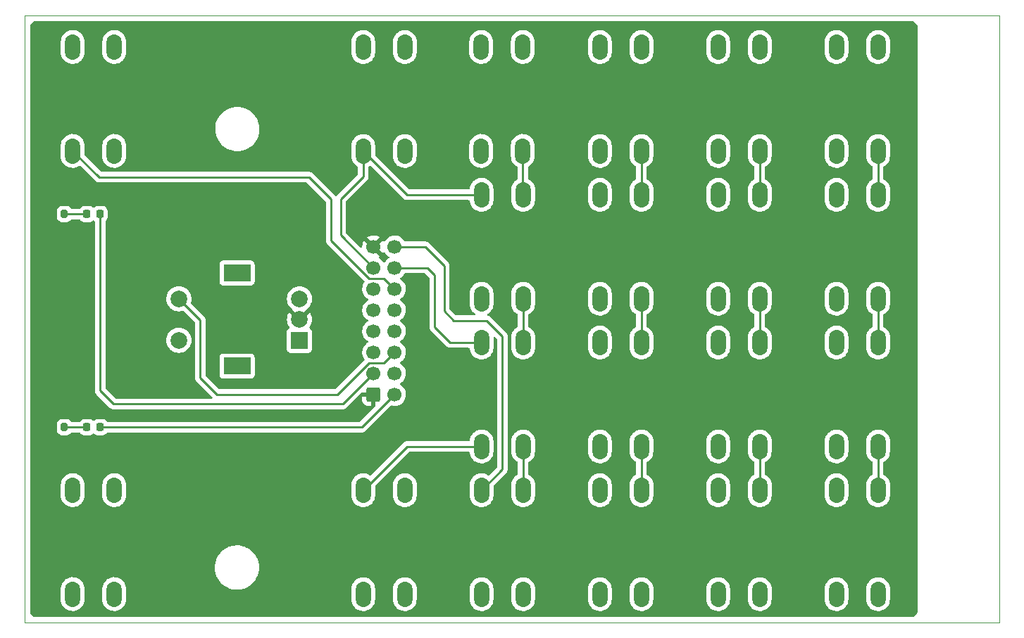
<source format=gbr>
%TF.GenerationSoftware,KiCad,Pcbnew,(6.0.7)*%
%TF.CreationDate,2022-10-17T13:11:33-04:00*%
%TF.ProjectId,FrontPanel,46726f6e-7450-4616-9e65-6c2e6b696361,rev?*%
%TF.SameCoordinates,Original*%
%TF.FileFunction,Copper,L1,Top*%
%TF.FilePolarity,Positive*%
%FSLAX46Y46*%
G04 Gerber Fmt 4.6, Leading zero omitted, Abs format (unit mm)*
G04 Created by KiCad (PCBNEW (6.0.7)) date 2022-10-17 13:11:33*
%MOMM*%
%LPD*%
G01*
G04 APERTURE LIST*
G04 Aperture macros list*
%AMRoundRect*
0 Rectangle with rounded corners*
0 $1 Rounding radius*
0 $2 $3 $4 $5 $6 $7 $8 $9 X,Y pos of 4 corners*
0 Add a 4 corners polygon primitive as box body*
4,1,4,$2,$3,$4,$5,$6,$7,$8,$9,$2,$3,0*
0 Add four circle primitives for the rounded corners*
1,1,$1+$1,$2,$3*
1,1,$1+$1,$4,$5*
1,1,$1+$1,$6,$7*
1,1,$1+$1,$8,$9*
0 Add four rect primitives between the rounded corners*
20,1,$1+$1,$2,$3,$4,$5,0*
20,1,$1+$1,$4,$5,$6,$7,0*
20,1,$1+$1,$6,$7,$8,$9,0*
20,1,$1+$1,$8,$9,$2,$3,0*%
G04 Aperture macros list end*
%TA.AperFunction,Profile*%
%ADD10C,0.100000*%
%TD*%
%TA.AperFunction,ComponentPad*%
%ADD11O,1.850000X3.048000*%
%TD*%
%TA.AperFunction,SMDPad,CuDef*%
%ADD12RoundRect,0.200000X0.200000X0.275000X-0.200000X0.275000X-0.200000X-0.275000X0.200000X-0.275000X0*%
%TD*%
%TA.AperFunction,SMDPad,CuDef*%
%ADD13RoundRect,0.218750X-0.218750X-0.256250X0.218750X-0.256250X0.218750X0.256250X-0.218750X0.256250X0*%
%TD*%
%TA.AperFunction,ComponentPad*%
%ADD14R,2.000000X2.000000*%
%TD*%
%TA.AperFunction,ComponentPad*%
%ADD15C,2.000000*%
%TD*%
%TA.AperFunction,ComponentPad*%
%ADD16R,3.200000X2.000000*%
%TD*%
%TA.AperFunction,ComponentPad*%
%ADD17RoundRect,0.250000X-0.600000X-0.600000X0.600000X-0.600000X0.600000X0.600000X-0.600000X0.600000X0*%
%TD*%
%TA.AperFunction,ComponentPad*%
%ADD18C,1.700000*%
%TD*%
%TA.AperFunction,Conductor*%
%ADD19C,0.250000*%
%TD*%
G04 APERTURE END LIST*
D10*
X156870400Y-13335000D02*
X274066000Y-13335000D01*
X274066000Y-13335000D02*
X274066000Y-86360000D01*
X274066000Y-86360000D02*
X156870400Y-86360000D01*
X156870400Y-86360000D02*
X156870400Y-13335000D01*
D11*
%TO.P,SW10,1,1*%
%TO.N,Net-(R_DBC_14-Pad1)*%
X225998400Y-34888000D03*
X225998400Y-47388000D03*
%TO.P,SW10,2,2*%
%TO.N,Net-(C_DBC_10-Pad2)*%
X230998400Y-47388000D03*
X230998400Y-34888000D03*
%TD*%
%TO.P,SW13,1,1*%
%TO.N,Net-(R_DBC_13-Pad1)*%
X240222400Y-17108000D03*
X240222400Y-29608000D03*
%TO.P,SW13,2,2*%
%TO.N,Net-(C_DBC_13-Pad2)*%
X245222400Y-17108000D03*
X245222400Y-29608000D03*
%TD*%
%TO.P,SW7,1,1*%
%TO.N,Net-(R_DBC_15-Pad1)*%
X211774400Y-52668000D03*
X211774400Y-65168000D03*
%TO.P,SW7,2,2*%
%TO.N,Net-(C_DBC_5-Pad2)*%
X216774400Y-52668000D03*
X216774400Y-65168000D03*
%TD*%
%TO.P,SW5,1,1*%
%TO.N,Net-(R_DBC_13-Pad1)*%
X211734400Y-29608000D03*
X211734400Y-17108000D03*
%TO.P,SW5,2,2*%
%TO.N,Net-(C_DBC_5-Pad2)*%
X216734400Y-29608000D03*
X216734400Y-17108000D03*
%TD*%
%TO.P,SW15,1,1*%
%TO.N,Net-(R_DBC_15-Pad1)*%
X240222400Y-52668000D03*
X240222400Y-65168000D03*
%TO.P,SW15,2,2*%
%TO.N,Net-(C_DBC_13-Pad2)*%
X245222400Y-65168000D03*
X245222400Y-52668000D03*
%TD*%
%TO.P,SW17,1,1*%
%TO.N,Net-(R_DBC_13-Pad1)*%
X254446400Y-17108000D03*
X254446400Y-29608000D03*
%TO.P,SW17,2,2*%
%TO.N,Net-(Front_Panel2-Pad11)*%
X259446400Y-17108000D03*
X259446400Y-29608000D03*
%TD*%
%TO.P,SW6,1,1*%
%TO.N,Net-(R_DBC_14-Pad1)*%
X211774400Y-34888000D03*
X211774400Y-47388000D03*
%TO.P,SW6,2,2*%
%TO.N,Net-(C_DBC_5-Pad2)*%
X216774400Y-34888000D03*
X216774400Y-47388000D03*
%TD*%
%TO.P,SW18,1,1*%
%TO.N,Net-(R_DBC_14-Pad1)*%
X254446400Y-34888000D03*
X254446400Y-47388000D03*
%TO.P,SW18,2,2*%
%TO.N,Net-(Front_Panel2-Pad11)*%
X259446400Y-34888000D03*
X259446400Y-47388000D03*
%TD*%
%TO.P,SW20,1,1*%
%TO.N,Net-(R_DBC_16-Pad1)*%
X254446400Y-82948000D03*
X254446400Y-70448000D03*
%TO.P,SW20,2,2*%
%TO.N,Net-(Front_Panel2-Pad11)*%
X259446400Y-82948000D03*
X259446400Y-70448000D03*
%TD*%
%TO.P,SW3,1,1*%
%TO.N,Net-(R_DBC_15-Pad1)*%
X197550400Y-82948000D03*
X197550400Y-70448000D03*
%TO.P,SW3,2,2*%
%TO.N,Net-(C_DBC_1-Pad2)*%
X202550400Y-70448000D03*
X202550400Y-82948000D03*
%TD*%
%TO.P,SW9,1,1*%
%TO.N,Net-(R_DBC_13-Pad1)*%
X225998400Y-17108000D03*
X225998400Y-29608000D03*
%TO.P,SW9,2,2*%
%TO.N,Net-(C_DBC_10-Pad2)*%
X230998400Y-29608000D03*
X230998400Y-17108000D03*
%TD*%
D12*
%TO.P,R1,1*%
%TO.N,Net-(Power1-Pad1)*%
X161632400Y-37211000D03*
%TO.P,R1,2*%
%TO.N,Net-(C_DBC_21-Pad1)*%
X159982400Y-37211000D03*
%TD*%
D11*
%TO.P,SW14,1,1*%
%TO.N,Net-(R_DBC_14-Pad1)*%
X240222400Y-47388000D03*
X240222400Y-34888000D03*
%TO.P,SW14,2,2*%
%TO.N,Net-(C_DBC_13-Pad2)*%
X245222400Y-47388000D03*
X245222400Y-34888000D03*
%TD*%
D13*
%TO.P,Power1,1,K*%
%TO.N,Net-(Power1-Pad1)*%
X164337900Y-37211000D03*
%TO.P,Power1,2,A*%
%TO.N,Net-(Front_Panel2-Pad3)*%
X165912900Y-37211000D03*
%TD*%
%TO.P,Power2,1,K*%
%TO.N,Net-(Power2-Pad1)*%
X164337900Y-62865000D03*
%TO.P,Power2,2,A*%
%TO.N,Net-(Front_Panel2-Pad2)*%
X165912900Y-62865000D03*
%TD*%
D11*
%TO.P,SW19,1,1*%
%TO.N,Net-(R_DBC_15-Pad1)*%
X254446400Y-52668000D03*
X254446400Y-65168000D03*
%TO.P,SW19,2,2*%
%TO.N,Net-(Front_Panel2-Pad11)*%
X259446400Y-65168000D03*
X259446400Y-52668000D03*
%TD*%
%TO.P,SW8,1,1*%
%TO.N,Net-(R_DBC_16-Pad1)*%
X211774400Y-70448000D03*
X211774400Y-82948000D03*
%TO.P,SW8,2,2*%
%TO.N,Net-(C_DBC_5-Pad2)*%
X216774400Y-70448000D03*
X216774400Y-82948000D03*
%TD*%
%TO.P,SW16,1,1*%
%TO.N,Net-(R_DBC_16-Pad1)*%
X240222400Y-82948000D03*
X240222400Y-70448000D03*
%TO.P,SW16,2,2*%
%TO.N,Net-(C_DBC_13-Pad2)*%
X245222400Y-82948000D03*
X245222400Y-70448000D03*
%TD*%
D14*
%TO.P,RotaryEncoder+Switch1,A,A*%
%TO.N,Net-(C_DBC_22-Pad1)*%
X189890400Y-52411000D03*
D15*
%TO.P,RotaryEncoder+Switch1,B,B*%
%TO.N,Net-(C_DBC_21-Pad2)*%
X189890400Y-47411000D03*
%TO.P,RotaryEncoder+Switch1,C,C*%
%TO.N,Net-(C_DBC_21-Pad1)*%
X189890400Y-49911000D03*
D16*
%TO.P,RotaryEncoder+Switch1,MP*%
%TO.N,N/C*%
X182390400Y-55511000D03*
X182390400Y-44311000D03*
D15*
%TO.P,RotaryEncoder+Switch1,S1,S1*%
%TO.N,Net-(Front_Panel2-Pad6)*%
X175390400Y-47411000D03*
%TO.P,RotaryEncoder+Switch1,S2,S2*%
%TO.N,Net-(C_DBC_23-Pad2)*%
X175390400Y-52411000D03*
%TD*%
D11*
%TO.P,SW1,1,1*%
%TO.N,Net-(R_DBC_13-Pad1)*%
X162625400Y-17108000D03*
X162625400Y-29608000D03*
%TO.P,SW1,2,2*%
%TO.N,Net-(C_DBC_1-Pad2)*%
X167625400Y-29608000D03*
X167625400Y-17108000D03*
%TD*%
%TO.P,SW2,1,1*%
%TO.N,Net-(R_DBC_14-Pad1)*%
X197550400Y-29608000D03*
X197550400Y-17108000D03*
%TO.P,SW2,2,2*%
%TO.N,Net-(C_DBC_1-Pad2)*%
X202550400Y-29608000D03*
X202550400Y-17108000D03*
%TD*%
%TO.P,SW12,1,1*%
%TO.N,Net-(R_DBC_16-Pad1)*%
X225998400Y-70448000D03*
X225998400Y-82948000D03*
%TO.P,SW12,2,2*%
%TO.N,Net-(C_DBC_10-Pad2)*%
X230998400Y-82948000D03*
X230998400Y-70448000D03*
%TD*%
%TO.P,SW11,1,1*%
%TO.N,Net-(R_DBC_15-Pad1)*%
X225998400Y-65168000D03*
X225998400Y-52668000D03*
%TO.P,SW11,2,2*%
%TO.N,Net-(C_DBC_10-Pad2)*%
X230998400Y-65168000D03*
X230998400Y-52668000D03*
%TD*%
D12*
%TO.P,R2,1*%
%TO.N,Net-(Power2-Pad1)*%
X161632400Y-62865000D03*
%TO.P,R2,2*%
%TO.N,Net-(C_DBC_21-Pad1)*%
X159982400Y-62865000D03*
%TD*%
D11*
%TO.P,SW4,1,1*%
%TO.N,Net-(R_DBC_16-Pad1)*%
X162625400Y-82948000D03*
X162625400Y-70448000D03*
%TO.P,SW4,2,2*%
%TO.N,Net-(C_DBC_1-Pad2)*%
X167625400Y-70448000D03*
X167625400Y-82948000D03*
%TD*%
D17*
%TO.P,Front_Panel2,1,Pin_1*%
%TO.N,Net-(C_DBC_21-Pad1)*%
X198789900Y-58928000D03*
D18*
%TO.P,Front_Panel2,2,Pin_2*%
%TO.N,Net-(Front_Panel2-Pad2)*%
X201329900Y-58928000D03*
%TO.P,Front_Panel2,3,Pin_3*%
%TO.N,Net-(Front_Panel2-Pad3)*%
X198789900Y-56388000D03*
%TO.P,Front_Panel2,4,Pin_4*%
%TO.N,Net-(Front_Panel2-Pad4)*%
X201329900Y-56388000D03*
%TO.P,Front_Panel2,5,Pin_5*%
%TO.N,Net-(Front_Panel2-Pad5)*%
X198789900Y-53848000D03*
%TO.P,Front_Panel2,6,Pin_6*%
%TO.N,Net-(Front_Panel2-Pad6)*%
X201329900Y-53848000D03*
%TO.P,Front_Panel2,7,Pin_7*%
%TO.N,Net-(C_DBC_1-Pad2)*%
X198789900Y-51308000D03*
%TO.P,Front_Panel2,8,Pin_8*%
%TO.N,Net-(C_DBC_5-Pad2)*%
X201329900Y-51308000D03*
%TO.P,Front_Panel2,9,Pin_9*%
%TO.N,Net-(C_DBC_10-Pad2)*%
X198789900Y-48768000D03*
%TO.P,Front_Panel2,10,Pin_10*%
%TO.N,Net-(C_DBC_13-Pad2)*%
X201329900Y-48768000D03*
%TO.P,Front_Panel2,11,Pin_11*%
%TO.N,Net-(Front_Panel2-Pad11)*%
X198789900Y-46228000D03*
%TO.P,Front_Panel2,12,Pin_12*%
%TO.N,Net-(R_DBC_13-Pad1)*%
X201329900Y-46228000D03*
%TO.P,Front_Panel2,13,Pin_13*%
%TO.N,Net-(R_DBC_14-Pad1)*%
X198789900Y-43688000D03*
%TO.P,Front_Panel2,14,Pin_14*%
%TO.N,Net-(R_DBC_15-Pad1)*%
X201329900Y-43688000D03*
%TO.P,Front_Panel2,15,Pin_15*%
%TO.N,Net-(C_DBC_21-Pad1)*%
X198789900Y-41148000D03*
%TO.P,Front_Panel2,16,Pin_16*%
%TO.N,Net-(R_DBC_16-Pad1)*%
X201329900Y-41148000D03*
%TD*%
D19*
%TO.N,Net-(Front_Panel2-Pad2)*%
X197392900Y-62865000D02*
X201329900Y-58928000D01*
X165912900Y-62865000D02*
X197392900Y-62865000D01*
%TO.N,Net-(Front_Panel2-Pad3)*%
X198789900Y-56388000D02*
X195106900Y-60071000D01*
X165912900Y-58445500D02*
X165912900Y-37211000D01*
X195106900Y-60071000D02*
X167538400Y-60071000D01*
X167538400Y-60071000D02*
X165912900Y-58445500D01*
%TO.N,Net-(Front_Panel2-Pad6)*%
X194462400Y-58928000D02*
X179984400Y-58928000D01*
X177952400Y-56896000D02*
X177952400Y-49973000D01*
X177952400Y-49973000D02*
X175390400Y-47411000D01*
X179984400Y-58928000D02*
X177952400Y-56896000D01*
X201329900Y-53848000D02*
X200059900Y-55118000D01*
X198272400Y-55118000D02*
X194462400Y-58928000D01*
X200059900Y-55118000D02*
X198272400Y-55118000D01*
%TO.N,Net-(Power1-Pad1)*%
X161632400Y-37211000D02*
X164337900Y-37211000D01*
%TO.N,Net-(Power2-Pad1)*%
X161632400Y-62865000D02*
X164337900Y-62865000D01*
%TO.N,Net-(C_DBC_5-Pad2)*%
X216774400Y-70448000D02*
X216774400Y-65168000D01*
X216734400Y-29608000D02*
X216734400Y-34848000D01*
X216774400Y-47388000D02*
X216774400Y-52668000D01*
%TO.N,Net-(C_DBC_10-Pad2)*%
X230998400Y-47388000D02*
X230998400Y-52668000D01*
X230998400Y-65168000D02*
X230998400Y-70448000D01*
X230998400Y-34888000D02*
X230998400Y-29608000D01*
%TO.N,Net-(C_DBC_13-Pad2)*%
X245222400Y-65168000D02*
X245222400Y-70448000D01*
X245222400Y-47388000D02*
X245222400Y-52668000D01*
X245222400Y-29608000D02*
X245222400Y-34888000D01*
%TO.N,Net-(Front_Panel2-Pad11)*%
X259446400Y-70448000D02*
X259446400Y-65168000D01*
X259446400Y-34888000D02*
X259446400Y-29608000D01*
X259446400Y-52668000D02*
X259446400Y-47388000D01*
%TO.N,Net-(R_DBC_13-Pad1)*%
X193700400Y-35433000D02*
X191033400Y-32766000D01*
X193700400Y-40386000D02*
X193700400Y-35433000D01*
X198272400Y-44958000D02*
X193700400Y-40386000D01*
X201329900Y-46228000D02*
X200059900Y-44958000D01*
X165783400Y-32766000D02*
X162625400Y-29608000D01*
X191033400Y-32766000D02*
X165783400Y-32766000D01*
X200059900Y-44958000D02*
X198272400Y-44958000D01*
%TO.N,Net-(R_DBC_14-Pad1)*%
X202830400Y-34888000D02*
X211774400Y-34888000D01*
X194843400Y-35433000D02*
X197550400Y-32726000D01*
X197550400Y-29608000D02*
X202830400Y-34888000D01*
X194843400Y-39741500D02*
X194843400Y-35433000D01*
X198789900Y-43688000D02*
X194843400Y-39741500D01*
X197550400Y-32726000D02*
X197550400Y-29608000D01*
%TO.N,Net-(R_DBC_15-Pad1)*%
X206146400Y-50800000D02*
X208014400Y-52668000D01*
X211774400Y-65168000D02*
X202830400Y-65168000D01*
X208014400Y-52668000D02*
X211774400Y-52668000D01*
X205257400Y-43688000D02*
X206146400Y-44577000D01*
X202830400Y-65168000D02*
X197550400Y-70448000D01*
X206146400Y-44577000D02*
X206146400Y-50800000D01*
X201329900Y-43688000D02*
X205257400Y-43688000D01*
%TO.N,Net-(R_DBC_16-Pad1)*%
X212369400Y-50038000D02*
X214274400Y-51943000D01*
X205003400Y-41148000D02*
X207289400Y-43434000D01*
X201329900Y-41148000D02*
X205003400Y-41148000D01*
X214274400Y-67948000D02*
X211774400Y-70448000D01*
X208432400Y-50038000D02*
X212369400Y-50038000D01*
X207289400Y-48895000D02*
X208432400Y-50038000D01*
X207289400Y-43434000D02*
X207289400Y-48895000D01*
X214274400Y-51943000D02*
X214274400Y-67948000D01*
%TD*%
%TA.AperFunction,Conductor*%
%TO.N,Net-(C_DBC_21-Pad1)*%
G36*
X263693331Y-13990002D02*
G01*
X263714305Y-14006905D01*
X264148495Y-14441095D01*
X264182521Y-14503407D01*
X264185400Y-14530190D01*
X264185400Y-85164810D01*
X264165398Y-85232931D01*
X264148495Y-85253905D01*
X263714305Y-85688095D01*
X263651993Y-85722121D01*
X263625210Y-85725000D01*
X158065590Y-85725000D01*
X157997469Y-85704998D01*
X157976495Y-85688095D01*
X157542305Y-85253905D01*
X157508279Y-85191593D01*
X157505400Y-85164810D01*
X157505400Y-83606757D01*
X161191900Y-83606757D01*
X161192112Y-83609330D01*
X161192112Y-83609341D01*
X161205878Y-83776779D01*
X161205879Y-83776785D01*
X161206302Y-83781930D01*
X161263727Y-84010551D01*
X161357722Y-84226723D01*
X161485760Y-84424641D01*
X161489239Y-84428464D01*
X161489241Y-84428467D01*
X161514258Y-84455960D01*
X161644405Y-84598989D01*
X161648456Y-84602188D01*
X161648460Y-84602192D01*
X161825339Y-84741883D01*
X161825343Y-84741885D01*
X161829394Y-84745085D01*
X162035761Y-84859005D01*
X162040630Y-84860729D01*
X162040634Y-84860731D01*
X162253089Y-84935965D01*
X162253093Y-84935966D01*
X162257964Y-84937691D01*
X162263057Y-84938598D01*
X162263060Y-84938599D01*
X162484944Y-84978123D01*
X162484950Y-84978124D01*
X162490033Y-84979029D01*
X162580877Y-84980139D01*
X162720570Y-84981846D01*
X162720572Y-84981846D01*
X162725739Y-84981909D01*
X162958749Y-84946253D01*
X163182807Y-84873020D01*
X163391896Y-84764175D01*
X163396029Y-84761072D01*
X163396032Y-84761070D01*
X163576265Y-84625747D01*
X163576268Y-84625745D01*
X163580400Y-84622642D01*
X163743257Y-84452223D01*
X163876093Y-84257492D01*
X163878269Y-84252805D01*
X163973164Y-84048372D01*
X163973166Y-84048367D01*
X163975341Y-84043681D01*
X164038335Y-83816532D01*
X164058900Y-83624102D01*
X164058900Y-83606757D01*
X166191900Y-83606757D01*
X166192112Y-83609330D01*
X166192112Y-83609341D01*
X166205878Y-83776779D01*
X166205879Y-83776785D01*
X166206302Y-83781930D01*
X166263727Y-84010551D01*
X166357722Y-84226723D01*
X166485760Y-84424641D01*
X166489239Y-84428464D01*
X166489241Y-84428467D01*
X166514258Y-84455960D01*
X166644405Y-84598989D01*
X166648456Y-84602188D01*
X166648460Y-84602192D01*
X166825339Y-84741883D01*
X166825343Y-84741885D01*
X166829394Y-84745085D01*
X167035761Y-84859005D01*
X167040630Y-84860729D01*
X167040634Y-84860731D01*
X167253089Y-84935965D01*
X167253093Y-84935966D01*
X167257964Y-84937691D01*
X167263057Y-84938598D01*
X167263060Y-84938599D01*
X167484944Y-84978123D01*
X167484950Y-84978124D01*
X167490033Y-84979029D01*
X167580877Y-84980139D01*
X167720570Y-84981846D01*
X167720572Y-84981846D01*
X167725739Y-84981909D01*
X167958749Y-84946253D01*
X168182807Y-84873020D01*
X168391896Y-84764175D01*
X168396029Y-84761072D01*
X168396032Y-84761070D01*
X168576265Y-84625747D01*
X168576268Y-84625745D01*
X168580400Y-84622642D01*
X168743257Y-84452223D01*
X168876093Y-84257492D01*
X168878269Y-84252805D01*
X168973164Y-84048372D01*
X168973166Y-84048367D01*
X168975341Y-84043681D01*
X169038335Y-83816532D01*
X169058900Y-83624102D01*
X169058900Y-83606757D01*
X196116900Y-83606757D01*
X196117112Y-83609330D01*
X196117112Y-83609341D01*
X196130878Y-83776779D01*
X196130879Y-83776785D01*
X196131302Y-83781930D01*
X196188727Y-84010551D01*
X196282722Y-84226723D01*
X196410760Y-84424641D01*
X196414239Y-84428464D01*
X196414241Y-84428467D01*
X196439258Y-84455960D01*
X196569405Y-84598989D01*
X196573456Y-84602188D01*
X196573460Y-84602192D01*
X196750339Y-84741883D01*
X196750343Y-84741885D01*
X196754394Y-84745085D01*
X196960761Y-84859005D01*
X196965630Y-84860729D01*
X196965634Y-84860731D01*
X197178089Y-84935965D01*
X197178093Y-84935966D01*
X197182964Y-84937691D01*
X197188057Y-84938598D01*
X197188060Y-84938599D01*
X197409944Y-84978123D01*
X197409950Y-84978124D01*
X197415033Y-84979029D01*
X197505877Y-84980139D01*
X197645570Y-84981846D01*
X197645572Y-84981846D01*
X197650739Y-84981909D01*
X197883749Y-84946253D01*
X198107807Y-84873020D01*
X198316896Y-84764175D01*
X198321029Y-84761072D01*
X198321032Y-84761070D01*
X198501265Y-84625747D01*
X198501268Y-84625745D01*
X198505400Y-84622642D01*
X198668257Y-84452223D01*
X198801093Y-84257492D01*
X198803269Y-84252805D01*
X198898164Y-84048372D01*
X198898166Y-84048367D01*
X198900341Y-84043681D01*
X198963335Y-83816532D01*
X198983900Y-83624102D01*
X198983900Y-83606757D01*
X201116900Y-83606757D01*
X201117112Y-83609330D01*
X201117112Y-83609341D01*
X201130878Y-83776779D01*
X201130879Y-83776785D01*
X201131302Y-83781930D01*
X201188727Y-84010551D01*
X201282722Y-84226723D01*
X201410760Y-84424641D01*
X201414239Y-84428464D01*
X201414241Y-84428467D01*
X201439258Y-84455960D01*
X201569405Y-84598989D01*
X201573456Y-84602188D01*
X201573460Y-84602192D01*
X201750339Y-84741883D01*
X201750343Y-84741885D01*
X201754394Y-84745085D01*
X201960761Y-84859005D01*
X201965630Y-84860729D01*
X201965634Y-84860731D01*
X202178089Y-84935965D01*
X202178093Y-84935966D01*
X202182964Y-84937691D01*
X202188057Y-84938598D01*
X202188060Y-84938599D01*
X202409944Y-84978123D01*
X202409950Y-84978124D01*
X202415033Y-84979029D01*
X202505877Y-84980139D01*
X202645570Y-84981846D01*
X202645572Y-84981846D01*
X202650739Y-84981909D01*
X202883749Y-84946253D01*
X203107807Y-84873020D01*
X203316896Y-84764175D01*
X203321029Y-84761072D01*
X203321032Y-84761070D01*
X203501265Y-84625747D01*
X203501268Y-84625745D01*
X203505400Y-84622642D01*
X203668257Y-84452223D01*
X203801093Y-84257492D01*
X203803269Y-84252805D01*
X203898164Y-84048372D01*
X203898166Y-84048367D01*
X203900341Y-84043681D01*
X203963335Y-83816532D01*
X203983900Y-83624102D01*
X203983900Y-83606757D01*
X210340900Y-83606757D01*
X210341112Y-83609330D01*
X210341112Y-83609341D01*
X210354878Y-83776779D01*
X210354879Y-83776785D01*
X210355302Y-83781930D01*
X210412727Y-84010551D01*
X210506722Y-84226723D01*
X210634760Y-84424641D01*
X210638239Y-84428464D01*
X210638241Y-84428467D01*
X210663258Y-84455960D01*
X210793405Y-84598989D01*
X210797456Y-84602188D01*
X210797460Y-84602192D01*
X210974339Y-84741883D01*
X210974343Y-84741885D01*
X210978394Y-84745085D01*
X211184761Y-84859005D01*
X211189630Y-84860729D01*
X211189634Y-84860731D01*
X211402089Y-84935965D01*
X211402093Y-84935966D01*
X211406964Y-84937691D01*
X211412057Y-84938598D01*
X211412060Y-84938599D01*
X211633944Y-84978123D01*
X211633950Y-84978124D01*
X211639033Y-84979029D01*
X211729877Y-84980139D01*
X211869570Y-84981846D01*
X211869572Y-84981846D01*
X211874739Y-84981909D01*
X212107749Y-84946253D01*
X212331807Y-84873020D01*
X212540896Y-84764175D01*
X212545029Y-84761072D01*
X212545032Y-84761070D01*
X212725265Y-84625747D01*
X212725268Y-84625745D01*
X212729400Y-84622642D01*
X212892257Y-84452223D01*
X213025093Y-84257492D01*
X213027269Y-84252805D01*
X213122164Y-84048372D01*
X213122166Y-84048367D01*
X213124341Y-84043681D01*
X213187335Y-83816532D01*
X213207900Y-83624102D01*
X213207900Y-83606757D01*
X215340900Y-83606757D01*
X215341112Y-83609330D01*
X215341112Y-83609341D01*
X215354878Y-83776779D01*
X215354879Y-83776785D01*
X215355302Y-83781930D01*
X215412727Y-84010551D01*
X215506722Y-84226723D01*
X215634760Y-84424641D01*
X215638239Y-84428464D01*
X215638241Y-84428467D01*
X215663258Y-84455960D01*
X215793405Y-84598989D01*
X215797456Y-84602188D01*
X215797460Y-84602192D01*
X215974339Y-84741883D01*
X215974343Y-84741885D01*
X215978394Y-84745085D01*
X216184761Y-84859005D01*
X216189630Y-84860729D01*
X216189634Y-84860731D01*
X216402089Y-84935965D01*
X216402093Y-84935966D01*
X216406964Y-84937691D01*
X216412057Y-84938598D01*
X216412060Y-84938599D01*
X216633944Y-84978123D01*
X216633950Y-84978124D01*
X216639033Y-84979029D01*
X216729877Y-84980139D01*
X216869570Y-84981846D01*
X216869572Y-84981846D01*
X216874739Y-84981909D01*
X217107749Y-84946253D01*
X217331807Y-84873020D01*
X217540896Y-84764175D01*
X217545029Y-84761072D01*
X217545032Y-84761070D01*
X217725265Y-84625747D01*
X217725268Y-84625745D01*
X217729400Y-84622642D01*
X217892257Y-84452223D01*
X218025093Y-84257492D01*
X218027269Y-84252805D01*
X218122164Y-84048372D01*
X218122166Y-84048367D01*
X218124341Y-84043681D01*
X218187335Y-83816532D01*
X218207900Y-83624102D01*
X218207900Y-83606757D01*
X224564900Y-83606757D01*
X224565112Y-83609330D01*
X224565112Y-83609341D01*
X224578878Y-83776779D01*
X224578879Y-83776785D01*
X224579302Y-83781930D01*
X224636727Y-84010551D01*
X224730722Y-84226723D01*
X224858760Y-84424641D01*
X224862239Y-84428464D01*
X224862241Y-84428467D01*
X224887258Y-84455960D01*
X225017405Y-84598989D01*
X225021456Y-84602188D01*
X225021460Y-84602192D01*
X225198339Y-84741883D01*
X225198343Y-84741885D01*
X225202394Y-84745085D01*
X225408761Y-84859005D01*
X225413630Y-84860729D01*
X225413634Y-84860731D01*
X225626089Y-84935965D01*
X225626093Y-84935966D01*
X225630964Y-84937691D01*
X225636057Y-84938598D01*
X225636060Y-84938599D01*
X225857944Y-84978123D01*
X225857950Y-84978124D01*
X225863033Y-84979029D01*
X225953877Y-84980139D01*
X226093570Y-84981846D01*
X226093572Y-84981846D01*
X226098739Y-84981909D01*
X226331749Y-84946253D01*
X226555807Y-84873020D01*
X226764896Y-84764175D01*
X226769029Y-84761072D01*
X226769032Y-84761070D01*
X226949265Y-84625747D01*
X226949268Y-84625745D01*
X226953400Y-84622642D01*
X227116257Y-84452223D01*
X227249093Y-84257492D01*
X227251269Y-84252805D01*
X227346164Y-84048372D01*
X227346166Y-84048367D01*
X227348341Y-84043681D01*
X227411335Y-83816532D01*
X227431900Y-83624102D01*
X227431900Y-83606757D01*
X229564900Y-83606757D01*
X229565112Y-83609330D01*
X229565112Y-83609341D01*
X229578878Y-83776779D01*
X229578879Y-83776785D01*
X229579302Y-83781930D01*
X229636727Y-84010551D01*
X229730722Y-84226723D01*
X229858760Y-84424641D01*
X229862239Y-84428464D01*
X229862241Y-84428467D01*
X229887258Y-84455960D01*
X230017405Y-84598989D01*
X230021456Y-84602188D01*
X230021460Y-84602192D01*
X230198339Y-84741883D01*
X230198343Y-84741885D01*
X230202394Y-84745085D01*
X230408761Y-84859005D01*
X230413630Y-84860729D01*
X230413634Y-84860731D01*
X230626089Y-84935965D01*
X230626093Y-84935966D01*
X230630964Y-84937691D01*
X230636057Y-84938598D01*
X230636060Y-84938599D01*
X230857944Y-84978123D01*
X230857950Y-84978124D01*
X230863033Y-84979029D01*
X230953877Y-84980139D01*
X231093570Y-84981846D01*
X231093572Y-84981846D01*
X231098739Y-84981909D01*
X231331749Y-84946253D01*
X231555807Y-84873020D01*
X231764896Y-84764175D01*
X231769029Y-84761072D01*
X231769032Y-84761070D01*
X231949265Y-84625747D01*
X231949268Y-84625745D01*
X231953400Y-84622642D01*
X232116257Y-84452223D01*
X232249093Y-84257492D01*
X232251269Y-84252805D01*
X232346164Y-84048372D01*
X232346166Y-84048367D01*
X232348341Y-84043681D01*
X232411335Y-83816532D01*
X232431900Y-83624102D01*
X232431900Y-83606757D01*
X238788900Y-83606757D01*
X238789112Y-83609330D01*
X238789112Y-83609341D01*
X238802878Y-83776779D01*
X238802879Y-83776785D01*
X238803302Y-83781930D01*
X238860727Y-84010551D01*
X238954722Y-84226723D01*
X239082760Y-84424641D01*
X239086239Y-84428464D01*
X239086241Y-84428467D01*
X239111258Y-84455960D01*
X239241405Y-84598989D01*
X239245456Y-84602188D01*
X239245460Y-84602192D01*
X239422339Y-84741883D01*
X239422343Y-84741885D01*
X239426394Y-84745085D01*
X239632761Y-84859005D01*
X239637630Y-84860729D01*
X239637634Y-84860731D01*
X239850089Y-84935965D01*
X239850093Y-84935966D01*
X239854964Y-84937691D01*
X239860057Y-84938598D01*
X239860060Y-84938599D01*
X240081944Y-84978123D01*
X240081950Y-84978124D01*
X240087033Y-84979029D01*
X240177877Y-84980139D01*
X240317570Y-84981846D01*
X240317572Y-84981846D01*
X240322739Y-84981909D01*
X240555749Y-84946253D01*
X240779807Y-84873020D01*
X240988896Y-84764175D01*
X240993029Y-84761072D01*
X240993032Y-84761070D01*
X241173265Y-84625747D01*
X241173268Y-84625745D01*
X241177400Y-84622642D01*
X241340257Y-84452223D01*
X241473093Y-84257492D01*
X241475269Y-84252805D01*
X241570164Y-84048372D01*
X241570166Y-84048367D01*
X241572341Y-84043681D01*
X241635335Y-83816532D01*
X241655900Y-83624102D01*
X241655900Y-83606757D01*
X243788900Y-83606757D01*
X243789112Y-83609330D01*
X243789112Y-83609341D01*
X243802878Y-83776779D01*
X243802879Y-83776785D01*
X243803302Y-83781930D01*
X243860727Y-84010551D01*
X243954722Y-84226723D01*
X244082760Y-84424641D01*
X244086239Y-84428464D01*
X244086241Y-84428467D01*
X244111258Y-84455960D01*
X244241405Y-84598989D01*
X244245456Y-84602188D01*
X244245460Y-84602192D01*
X244422339Y-84741883D01*
X244422343Y-84741885D01*
X244426394Y-84745085D01*
X244632761Y-84859005D01*
X244637630Y-84860729D01*
X244637634Y-84860731D01*
X244850089Y-84935965D01*
X244850093Y-84935966D01*
X244854964Y-84937691D01*
X244860057Y-84938598D01*
X244860060Y-84938599D01*
X245081944Y-84978123D01*
X245081950Y-84978124D01*
X245087033Y-84979029D01*
X245177877Y-84980139D01*
X245317570Y-84981846D01*
X245317572Y-84981846D01*
X245322739Y-84981909D01*
X245555749Y-84946253D01*
X245779807Y-84873020D01*
X245988896Y-84764175D01*
X245993029Y-84761072D01*
X245993032Y-84761070D01*
X246173265Y-84625747D01*
X246173268Y-84625745D01*
X246177400Y-84622642D01*
X246340257Y-84452223D01*
X246473093Y-84257492D01*
X246475269Y-84252805D01*
X246570164Y-84048372D01*
X246570166Y-84048367D01*
X246572341Y-84043681D01*
X246635335Y-83816532D01*
X246655900Y-83624102D01*
X246655900Y-83606757D01*
X253012900Y-83606757D01*
X253013112Y-83609330D01*
X253013112Y-83609341D01*
X253026878Y-83776779D01*
X253026879Y-83776785D01*
X253027302Y-83781930D01*
X253084727Y-84010551D01*
X253178722Y-84226723D01*
X253306760Y-84424641D01*
X253310239Y-84428464D01*
X253310241Y-84428467D01*
X253335258Y-84455960D01*
X253465405Y-84598989D01*
X253469456Y-84602188D01*
X253469460Y-84602192D01*
X253646339Y-84741883D01*
X253646343Y-84741885D01*
X253650394Y-84745085D01*
X253856761Y-84859005D01*
X253861630Y-84860729D01*
X253861634Y-84860731D01*
X254074089Y-84935965D01*
X254074093Y-84935966D01*
X254078964Y-84937691D01*
X254084057Y-84938598D01*
X254084060Y-84938599D01*
X254305944Y-84978123D01*
X254305950Y-84978124D01*
X254311033Y-84979029D01*
X254401877Y-84980139D01*
X254541570Y-84981846D01*
X254541572Y-84981846D01*
X254546739Y-84981909D01*
X254779749Y-84946253D01*
X255003807Y-84873020D01*
X255212896Y-84764175D01*
X255217029Y-84761072D01*
X255217032Y-84761070D01*
X255397265Y-84625747D01*
X255397268Y-84625745D01*
X255401400Y-84622642D01*
X255564257Y-84452223D01*
X255697093Y-84257492D01*
X255699269Y-84252805D01*
X255794164Y-84048372D01*
X255794166Y-84048367D01*
X255796341Y-84043681D01*
X255859335Y-83816532D01*
X255879900Y-83624102D01*
X255879900Y-83606757D01*
X258012900Y-83606757D01*
X258013112Y-83609330D01*
X258013112Y-83609341D01*
X258026878Y-83776779D01*
X258026879Y-83776785D01*
X258027302Y-83781930D01*
X258084727Y-84010551D01*
X258178722Y-84226723D01*
X258306760Y-84424641D01*
X258310239Y-84428464D01*
X258310241Y-84428467D01*
X258335258Y-84455960D01*
X258465405Y-84598989D01*
X258469456Y-84602188D01*
X258469460Y-84602192D01*
X258646339Y-84741883D01*
X258646343Y-84741885D01*
X258650394Y-84745085D01*
X258856761Y-84859005D01*
X258861630Y-84860729D01*
X258861634Y-84860731D01*
X259074089Y-84935965D01*
X259074093Y-84935966D01*
X259078964Y-84937691D01*
X259084057Y-84938598D01*
X259084060Y-84938599D01*
X259305944Y-84978123D01*
X259305950Y-84978124D01*
X259311033Y-84979029D01*
X259401877Y-84980139D01*
X259541570Y-84981846D01*
X259541572Y-84981846D01*
X259546739Y-84981909D01*
X259779749Y-84946253D01*
X260003807Y-84873020D01*
X260212896Y-84764175D01*
X260217029Y-84761072D01*
X260217032Y-84761070D01*
X260397265Y-84625747D01*
X260397268Y-84625745D01*
X260401400Y-84622642D01*
X260564257Y-84452223D01*
X260697093Y-84257492D01*
X260699269Y-84252805D01*
X260794164Y-84048372D01*
X260794166Y-84048367D01*
X260796341Y-84043681D01*
X260859335Y-83816532D01*
X260879900Y-83624102D01*
X260879900Y-82289243D01*
X260879688Y-82286659D01*
X260865922Y-82119221D01*
X260865921Y-82119215D01*
X260865498Y-82114070D01*
X260808073Y-81885449D01*
X260714078Y-81669277D01*
X260586040Y-81471359D01*
X260560943Y-81443777D01*
X260430873Y-81300833D01*
X260430871Y-81300832D01*
X260427395Y-81297011D01*
X260423344Y-81293812D01*
X260423340Y-81293808D01*
X260246461Y-81154117D01*
X260246457Y-81154115D01*
X260242406Y-81150915D01*
X260036039Y-81036995D01*
X260031170Y-81035271D01*
X260031166Y-81035269D01*
X259818711Y-80960035D01*
X259818707Y-80960034D01*
X259813836Y-80958309D01*
X259808743Y-80957402D01*
X259808740Y-80957401D01*
X259586856Y-80917877D01*
X259586850Y-80917876D01*
X259581767Y-80916971D01*
X259490923Y-80915861D01*
X259351230Y-80914154D01*
X259351228Y-80914154D01*
X259346061Y-80914091D01*
X259113051Y-80949747D01*
X258888993Y-81022980D01*
X258679904Y-81131825D01*
X258675771Y-81134928D01*
X258675768Y-81134930D01*
X258524505Y-81248502D01*
X258491400Y-81273358D01*
X258328543Y-81443777D01*
X258195707Y-81638508D01*
X258193533Y-81643192D01*
X258193531Y-81643195D01*
X258123646Y-81793750D01*
X258096459Y-81852319D01*
X258033465Y-82079468D01*
X258032916Y-82084605D01*
X258016027Y-82242640D01*
X258012900Y-82271898D01*
X258012900Y-83606757D01*
X255879900Y-83606757D01*
X255879900Y-82289243D01*
X255879688Y-82286659D01*
X255865922Y-82119221D01*
X255865921Y-82119215D01*
X255865498Y-82114070D01*
X255808073Y-81885449D01*
X255714078Y-81669277D01*
X255586040Y-81471359D01*
X255560943Y-81443777D01*
X255430873Y-81300833D01*
X255430871Y-81300832D01*
X255427395Y-81297011D01*
X255423344Y-81293812D01*
X255423340Y-81293808D01*
X255246461Y-81154117D01*
X255246457Y-81154115D01*
X255242406Y-81150915D01*
X255036039Y-81036995D01*
X255031170Y-81035271D01*
X255031166Y-81035269D01*
X254818711Y-80960035D01*
X254818707Y-80960034D01*
X254813836Y-80958309D01*
X254808743Y-80957402D01*
X254808740Y-80957401D01*
X254586856Y-80917877D01*
X254586850Y-80917876D01*
X254581767Y-80916971D01*
X254490923Y-80915861D01*
X254351230Y-80914154D01*
X254351228Y-80914154D01*
X254346061Y-80914091D01*
X254113051Y-80949747D01*
X253888993Y-81022980D01*
X253679904Y-81131825D01*
X253675771Y-81134928D01*
X253675768Y-81134930D01*
X253524505Y-81248502D01*
X253491400Y-81273358D01*
X253328543Y-81443777D01*
X253195707Y-81638508D01*
X253193533Y-81643192D01*
X253193531Y-81643195D01*
X253123646Y-81793750D01*
X253096459Y-81852319D01*
X253033465Y-82079468D01*
X253032916Y-82084605D01*
X253016027Y-82242640D01*
X253012900Y-82271898D01*
X253012900Y-83606757D01*
X246655900Y-83606757D01*
X246655900Y-82289243D01*
X246655688Y-82286659D01*
X246641922Y-82119221D01*
X246641921Y-82119215D01*
X246641498Y-82114070D01*
X246584073Y-81885449D01*
X246490078Y-81669277D01*
X246362040Y-81471359D01*
X246336943Y-81443777D01*
X246206873Y-81300833D01*
X246206871Y-81300832D01*
X246203395Y-81297011D01*
X246199344Y-81293812D01*
X246199340Y-81293808D01*
X246022461Y-81154117D01*
X246022457Y-81154115D01*
X246018406Y-81150915D01*
X245812039Y-81036995D01*
X245807170Y-81035271D01*
X245807166Y-81035269D01*
X245594711Y-80960035D01*
X245594707Y-80960034D01*
X245589836Y-80958309D01*
X245584743Y-80957402D01*
X245584740Y-80957401D01*
X245362856Y-80917877D01*
X245362850Y-80917876D01*
X245357767Y-80916971D01*
X245266923Y-80915861D01*
X245127230Y-80914154D01*
X245127228Y-80914154D01*
X245122061Y-80914091D01*
X244889051Y-80949747D01*
X244664993Y-81022980D01*
X244455904Y-81131825D01*
X244451771Y-81134928D01*
X244451768Y-81134930D01*
X244300505Y-81248502D01*
X244267400Y-81273358D01*
X244104543Y-81443777D01*
X243971707Y-81638508D01*
X243969533Y-81643192D01*
X243969531Y-81643195D01*
X243899646Y-81793750D01*
X243872459Y-81852319D01*
X243809465Y-82079468D01*
X243808916Y-82084605D01*
X243792027Y-82242640D01*
X243788900Y-82271898D01*
X243788900Y-83606757D01*
X241655900Y-83606757D01*
X241655900Y-82289243D01*
X241655688Y-82286659D01*
X241641922Y-82119221D01*
X241641921Y-82119215D01*
X241641498Y-82114070D01*
X241584073Y-81885449D01*
X241490078Y-81669277D01*
X241362040Y-81471359D01*
X241336943Y-81443777D01*
X241206873Y-81300833D01*
X241206871Y-81300832D01*
X241203395Y-81297011D01*
X241199344Y-81293812D01*
X241199340Y-81293808D01*
X241022461Y-81154117D01*
X241022457Y-81154115D01*
X241018406Y-81150915D01*
X240812039Y-81036995D01*
X240807170Y-81035271D01*
X240807166Y-81035269D01*
X240594711Y-80960035D01*
X240594707Y-80960034D01*
X240589836Y-80958309D01*
X240584743Y-80957402D01*
X240584740Y-80957401D01*
X240362856Y-80917877D01*
X240362850Y-80917876D01*
X240357767Y-80916971D01*
X240266923Y-80915861D01*
X240127230Y-80914154D01*
X240127228Y-80914154D01*
X240122061Y-80914091D01*
X239889051Y-80949747D01*
X239664993Y-81022980D01*
X239455904Y-81131825D01*
X239451771Y-81134928D01*
X239451768Y-81134930D01*
X239300505Y-81248502D01*
X239267400Y-81273358D01*
X239104543Y-81443777D01*
X238971707Y-81638508D01*
X238969533Y-81643192D01*
X238969531Y-81643195D01*
X238899646Y-81793750D01*
X238872459Y-81852319D01*
X238809465Y-82079468D01*
X238808916Y-82084605D01*
X238792027Y-82242640D01*
X238788900Y-82271898D01*
X238788900Y-83606757D01*
X232431900Y-83606757D01*
X232431900Y-82289243D01*
X232431688Y-82286659D01*
X232417922Y-82119221D01*
X232417921Y-82119215D01*
X232417498Y-82114070D01*
X232360073Y-81885449D01*
X232266078Y-81669277D01*
X232138040Y-81471359D01*
X232112943Y-81443777D01*
X231982873Y-81300833D01*
X231982871Y-81300832D01*
X231979395Y-81297011D01*
X231975344Y-81293812D01*
X231975340Y-81293808D01*
X231798461Y-81154117D01*
X231798457Y-81154115D01*
X231794406Y-81150915D01*
X231588039Y-81036995D01*
X231583170Y-81035271D01*
X231583166Y-81035269D01*
X231370711Y-80960035D01*
X231370707Y-80960034D01*
X231365836Y-80958309D01*
X231360743Y-80957402D01*
X231360740Y-80957401D01*
X231138856Y-80917877D01*
X231138850Y-80917876D01*
X231133767Y-80916971D01*
X231042923Y-80915861D01*
X230903230Y-80914154D01*
X230903228Y-80914154D01*
X230898061Y-80914091D01*
X230665051Y-80949747D01*
X230440993Y-81022980D01*
X230231904Y-81131825D01*
X230227771Y-81134928D01*
X230227768Y-81134930D01*
X230076505Y-81248502D01*
X230043400Y-81273358D01*
X229880543Y-81443777D01*
X229747707Y-81638508D01*
X229745533Y-81643192D01*
X229745531Y-81643195D01*
X229675646Y-81793750D01*
X229648459Y-81852319D01*
X229585465Y-82079468D01*
X229584916Y-82084605D01*
X229568027Y-82242640D01*
X229564900Y-82271898D01*
X229564900Y-83606757D01*
X227431900Y-83606757D01*
X227431900Y-82289243D01*
X227431688Y-82286659D01*
X227417922Y-82119221D01*
X227417921Y-82119215D01*
X227417498Y-82114070D01*
X227360073Y-81885449D01*
X227266078Y-81669277D01*
X227138040Y-81471359D01*
X227112943Y-81443777D01*
X226982873Y-81300833D01*
X226982871Y-81300832D01*
X226979395Y-81297011D01*
X226975344Y-81293812D01*
X226975340Y-81293808D01*
X226798461Y-81154117D01*
X226798457Y-81154115D01*
X226794406Y-81150915D01*
X226588039Y-81036995D01*
X226583170Y-81035271D01*
X226583166Y-81035269D01*
X226370711Y-80960035D01*
X226370707Y-80960034D01*
X226365836Y-80958309D01*
X226360743Y-80957402D01*
X226360740Y-80957401D01*
X226138856Y-80917877D01*
X226138850Y-80917876D01*
X226133767Y-80916971D01*
X226042923Y-80915861D01*
X225903230Y-80914154D01*
X225903228Y-80914154D01*
X225898061Y-80914091D01*
X225665051Y-80949747D01*
X225440993Y-81022980D01*
X225231904Y-81131825D01*
X225227771Y-81134928D01*
X225227768Y-81134930D01*
X225076505Y-81248502D01*
X225043400Y-81273358D01*
X224880543Y-81443777D01*
X224747707Y-81638508D01*
X224745533Y-81643192D01*
X224745531Y-81643195D01*
X224675646Y-81793750D01*
X224648459Y-81852319D01*
X224585465Y-82079468D01*
X224584916Y-82084605D01*
X224568027Y-82242640D01*
X224564900Y-82271898D01*
X224564900Y-83606757D01*
X218207900Y-83606757D01*
X218207900Y-82289243D01*
X218207688Y-82286659D01*
X218193922Y-82119221D01*
X218193921Y-82119215D01*
X218193498Y-82114070D01*
X218136073Y-81885449D01*
X218042078Y-81669277D01*
X217914040Y-81471359D01*
X217888943Y-81443777D01*
X217758873Y-81300833D01*
X217758871Y-81300832D01*
X217755395Y-81297011D01*
X217751344Y-81293812D01*
X217751340Y-81293808D01*
X217574461Y-81154117D01*
X217574457Y-81154115D01*
X217570406Y-81150915D01*
X217364039Y-81036995D01*
X217359170Y-81035271D01*
X217359166Y-81035269D01*
X217146711Y-80960035D01*
X217146707Y-80960034D01*
X217141836Y-80958309D01*
X217136743Y-80957402D01*
X217136740Y-80957401D01*
X216914856Y-80917877D01*
X216914850Y-80917876D01*
X216909767Y-80916971D01*
X216818923Y-80915861D01*
X216679230Y-80914154D01*
X216679228Y-80914154D01*
X216674061Y-80914091D01*
X216441051Y-80949747D01*
X216216993Y-81022980D01*
X216007904Y-81131825D01*
X216003771Y-81134928D01*
X216003768Y-81134930D01*
X215852505Y-81248502D01*
X215819400Y-81273358D01*
X215656543Y-81443777D01*
X215523707Y-81638508D01*
X215521533Y-81643192D01*
X215521531Y-81643195D01*
X215451646Y-81793750D01*
X215424459Y-81852319D01*
X215361465Y-82079468D01*
X215360916Y-82084605D01*
X215344027Y-82242640D01*
X215340900Y-82271898D01*
X215340900Y-83606757D01*
X213207900Y-83606757D01*
X213207900Y-82289243D01*
X213207688Y-82286659D01*
X213193922Y-82119221D01*
X213193921Y-82119215D01*
X213193498Y-82114070D01*
X213136073Y-81885449D01*
X213042078Y-81669277D01*
X212914040Y-81471359D01*
X212888943Y-81443777D01*
X212758873Y-81300833D01*
X212758871Y-81300832D01*
X212755395Y-81297011D01*
X212751344Y-81293812D01*
X212751340Y-81293808D01*
X212574461Y-81154117D01*
X212574457Y-81154115D01*
X212570406Y-81150915D01*
X212364039Y-81036995D01*
X212359170Y-81035271D01*
X212359166Y-81035269D01*
X212146711Y-80960035D01*
X212146707Y-80960034D01*
X212141836Y-80958309D01*
X212136743Y-80957402D01*
X212136740Y-80957401D01*
X211914856Y-80917877D01*
X211914850Y-80917876D01*
X211909767Y-80916971D01*
X211818923Y-80915861D01*
X211679230Y-80914154D01*
X211679228Y-80914154D01*
X211674061Y-80914091D01*
X211441051Y-80949747D01*
X211216993Y-81022980D01*
X211007904Y-81131825D01*
X211003771Y-81134928D01*
X211003768Y-81134930D01*
X210852505Y-81248502D01*
X210819400Y-81273358D01*
X210656543Y-81443777D01*
X210523707Y-81638508D01*
X210521533Y-81643192D01*
X210521531Y-81643195D01*
X210451646Y-81793750D01*
X210424459Y-81852319D01*
X210361465Y-82079468D01*
X210360916Y-82084605D01*
X210344027Y-82242640D01*
X210340900Y-82271898D01*
X210340900Y-83606757D01*
X203983900Y-83606757D01*
X203983900Y-82289243D01*
X203983688Y-82286659D01*
X203969922Y-82119221D01*
X203969921Y-82119215D01*
X203969498Y-82114070D01*
X203912073Y-81885449D01*
X203818078Y-81669277D01*
X203690040Y-81471359D01*
X203664943Y-81443777D01*
X203534873Y-81300833D01*
X203534871Y-81300832D01*
X203531395Y-81297011D01*
X203527344Y-81293812D01*
X203527340Y-81293808D01*
X203350461Y-81154117D01*
X203350457Y-81154115D01*
X203346406Y-81150915D01*
X203140039Y-81036995D01*
X203135170Y-81035271D01*
X203135166Y-81035269D01*
X202922711Y-80960035D01*
X202922707Y-80960034D01*
X202917836Y-80958309D01*
X202912743Y-80957402D01*
X202912740Y-80957401D01*
X202690856Y-80917877D01*
X202690850Y-80917876D01*
X202685767Y-80916971D01*
X202594923Y-80915861D01*
X202455230Y-80914154D01*
X202455228Y-80914154D01*
X202450061Y-80914091D01*
X202217051Y-80949747D01*
X201992993Y-81022980D01*
X201783904Y-81131825D01*
X201779771Y-81134928D01*
X201779768Y-81134930D01*
X201628505Y-81248502D01*
X201595400Y-81273358D01*
X201432543Y-81443777D01*
X201299707Y-81638508D01*
X201297533Y-81643192D01*
X201297531Y-81643195D01*
X201227646Y-81793750D01*
X201200459Y-81852319D01*
X201137465Y-82079468D01*
X201136916Y-82084605D01*
X201120027Y-82242640D01*
X201116900Y-82271898D01*
X201116900Y-83606757D01*
X198983900Y-83606757D01*
X198983900Y-82289243D01*
X198983688Y-82286659D01*
X198969922Y-82119221D01*
X198969921Y-82119215D01*
X198969498Y-82114070D01*
X198912073Y-81885449D01*
X198818078Y-81669277D01*
X198690040Y-81471359D01*
X198664943Y-81443777D01*
X198534873Y-81300833D01*
X198534871Y-81300832D01*
X198531395Y-81297011D01*
X198527344Y-81293812D01*
X198527340Y-81293808D01*
X198350461Y-81154117D01*
X198350457Y-81154115D01*
X198346406Y-81150915D01*
X198140039Y-81036995D01*
X198135170Y-81035271D01*
X198135166Y-81035269D01*
X197922711Y-80960035D01*
X197922707Y-80960034D01*
X197917836Y-80958309D01*
X197912743Y-80957402D01*
X197912740Y-80957401D01*
X197690856Y-80917877D01*
X197690850Y-80917876D01*
X197685767Y-80916971D01*
X197594923Y-80915861D01*
X197455230Y-80914154D01*
X197455228Y-80914154D01*
X197450061Y-80914091D01*
X197217051Y-80949747D01*
X196992993Y-81022980D01*
X196783904Y-81131825D01*
X196779771Y-81134928D01*
X196779768Y-81134930D01*
X196628505Y-81248502D01*
X196595400Y-81273358D01*
X196432543Y-81443777D01*
X196299707Y-81638508D01*
X196297533Y-81643192D01*
X196297531Y-81643195D01*
X196227646Y-81793750D01*
X196200459Y-81852319D01*
X196137465Y-82079468D01*
X196136916Y-82084605D01*
X196120027Y-82242640D01*
X196116900Y-82271898D01*
X196116900Y-83606757D01*
X169058900Y-83606757D01*
X169058900Y-82289243D01*
X169058688Y-82286659D01*
X169044922Y-82119221D01*
X169044921Y-82119215D01*
X169044498Y-82114070D01*
X168987073Y-81885449D01*
X168893078Y-81669277D01*
X168765040Y-81471359D01*
X168739943Y-81443777D01*
X168609873Y-81300833D01*
X168609871Y-81300832D01*
X168606395Y-81297011D01*
X168602344Y-81293812D01*
X168602340Y-81293808D01*
X168425461Y-81154117D01*
X168425457Y-81154115D01*
X168421406Y-81150915D01*
X168215039Y-81036995D01*
X168210170Y-81035271D01*
X168210166Y-81035269D01*
X167997711Y-80960035D01*
X167997707Y-80960034D01*
X167992836Y-80958309D01*
X167987743Y-80957402D01*
X167987740Y-80957401D01*
X167765856Y-80917877D01*
X167765850Y-80917876D01*
X167760767Y-80916971D01*
X167669923Y-80915861D01*
X167530230Y-80914154D01*
X167530228Y-80914154D01*
X167525061Y-80914091D01*
X167292051Y-80949747D01*
X167067993Y-81022980D01*
X166858904Y-81131825D01*
X166854771Y-81134928D01*
X166854768Y-81134930D01*
X166703505Y-81248502D01*
X166670400Y-81273358D01*
X166507543Y-81443777D01*
X166374707Y-81638508D01*
X166372533Y-81643192D01*
X166372531Y-81643195D01*
X166302646Y-81793750D01*
X166275459Y-81852319D01*
X166212465Y-82079468D01*
X166211916Y-82084605D01*
X166195027Y-82242640D01*
X166191900Y-82271898D01*
X166191900Y-83606757D01*
X164058900Y-83606757D01*
X164058900Y-82289243D01*
X164058688Y-82286659D01*
X164044922Y-82119221D01*
X164044921Y-82119215D01*
X164044498Y-82114070D01*
X163987073Y-81885449D01*
X163893078Y-81669277D01*
X163765040Y-81471359D01*
X163739943Y-81443777D01*
X163609873Y-81300833D01*
X163609871Y-81300832D01*
X163606395Y-81297011D01*
X163602344Y-81293812D01*
X163602340Y-81293808D01*
X163425461Y-81154117D01*
X163425457Y-81154115D01*
X163421406Y-81150915D01*
X163215039Y-81036995D01*
X163210170Y-81035271D01*
X163210166Y-81035269D01*
X162997711Y-80960035D01*
X162997707Y-80960034D01*
X162992836Y-80958309D01*
X162987743Y-80957402D01*
X162987740Y-80957401D01*
X162765856Y-80917877D01*
X162765850Y-80917876D01*
X162760767Y-80916971D01*
X162669923Y-80915861D01*
X162530230Y-80914154D01*
X162530228Y-80914154D01*
X162525061Y-80914091D01*
X162292051Y-80949747D01*
X162067993Y-81022980D01*
X161858904Y-81131825D01*
X161854771Y-81134928D01*
X161854768Y-81134930D01*
X161703505Y-81248502D01*
X161670400Y-81273358D01*
X161507543Y-81443777D01*
X161374707Y-81638508D01*
X161372533Y-81643192D01*
X161372531Y-81643195D01*
X161302646Y-81793750D01*
X161275459Y-81852319D01*
X161212465Y-82079468D01*
X161211916Y-82084605D01*
X161195027Y-82242640D01*
X161191900Y-82271898D01*
X161191900Y-83606757D01*
X157505400Y-83606757D01*
X157505400Y-79802485D01*
X179708854Y-79802485D01*
X179709156Y-79806320D01*
X179727108Y-80034417D01*
X179734370Y-80126695D01*
X179799206Y-80445378D01*
X179902398Y-80753784D01*
X180042405Y-81047316D01*
X180217141Y-81321597D01*
X180219584Y-81324560D01*
X180219585Y-81324562D01*
X180369308Y-81506190D01*
X180424001Y-81572538D01*
X180659902Y-81796399D01*
X180921326Y-81989843D01*
X181062851Y-82069914D01*
X181201019Y-82148086D01*
X181201023Y-82148088D01*
X181204376Y-82149985D01*
X181504832Y-82274438D01*
X181567553Y-82291832D01*
X181814500Y-82360317D01*
X181814508Y-82360319D01*
X181818216Y-82361347D01*
X182139856Y-82409416D01*
X182143154Y-82409560D01*
X182254918Y-82414440D01*
X182254922Y-82414440D01*
X182256294Y-82414500D01*
X182454598Y-82414500D01*
X182696605Y-82399698D01*
X182700388Y-82398997D01*
X182700395Y-82398996D01*
X182900459Y-82361916D01*
X183016372Y-82340433D01*
X183225682Y-82274438D01*
X183322860Y-82243798D01*
X183322863Y-82243797D01*
X183326532Y-82242640D01*
X183330029Y-82241046D01*
X183330035Y-82241044D01*
X183618954Y-82109376D01*
X183618958Y-82109374D01*
X183622462Y-82107777D01*
X183625744Y-82105766D01*
X183896473Y-81939863D01*
X183896476Y-81939861D01*
X183899751Y-81937854D01*
X183902755Y-81935464D01*
X183902760Y-81935461D01*
X184027007Y-81836630D01*
X184154264Y-81735405D01*
X184156958Y-81732664D01*
X184156962Y-81732660D01*
X184379513Y-81506190D01*
X184379517Y-81506185D01*
X184382208Y-81503447D01*
X184580185Y-81245439D01*
X184745242Y-80965227D01*
X184874920Y-80666988D01*
X184967285Y-80355169D01*
X185020961Y-80034417D01*
X185035146Y-79709515D01*
X185022388Y-79547410D01*
X185009932Y-79389140D01*
X185009932Y-79389137D01*
X185009630Y-79385305D01*
X184944794Y-79066622D01*
X184841602Y-78758216D01*
X184701595Y-78464684D01*
X184526859Y-78190403D01*
X184379470Y-78011606D01*
X184322442Y-77942425D01*
X184322438Y-77942420D01*
X184319999Y-77939462D01*
X184084098Y-77715601D01*
X183822674Y-77522157D01*
X183617781Y-77406234D01*
X183542981Y-77363914D01*
X183542977Y-77363912D01*
X183539624Y-77362015D01*
X183239168Y-77237562D01*
X183135712Y-77208871D01*
X182929500Y-77151683D01*
X182929492Y-77151681D01*
X182925784Y-77150653D01*
X182604144Y-77102584D01*
X182600846Y-77102440D01*
X182489082Y-77097560D01*
X182489078Y-77097560D01*
X182487706Y-77097500D01*
X182289402Y-77097500D01*
X182047395Y-77112302D01*
X182043612Y-77113003D01*
X182043605Y-77113004D01*
X181887511Y-77141935D01*
X181727628Y-77171567D01*
X181543058Y-77229762D01*
X181421140Y-77268202D01*
X181421137Y-77268203D01*
X181417468Y-77269360D01*
X181413971Y-77270954D01*
X181413965Y-77270956D01*
X181125046Y-77402624D01*
X181125042Y-77402626D01*
X181121538Y-77404223D01*
X180844249Y-77574146D01*
X180841245Y-77576536D01*
X180841240Y-77576539D01*
X180716992Y-77675371D01*
X180589736Y-77776595D01*
X180587042Y-77779336D01*
X180587038Y-77779340D01*
X180364487Y-78005810D01*
X180364483Y-78005815D01*
X180361792Y-78008553D01*
X180163815Y-78266561D01*
X179998758Y-78546773D01*
X179869080Y-78845012D01*
X179776715Y-79156831D01*
X179723039Y-79477583D01*
X179708854Y-79802485D01*
X157505400Y-79802485D01*
X157505400Y-71106757D01*
X161191900Y-71106757D01*
X161192112Y-71109330D01*
X161192112Y-71109341D01*
X161205878Y-71276779D01*
X161205879Y-71276785D01*
X161206302Y-71281930D01*
X161263727Y-71510551D01*
X161357722Y-71726723D01*
X161485760Y-71924641D01*
X161489239Y-71928464D01*
X161489241Y-71928467D01*
X161514258Y-71955960D01*
X161644405Y-72098989D01*
X161648456Y-72102188D01*
X161648460Y-72102192D01*
X161825339Y-72241883D01*
X161825343Y-72241885D01*
X161829394Y-72245085D01*
X162035761Y-72359005D01*
X162040630Y-72360729D01*
X162040634Y-72360731D01*
X162253089Y-72435965D01*
X162253093Y-72435966D01*
X162257964Y-72437691D01*
X162263057Y-72438598D01*
X162263060Y-72438599D01*
X162484944Y-72478123D01*
X162484950Y-72478124D01*
X162490033Y-72479029D01*
X162580877Y-72480139D01*
X162720570Y-72481846D01*
X162720572Y-72481846D01*
X162725739Y-72481909D01*
X162958749Y-72446253D01*
X163182807Y-72373020D01*
X163391896Y-72264175D01*
X163396029Y-72261072D01*
X163396032Y-72261070D01*
X163576265Y-72125747D01*
X163576268Y-72125745D01*
X163580400Y-72122642D01*
X163743257Y-71952223D01*
X163876093Y-71757492D01*
X163878269Y-71752805D01*
X163973164Y-71548372D01*
X163973166Y-71548367D01*
X163975341Y-71543681D01*
X164038335Y-71316532D01*
X164058900Y-71124102D01*
X164058900Y-71106757D01*
X166191900Y-71106757D01*
X166192112Y-71109330D01*
X166192112Y-71109341D01*
X166205878Y-71276779D01*
X166205879Y-71276785D01*
X166206302Y-71281930D01*
X166263727Y-71510551D01*
X166357722Y-71726723D01*
X166485760Y-71924641D01*
X166489239Y-71928464D01*
X166489241Y-71928467D01*
X166514258Y-71955960D01*
X166644405Y-72098989D01*
X166648456Y-72102188D01*
X166648460Y-72102192D01*
X166825339Y-72241883D01*
X166825343Y-72241885D01*
X166829394Y-72245085D01*
X167035761Y-72359005D01*
X167040630Y-72360729D01*
X167040634Y-72360731D01*
X167253089Y-72435965D01*
X167253093Y-72435966D01*
X167257964Y-72437691D01*
X167263057Y-72438598D01*
X167263060Y-72438599D01*
X167484944Y-72478123D01*
X167484950Y-72478124D01*
X167490033Y-72479029D01*
X167580877Y-72480139D01*
X167720570Y-72481846D01*
X167720572Y-72481846D01*
X167725739Y-72481909D01*
X167958749Y-72446253D01*
X168182807Y-72373020D01*
X168391896Y-72264175D01*
X168396029Y-72261072D01*
X168396032Y-72261070D01*
X168576265Y-72125747D01*
X168576268Y-72125745D01*
X168580400Y-72122642D01*
X168743257Y-71952223D01*
X168876093Y-71757492D01*
X168878269Y-71752805D01*
X168973164Y-71548372D01*
X168973166Y-71548367D01*
X168975341Y-71543681D01*
X169038335Y-71316532D01*
X169058900Y-71124102D01*
X169058900Y-71106757D01*
X196116900Y-71106757D01*
X196117112Y-71109330D01*
X196117112Y-71109341D01*
X196130878Y-71276779D01*
X196130879Y-71276785D01*
X196131302Y-71281930D01*
X196188727Y-71510551D01*
X196282722Y-71726723D01*
X196410760Y-71924641D01*
X196414239Y-71928464D01*
X196414241Y-71928467D01*
X196439258Y-71955960D01*
X196569405Y-72098989D01*
X196573456Y-72102188D01*
X196573460Y-72102192D01*
X196750339Y-72241883D01*
X196750343Y-72241885D01*
X196754394Y-72245085D01*
X196960761Y-72359005D01*
X196965630Y-72360729D01*
X196965634Y-72360731D01*
X197178089Y-72435965D01*
X197178093Y-72435966D01*
X197182964Y-72437691D01*
X197188057Y-72438598D01*
X197188060Y-72438599D01*
X197409944Y-72478123D01*
X197409950Y-72478124D01*
X197415033Y-72479029D01*
X197505877Y-72480139D01*
X197645570Y-72481846D01*
X197645572Y-72481846D01*
X197650739Y-72481909D01*
X197883749Y-72446253D01*
X198107807Y-72373020D01*
X198316896Y-72264175D01*
X198321029Y-72261072D01*
X198321032Y-72261070D01*
X198501265Y-72125747D01*
X198501268Y-72125745D01*
X198505400Y-72122642D01*
X198668257Y-71952223D01*
X198801093Y-71757492D01*
X198803269Y-71752805D01*
X198898164Y-71548372D01*
X198898166Y-71548367D01*
X198900341Y-71543681D01*
X198963335Y-71316532D01*
X198983900Y-71124102D01*
X198983900Y-71106757D01*
X201116900Y-71106757D01*
X201117112Y-71109330D01*
X201117112Y-71109341D01*
X201130878Y-71276779D01*
X201130879Y-71276785D01*
X201131302Y-71281930D01*
X201188727Y-71510551D01*
X201282722Y-71726723D01*
X201410760Y-71924641D01*
X201414239Y-71928464D01*
X201414241Y-71928467D01*
X201439258Y-71955960D01*
X201569405Y-72098989D01*
X201573456Y-72102188D01*
X201573460Y-72102192D01*
X201750339Y-72241883D01*
X201750343Y-72241885D01*
X201754394Y-72245085D01*
X201960761Y-72359005D01*
X201965630Y-72360729D01*
X201965634Y-72360731D01*
X202178089Y-72435965D01*
X202178093Y-72435966D01*
X202182964Y-72437691D01*
X202188057Y-72438598D01*
X202188060Y-72438599D01*
X202409944Y-72478123D01*
X202409950Y-72478124D01*
X202415033Y-72479029D01*
X202505877Y-72480139D01*
X202645570Y-72481846D01*
X202645572Y-72481846D01*
X202650739Y-72481909D01*
X202883749Y-72446253D01*
X203107807Y-72373020D01*
X203316896Y-72264175D01*
X203321029Y-72261072D01*
X203321032Y-72261070D01*
X203501265Y-72125747D01*
X203501268Y-72125745D01*
X203505400Y-72122642D01*
X203668257Y-71952223D01*
X203801093Y-71757492D01*
X203803269Y-71752805D01*
X203898164Y-71548372D01*
X203898166Y-71548367D01*
X203900341Y-71543681D01*
X203963335Y-71316532D01*
X203983900Y-71124102D01*
X203983900Y-69789243D01*
X203982200Y-69768563D01*
X203969922Y-69619221D01*
X203969921Y-69619215D01*
X203969498Y-69614070D01*
X203912073Y-69385449D01*
X203818078Y-69169277D01*
X203690040Y-68971359D01*
X203664943Y-68943777D01*
X203534873Y-68800833D01*
X203534871Y-68800832D01*
X203531395Y-68797011D01*
X203527344Y-68793812D01*
X203527340Y-68793808D01*
X203350461Y-68654117D01*
X203350457Y-68654115D01*
X203346406Y-68650915D01*
X203341876Y-68648414D01*
X203249003Y-68597146D01*
X203140039Y-68536995D01*
X203135170Y-68535271D01*
X203135166Y-68535269D01*
X202922711Y-68460035D01*
X202922707Y-68460034D01*
X202917836Y-68458309D01*
X202912743Y-68457402D01*
X202912740Y-68457401D01*
X202690856Y-68417877D01*
X202690850Y-68417876D01*
X202685767Y-68416971D01*
X202594923Y-68415861D01*
X202455230Y-68414154D01*
X202455228Y-68414154D01*
X202450061Y-68414091D01*
X202217051Y-68449747D01*
X201992993Y-68522980D01*
X201783904Y-68631825D01*
X201779771Y-68634928D01*
X201779768Y-68634930D01*
X201752594Y-68655333D01*
X201595400Y-68773358D01*
X201432543Y-68943777D01*
X201299707Y-69138508D01*
X201297533Y-69143192D01*
X201297531Y-69143195D01*
X201283220Y-69174027D01*
X201200459Y-69352319D01*
X201137465Y-69579468D01*
X201116900Y-69771898D01*
X201116900Y-71106757D01*
X198983900Y-71106757D01*
X198983900Y-69962594D01*
X199003902Y-69894473D01*
X199020805Y-69873499D01*
X203055899Y-65838405D01*
X203118211Y-65804379D01*
X203144994Y-65801500D01*
X210222758Y-65801500D01*
X210290879Y-65821502D01*
X210337372Y-65875158D01*
X210348334Y-65917176D01*
X210354878Y-65996779D01*
X210354879Y-65996785D01*
X210355302Y-66001930D01*
X210412727Y-66230551D01*
X210506722Y-66446723D01*
X210634760Y-66644641D01*
X210638239Y-66648464D01*
X210638241Y-66648467D01*
X210663258Y-66675960D01*
X210793405Y-66818989D01*
X210797456Y-66822188D01*
X210797460Y-66822192D01*
X210974339Y-66961883D01*
X210974341Y-66961884D01*
X210978394Y-66965085D01*
X210982915Y-66967581D01*
X210982917Y-66967582D01*
X211017303Y-66986564D01*
X211184761Y-67079005D01*
X211189630Y-67080729D01*
X211189634Y-67080731D01*
X211402089Y-67155965D01*
X211402093Y-67155966D01*
X211406964Y-67157691D01*
X211412057Y-67158598D01*
X211412060Y-67158599D01*
X211633944Y-67198123D01*
X211633950Y-67198124D01*
X211639033Y-67199029D01*
X211729877Y-67200139D01*
X211869570Y-67201846D01*
X211869572Y-67201846D01*
X211874739Y-67201909D01*
X212107749Y-67166253D01*
X212331807Y-67093020D01*
X212540896Y-66984175D01*
X212545029Y-66981072D01*
X212545032Y-66981070D01*
X212725265Y-66845747D01*
X212725268Y-66845745D01*
X212729400Y-66842642D01*
X212892257Y-66672223D01*
X213025093Y-66477492D01*
X213027269Y-66472805D01*
X213122164Y-66268372D01*
X213122166Y-66268367D01*
X213124341Y-66263681D01*
X213187335Y-66036532D01*
X213207900Y-65844102D01*
X213207900Y-64509243D01*
X213206200Y-64488563D01*
X213193922Y-64339221D01*
X213193921Y-64339215D01*
X213193498Y-64334070D01*
X213136073Y-64105449D01*
X213042078Y-63889277D01*
X212914040Y-63691359D01*
X212894642Y-63670040D01*
X212758873Y-63520833D01*
X212758871Y-63520832D01*
X212755395Y-63517011D01*
X212751344Y-63513812D01*
X212751340Y-63513808D01*
X212574461Y-63374117D01*
X212574457Y-63374115D01*
X212570406Y-63370915D01*
X212557755Y-63363931D01*
X212419509Y-63287616D01*
X212364039Y-63256995D01*
X212359170Y-63255271D01*
X212359166Y-63255269D01*
X212146711Y-63180035D01*
X212146707Y-63180034D01*
X212141836Y-63178309D01*
X212136743Y-63177402D01*
X212136740Y-63177401D01*
X211914856Y-63137877D01*
X211914850Y-63137876D01*
X211909767Y-63136971D01*
X211818923Y-63135861D01*
X211679230Y-63134154D01*
X211679228Y-63134154D01*
X211674061Y-63134091D01*
X211441051Y-63169747D01*
X211216993Y-63242980D01*
X211185270Y-63259494D01*
X211026048Y-63342380D01*
X211007904Y-63351825D01*
X211003771Y-63354928D01*
X211003768Y-63354930D01*
X210827527Y-63487256D01*
X210819400Y-63493358D01*
X210796797Y-63517011D01*
X210678197Y-63641118D01*
X210656543Y-63663777D01*
X210523707Y-63858508D01*
X210521533Y-63863192D01*
X210521531Y-63863195D01*
X210507220Y-63894027D01*
X210424459Y-64072319D01*
X210361465Y-64299468D01*
X210360916Y-64304605D01*
X210348382Y-64421889D01*
X210321254Y-64487499D01*
X210262962Y-64528027D01*
X210223095Y-64534500D01*
X202909168Y-64534500D01*
X202897985Y-64533973D01*
X202890492Y-64532298D01*
X202882566Y-64532547D01*
X202882565Y-64532547D01*
X202822402Y-64534438D01*
X202818444Y-64534500D01*
X202790544Y-64534500D01*
X202786554Y-64535004D01*
X202774720Y-64535936D01*
X202730511Y-64537326D01*
X202722895Y-64539539D01*
X202722893Y-64539539D01*
X202711052Y-64542979D01*
X202691693Y-64546988D01*
X202690383Y-64547154D01*
X202671603Y-64549526D01*
X202664237Y-64552442D01*
X202664231Y-64552444D01*
X202630498Y-64565800D01*
X202619268Y-64569645D01*
X202584417Y-64579770D01*
X202576807Y-64581981D01*
X202569984Y-64586016D01*
X202559366Y-64592295D01*
X202541613Y-64600992D01*
X202533968Y-64604019D01*
X202522783Y-64608448D01*
X202516368Y-64613109D01*
X202487012Y-64634437D01*
X202477095Y-64640951D01*
X202439038Y-64663458D01*
X202424717Y-64677779D01*
X202409684Y-64690619D01*
X202393293Y-64702528D01*
X202388242Y-64708634D01*
X202365102Y-64736605D01*
X202357112Y-64745384D01*
X198481189Y-68621307D01*
X198418877Y-68655333D01*
X198348062Y-68650268D01*
X198331201Y-68642521D01*
X198144566Y-68539494D01*
X198140039Y-68536995D01*
X198135170Y-68535271D01*
X198135166Y-68535269D01*
X197922711Y-68460035D01*
X197922707Y-68460034D01*
X197917836Y-68458309D01*
X197912743Y-68457402D01*
X197912740Y-68457401D01*
X197690856Y-68417877D01*
X197690850Y-68417876D01*
X197685767Y-68416971D01*
X197594923Y-68415861D01*
X197455230Y-68414154D01*
X197455228Y-68414154D01*
X197450061Y-68414091D01*
X197217051Y-68449747D01*
X196992993Y-68522980D01*
X196783904Y-68631825D01*
X196779771Y-68634928D01*
X196779768Y-68634930D01*
X196752594Y-68655333D01*
X196595400Y-68773358D01*
X196432543Y-68943777D01*
X196299707Y-69138508D01*
X196297533Y-69143192D01*
X196297531Y-69143195D01*
X196283220Y-69174027D01*
X196200459Y-69352319D01*
X196137465Y-69579468D01*
X196116900Y-69771898D01*
X196116900Y-71106757D01*
X169058900Y-71106757D01*
X169058900Y-69789243D01*
X169057200Y-69768563D01*
X169044922Y-69619221D01*
X169044921Y-69619215D01*
X169044498Y-69614070D01*
X168987073Y-69385449D01*
X168893078Y-69169277D01*
X168765040Y-68971359D01*
X168739943Y-68943777D01*
X168609873Y-68800833D01*
X168609871Y-68800832D01*
X168606395Y-68797011D01*
X168602344Y-68793812D01*
X168602340Y-68793808D01*
X168425461Y-68654117D01*
X168425457Y-68654115D01*
X168421406Y-68650915D01*
X168416876Y-68648414D01*
X168324003Y-68597146D01*
X168215039Y-68536995D01*
X168210170Y-68535271D01*
X168210166Y-68535269D01*
X167997711Y-68460035D01*
X167997707Y-68460034D01*
X167992836Y-68458309D01*
X167987743Y-68457402D01*
X167987740Y-68457401D01*
X167765856Y-68417877D01*
X167765850Y-68417876D01*
X167760767Y-68416971D01*
X167669923Y-68415861D01*
X167530230Y-68414154D01*
X167530228Y-68414154D01*
X167525061Y-68414091D01*
X167292051Y-68449747D01*
X167067993Y-68522980D01*
X166858904Y-68631825D01*
X166854771Y-68634928D01*
X166854768Y-68634930D01*
X166827594Y-68655333D01*
X166670400Y-68773358D01*
X166507543Y-68943777D01*
X166374707Y-69138508D01*
X166372533Y-69143192D01*
X166372531Y-69143195D01*
X166358220Y-69174027D01*
X166275459Y-69352319D01*
X166212465Y-69579468D01*
X166191900Y-69771898D01*
X166191900Y-71106757D01*
X164058900Y-71106757D01*
X164058900Y-69789243D01*
X164057200Y-69768563D01*
X164044922Y-69619221D01*
X164044921Y-69619215D01*
X164044498Y-69614070D01*
X163987073Y-69385449D01*
X163893078Y-69169277D01*
X163765040Y-68971359D01*
X163739943Y-68943777D01*
X163609873Y-68800833D01*
X163609871Y-68800832D01*
X163606395Y-68797011D01*
X163602344Y-68793812D01*
X163602340Y-68793808D01*
X163425461Y-68654117D01*
X163425457Y-68654115D01*
X163421406Y-68650915D01*
X163416876Y-68648414D01*
X163324003Y-68597146D01*
X163215039Y-68536995D01*
X163210170Y-68535271D01*
X163210166Y-68535269D01*
X162997711Y-68460035D01*
X162997707Y-68460034D01*
X162992836Y-68458309D01*
X162987743Y-68457402D01*
X162987740Y-68457401D01*
X162765856Y-68417877D01*
X162765850Y-68417876D01*
X162760767Y-68416971D01*
X162669923Y-68415861D01*
X162530230Y-68414154D01*
X162530228Y-68414154D01*
X162525061Y-68414091D01*
X162292051Y-68449747D01*
X162067993Y-68522980D01*
X161858904Y-68631825D01*
X161854771Y-68634928D01*
X161854768Y-68634930D01*
X161827594Y-68655333D01*
X161670400Y-68773358D01*
X161507543Y-68943777D01*
X161374707Y-69138508D01*
X161372533Y-69143192D01*
X161372531Y-69143195D01*
X161358220Y-69174027D01*
X161275459Y-69352319D01*
X161212465Y-69579468D01*
X161191900Y-69771898D01*
X161191900Y-71106757D01*
X157505400Y-71106757D01*
X157505400Y-62533365D01*
X160723900Y-62533365D01*
X160723901Y-63196634D01*
X160730647Y-63270062D01*
X160732646Y-63276440D01*
X160732646Y-63276441D01*
X160762253Y-63370915D01*
X160781928Y-63433699D01*
X160870761Y-63580381D01*
X160992019Y-63701639D01*
X161138701Y-63790472D01*
X161145948Y-63792743D01*
X161145950Y-63792744D01*
X161212236Y-63813517D01*
X161302338Y-63841753D01*
X161375765Y-63848500D01*
X161378663Y-63848500D01*
X161633065Y-63848499D01*
X161889034Y-63848499D01*
X161891892Y-63848236D01*
X161891901Y-63848236D01*
X161927404Y-63844974D01*
X161962462Y-63841753D01*
X161968847Y-63839752D01*
X162118850Y-63792744D01*
X162118852Y-63792743D01*
X162126099Y-63790472D01*
X162272781Y-63701639D01*
X162394039Y-63580381D01*
X162406849Y-63559229D01*
X162459246Y-63511322D01*
X162514625Y-63498500D01*
X163427134Y-63498500D01*
X163495255Y-63518502D01*
X163534279Y-63558198D01*
X163545329Y-63576055D01*
X163665347Y-63695864D01*
X163809708Y-63784849D01*
X163816656Y-63787154D01*
X163816657Y-63787154D01*
X163964138Y-63836072D01*
X163964140Y-63836072D01*
X163970669Y-63838238D01*
X164070828Y-63848500D01*
X164604972Y-63848500D01*
X164608218Y-63848163D01*
X164608222Y-63848163D01*
X164642003Y-63844658D01*
X164706382Y-63837978D01*
X164867249Y-63784308D01*
X165011455Y-63695071D01*
X165036287Y-63670195D01*
X165098568Y-63636116D01*
X165169388Y-63641118D01*
X165214478Y-63670040D01*
X165240347Y-63695864D01*
X165384708Y-63784849D01*
X165391656Y-63787154D01*
X165391657Y-63787154D01*
X165539138Y-63836072D01*
X165539140Y-63836072D01*
X165545669Y-63838238D01*
X165645828Y-63848500D01*
X166179972Y-63848500D01*
X166183218Y-63848163D01*
X166183222Y-63848163D01*
X166217003Y-63844658D01*
X166281382Y-63837978D01*
X166442249Y-63784308D01*
X166586455Y-63695071D01*
X166706264Y-63575053D01*
X166716539Y-63558384D01*
X166769312Y-63510890D01*
X166823799Y-63498500D01*
X197314133Y-63498500D01*
X197325316Y-63499027D01*
X197332809Y-63500702D01*
X197340735Y-63500453D01*
X197340736Y-63500453D01*
X197400886Y-63498562D01*
X197404845Y-63498500D01*
X197432756Y-63498500D01*
X197436691Y-63498003D01*
X197436756Y-63497995D01*
X197448593Y-63497062D01*
X197480851Y-63496048D01*
X197484870Y-63495922D01*
X197492789Y-63495673D01*
X197512243Y-63490021D01*
X197531600Y-63486013D01*
X197543830Y-63484468D01*
X197543831Y-63484468D01*
X197551697Y-63483474D01*
X197559068Y-63480555D01*
X197559070Y-63480555D01*
X197592812Y-63467196D01*
X197604042Y-63463351D01*
X197638883Y-63453229D01*
X197638884Y-63453229D01*
X197646493Y-63451018D01*
X197653312Y-63446985D01*
X197653317Y-63446983D01*
X197663928Y-63440707D01*
X197681676Y-63432012D01*
X197700517Y-63424552D01*
X197736287Y-63398564D01*
X197746207Y-63392048D01*
X197777435Y-63373580D01*
X197777438Y-63373578D01*
X197784262Y-63369542D01*
X197798583Y-63355221D01*
X197813617Y-63342380D01*
X197823594Y-63335131D01*
X197830007Y-63330472D01*
X197858198Y-63296395D01*
X197866188Y-63287616D01*
X200874449Y-60279355D01*
X200936761Y-60245329D01*
X200988662Y-60244979D01*
X201168497Y-60281567D01*
X201173672Y-60281757D01*
X201173674Y-60281757D01*
X201386573Y-60289564D01*
X201386577Y-60289564D01*
X201391737Y-60289753D01*
X201396857Y-60289097D01*
X201396859Y-60289097D01*
X201608188Y-60262025D01*
X201608189Y-60262025D01*
X201613316Y-60261368D01*
X201618266Y-60259883D01*
X201822329Y-60198661D01*
X201822334Y-60198659D01*
X201827284Y-60197174D01*
X202027894Y-60098896D01*
X202209760Y-59969173D01*
X202367996Y-59811489D01*
X202498353Y-59630077D01*
X202597330Y-59429811D01*
X202662270Y-59216069D01*
X202691429Y-58994590D01*
X202693056Y-58928000D01*
X202674752Y-58705361D01*
X202620331Y-58488702D01*
X202531254Y-58283840D01*
X202409914Y-58096277D01*
X202259570Y-57931051D01*
X202255519Y-57927852D01*
X202255515Y-57927848D01*
X202088314Y-57795800D01*
X202088310Y-57795798D01*
X202084259Y-57792598D01*
X202042953Y-57769796D01*
X201992984Y-57719364D01*
X201978212Y-57649921D01*
X202003328Y-57583516D01*
X202030680Y-57556909D01*
X202084766Y-57518330D01*
X202209760Y-57429173D01*
X202367996Y-57271489D01*
X202391064Y-57239387D01*
X202495335Y-57094277D01*
X202498353Y-57090077D01*
X202512146Y-57062170D01*
X202595036Y-56894453D01*
X202595037Y-56894451D01*
X202597330Y-56889811D01*
X202662270Y-56676069D01*
X202691429Y-56454590D01*
X202693056Y-56388000D01*
X202674752Y-56165361D01*
X202620331Y-55948702D01*
X202531254Y-55743840D01*
X202409914Y-55556277D01*
X202259570Y-55391051D01*
X202255519Y-55387852D01*
X202255515Y-55387848D01*
X202088314Y-55255800D01*
X202088310Y-55255798D01*
X202084259Y-55252598D01*
X202042953Y-55229796D01*
X201992984Y-55179364D01*
X201978212Y-55109921D01*
X202003328Y-55043516D01*
X202030680Y-55016909D01*
X202074503Y-54985650D01*
X202209760Y-54889173D01*
X202367996Y-54731489D01*
X202391276Y-54699092D01*
X202495335Y-54554277D01*
X202498353Y-54550077D01*
X202539125Y-54467582D01*
X202595036Y-54354453D01*
X202595037Y-54354451D01*
X202597330Y-54349811D01*
X202658503Y-54148467D01*
X202660765Y-54141023D01*
X202660765Y-54141021D01*
X202662270Y-54136069D01*
X202691429Y-53914590D01*
X202691650Y-53905535D01*
X202692974Y-53851365D01*
X202692974Y-53851361D01*
X202693056Y-53848000D01*
X202674752Y-53625361D01*
X202620331Y-53408702D01*
X202531254Y-53203840D01*
X202444043Y-53069032D01*
X202412722Y-53020617D01*
X202412720Y-53020614D01*
X202409914Y-53016277D01*
X202259570Y-52851051D01*
X202255519Y-52847852D01*
X202255515Y-52847848D01*
X202088314Y-52715800D01*
X202088310Y-52715798D01*
X202084259Y-52712598D01*
X202042953Y-52689796D01*
X201992984Y-52639364D01*
X201978212Y-52569921D01*
X202003328Y-52503516D01*
X202030680Y-52476909D01*
X202074503Y-52445650D01*
X202209760Y-52349173D01*
X202367996Y-52191489D01*
X202380356Y-52174289D01*
X202495335Y-52014277D01*
X202498353Y-52010077D01*
X202505679Y-51995255D01*
X202595036Y-51814453D01*
X202595037Y-51814451D01*
X202597330Y-51809811D01*
X202641802Y-51663437D01*
X202660765Y-51601023D01*
X202660765Y-51601021D01*
X202662270Y-51596069D01*
X202691429Y-51374590D01*
X202691632Y-51366283D01*
X202692974Y-51311365D01*
X202692974Y-51311361D01*
X202693056Y-51308000D01*
X202674752Y-51085361D01*
X202620331Y-50868702D01*
X202531254Y-50663840D01*
X202463046Y-50558407D01*
X202412722Y-50480617D01*
X202412720Y-50480614D01*
X202409914Y-50476277D01*
X202259570Y-50311051D01*
X202255519Y-50307852D01*
X202255515Y-50307848D01*
X202088314Y-50175800D01*
X202088310Y-50175798D01*
X202084259Y-50172598D01*
X202042953Y-50149796D01*
X201992984Y-50099364D01*
X201978212Y-50029921D01*
X202003328Y-49963516D01*
X202030680Y-49936909D01*
X202074503Y-49905650D01*
X202209760Y-49809173D01*
X202367996Y-49651489D01*
X202376610Y-49639502D01*
X202495335Y-49474277D01*
X202498353Y-49470077D01*
X202502901Y-49460876D01*
X202595036Y-49274453D01*
X202595037Y-49274451D01*
X202597330Y-49269811D01*
X202662270Y-49056069D01*
X202691429Y-48834590D01*
X202693056Y-48768000D01*
X202674752Y-48545361D01*
X202620331Y-48328702D01*
X202531254Y-48123840D01*
X202409914Y-47936277D01*
X202259570Y-47771051D01*
X202255519Y-47767852D01*
X202255515Y-47767848D01*
X202088314Y-47635800D01*
X202088310Y-47635798D01*
X202084259Y-47632598D01*
X202042953Y-47609796D01*
X201992984Y-47559364D01*
X201978212Y-47489921D01*
X202003328Y-47423516D01*
X202030680Y-47396909D01*
X202074503Y-47365650D01*
X202209760Y-47269173D01*
X202367996Y-47111489D01*
X202427494Y-47028689D01*
X202495335Y-46934277D01*
X202498353Y-46930077D01*
X202519220Y-46887857D01*
X202595036Y-46734453D01*
X202595037Y-46734451D01*
X202597330Y-46729811D01*
X202659677Y-46524605D01*
X202660765Y-46521023D01*
X202660765Y-46521021D01*
X202662270Y-46516069D01*
X202691429Y-46294590D01*
X202693056Y-46228000D01*
X202674752Y-46005361D01*
X202620331Y-45788702D01*
X202531254Y-45583840D01*
X202426463Y-45421858D01*
X202412722Y-45400617D01*
X202412720Y-45400614D01*
X202409914Y-45396277D01*
X202259570Y-45231051D01*
X202255519Y-45227852D01*
X202255515Y-45227848D01*
X202088314Y-45095800D01*
X202088310Y-45095798D01*
X202084259Y-45092598D01*
X202042953Y-45069796D01*
X201992984Y-45019364D01*
X201978212Y-44949921D01*
X202003328Y-44883516D01*
X202030680Y-44856909D01*
X202106957Y-44802501D01*
X202209760Y-44729173D01*
X202367996Y-44571489D01*
X202498353Y-44390077D01*
X202500646Y-44385437D01*
X202502346Y-44382608D01*
X202554574Y-44334518D01*
X202610351Y-44321500D01*
X204942805Y-44321500D01*
X205010926Y-44341502D01*
X205031901Y-44358405D01*
X205475996Y-44802501D01*
X205510021Y-44864813D01*
X205512900Y-44891596D01*
X205512900Y-50721233D01*
X205512373Y-50732416D01*
X205510698Y-50739909D01*
X205510947Y-50747835D01*
X205510947Y-50747836D01*
X205512838Y-50807986D01*
X205512900Y-50811945D01*
X205512900Y-50839856D01*
X205513397Y-50843790D01*
X205513397Y-50843791D01*
X205513405Y-50843856D01*
X205514338Y-50855693D01*
X205515727Y-50899889D01*
X205521378Y-50919339D01*
X205525387Y-50938700D01*
X205527926Y-50958797D01*
X205530845Y-50966168D01*
X205530845Y-50966170D01*
X205544204Y-50999912D01*
X205548049Y-51011142D01*
X205557118Y-51042357D01*
X205560382Y-51053593D01*
X205564415Y-51060412D01*
X205564417Y-51060417D01*
X205570693Y-51071028D01*
X205579388Y-51088776D01*
X205586848Y-51107617D01*
X205591510Y-51114033D01*
X205591510Y-51114034D01*
X205612836Y-51143387D01*
X205619352Y-51153307D01*
X205637647Y-51184241D01*
X205641858Y-51191362D01*
X205656179Y-51205683D01*
X205669019Y-51220716D01*
X205680928Y-51237107D01*
X205687034Y-51242158D01*
X205715005Y-51265298D01*
X205723784Y-51273288D01*
X207510748Y-53060253D01*
X207518288Y-53068539D01*
X207522400Y-53075018D01*
X207528177Y-53080443D01*
X207572051Y-53121643D01*
X207574893Y-53124398D01*
X207594630Y-53144135D01*
X207597827Y-53146615D01*
X207606847Y-53154318D01*
X207639079Y-53184586D01*
X207646025Y-53188405D01*
X207646028Y-53188407D01*
X207656834Y-53194348D01*
X207673353Y-53205199D01*
X207689359Y-53217614D01*
X207696628Y-53220759D01*
X207696632Y-53220762D01*
X207729937Y-53235174D01*
X207740587Y-53240391D01*
X207779340Y-53261695D01*
X207787015Y-53263666D01*
X207787016Y-53263666D01*
X207798962Y-53266733D01*
X207817667Y-53273137D01*
X207836255Y-53281181D01*
X207844078Y-53282420D01*
X207844088Y-53282423D01*
X207879924Y-53288099D01*
X207891544Y-53290505D01*
X207926689Y-53299528D01*
X207934370Y-53301500D01*
X207954624Y-53301500D01*
X207974334Y-53303051D01*
X207994343Y-53306220D01*
X208002235Y-53305474D01*
X208038361Y-53302059D01*
X208050219Y-53301500D01*
X210222758Y-53301500D01*
X210290879Y-53321502D01*
X210337372Y-53375158D01*
X210348334Y-53417176D01*
X210354878Y-53496779D01*
X210354879Y-53496785D01*
X210355302Y-53501930D01*
X210412727Y-53730551D01*
X210506722Y-53946723D01*
X210634760Y-54144641D01*
X210638239Y-54148464D01*
X210638241Y-54148467D01*
X210743637Y-54264295D01*
X210793405Y-54318989D01*
X210797456Y-54322188D01*
X210797460Y-54322192D01*
X210974339Y-54461883D01*
X210974343Y-54461885D01*
X210978394Y-54465085D01*
X211184761Y-54579005D01*
X211189630Y-54580729D01*
X211189634Y-54580731D01*
X211402089Y-54655965D01*
X211402093Y-54655966D01*
X211406964Y-54657691D01*
X211412057Y-54658598D01*
X211412060Y-54658599D01*
X211633944Y-54698123D01*
X211633950Y-54698124D01*
X211639033Y-54699029D01*
X211729877Y-54700139D01*
X211869570Y-54701846D01*
X211869572Y-54701846D01*
X211874739Y-54701909D01*
X212107749Y-54666253D01*
X212331807Y-54593020D01*
X212540896Y-54484175D01*
X212545029Y-54481072D01*
X212545032Y-54481070D01*
X212725265Y-54345747D01*
X212725268Y-54345745D01*
X212729400Y-54342642D01*
X212892257Y-54172223D01*
X213025093Y-53977492D01*
X213027269Y-53972805D01*
X213122164Y-53768372D01*
X213122166Y-53768367D01*
X213124341Y-53763681D01*
X213187335Y-53536532D01*
X213193273Y-53480969D01*
X213207544Y-53347437D01*
X213207544Y-53347429D01*
X213207900Y-53344102D01*
X213207900Y-52076595D01*
X213227902Y-52008474D01*
X213281558Y-51961981D01*
X213351832Y-51951877D01*
X213416412Y-51981371D01*
X213422995Y-51987500D01*
X213603995Y-52168500D01*
X213638021Y-52230812D01*
X213640900Y-52257595D01*
X213640900Y-67633406D01*
X213620898Y-67701527D01*
X213603995Y-67722501D01*
X212705189Y-68621307D01*
X212642877Y-68655333D01*
X212572062Y-68650268D01*
X212555201Y-68642521D01*
X212368566Y-68539494D01*
X212364039Y-68536995D01*
X212359170Y-68535271D01*
X212359166Y-68535269D01*
X212146711Y-68460035D01*
X212146707Y-68460034D01*
X212141836Y-68458309D01*
X212136743Y-68457402D01*
X212136740Y-68457401D01*
X211914856Y-68417877D01*
X211914850Y-68417876D01*
X211909767Y-68416971D01*
X211818923Y-68415861D01*
X211679230Y-68414154D01*
X211679228Y-68414154D01*
X211674061Y-68414091D01*
X211441051Y-68449747D01*
X211216993Y-68522980D01*
X211007904Y-68631825D01*
X211003771Y-68634928D01*
X211003768Y-68634930D01*
X210976594Y-68655333D01*
X210819400Y-68773358D01*
X210656543Y-68943777D01*
X210523707Y-69138508D01*
X210521533Y-69143192D01*
X210521531Y-69143195D01*
X210507220Y-69174027D01*
X210424459Y-69352319D01*
X210361465Y-69579468D01*
X210340900Y-69771898D01*
X210340900Y-71106757D01*
X210341112Y-71109330D01*
X210341112Y-71109341D01*
X210354878Y-71276779D01*
X210354879Y-71276785D01*
X210355302Y-71281930D01*
X210412727Y-71510551D01*
X210506722Y-71726723D01*
X210634760Y-71924641D01*
X210638239Y-71928464D01*
X210638241Y-71928467D01*
X210663258Y-71955960D01*
X210793405Y-72098989D01*
X210797456Y-72102188D01*
X210797460Y-72102192D01*
X210974339Y-72241883D01*
X210974343Y-72241885D01*
X210978394Y-72245085D01*
X211184761Y-72359005D01*
X211189630Y-72360729D01*
X211189634Y-72360731D01*
X211402089Y-72435965D01*
X211402093Y-72435966D01*
X211406964Y-72437691D01*
X211412057Y-72438598D01*
X211412060Y-72438599D01*
X211633944Y-72478123D01*
X211633950Y-72478124D01*
X211639033Y-72479029D01*
X211729877Y-72480139D01*
X211869570Y-72481846D01*
X211869572Y-72481846D01*
X211874739Y-72481909D01*
X212107749Y-72446253D01*
X212331807Y-72373020D01*
X212540896Y-72264175D01*
X212545029Y-72261072D01*
X212545032Y-72261070D01*
X212725265Y-72125747D01*
X212725268Y-72125745D01*
X212729400Y-72122642D01*
X212892257Y-71952223D01*
X213025093Y-71757492D01*
X213027269Y-71752805D01*
X213122164Y-71548372D01*
X213122166Y-71548367D01*
X213124341Y-71543681D01*
X213187335Y-71316532D01*
X213207900Y-71124102D01*
X213207900Y-71106757D01*
X215340900Y-71106757D01*
X215341112Y-71109330D01*
X215341112Y-71109341D01*
X215354878Y-71276779D01*
X215354879Y-71276785D01*
X215355302Y-71281930D01*
X215412727Y-71510551D01*
X215506722Y-71726723D01*
X215634760Y-71924641D01*
X215638239Y-71928464D01*
X215638241Y-71928467D01*
X215663258Y-71955960D01*
X215793405Y-72098989D01*
X215797456Y-72102188D01*
X215797460Y-72102192D01*
X215974339Y-72241883D01*
X215974343Y-72241885D01*
X215978394Y-72245085D01*
X216184761Y-72359005D01*
X216189630Y-72360729D01*
X216189634Y-72360731D01*
X216402089Y-72435965D01*
X216402093Y-72435966D01*
X216406964Y-72437691D01*
X216412057Y-72438598D01*
X216412060Y-72438599D01*
X216633944Y-72478123D01*
X216633950Y-72478124D01*
X216639033Y-72479029D01*
X216729877Y-72480139D01*
X216869570Y-72481846D01*
X216869572Y-72481846D01*
X216874739Y-72481909D01*
X217107749Y-72446253D01*
X217331807Y-72373020D01*
X217540896Y-72264175D01*
X217545029Y-72261072D01*
X217545032Y-72261070D01*
X217725265Y-72125747D01*
X217725268Y-72125745D01*
X217729400Y-72122642D01*
X217892257Y-71952223D01*
X218025093Y-71757492D01*
X218027269Y-71752805D01*
X218122164Y-71548372D01*
X218122166Y-71548367D01*
X218124341Y-71543681D01*
X218187335Y-71316532D01*
X218207900Y-71124102D01*
X218207900Y-71106757D01*
X224564900Y-71106757D01*
X224565112Y-71109330D01*
X224565112Y-71109341D01*
X224578878Y-71276779D01*
X224578879Y-71276785D01*
X224579302Y-71281930D01*
X224636727Y-71510551D01*
X224730722Y-71726723D01*
X224858760Y-71924641D01*
X224862239Y-71928464D01*
X224862241Y-71928467D01*
X224887258Y-71955960D01*
X225017405Y-72098989D01*
X225021456Y-72102188D01*
X225021460Y-72102192D01*
X225198339Y-72241883D01*
X225198343Y-72241885D01*
X225202394Y-72245085D01*
X225408761Y-72359005D01*
X225413630Y-72360729D01*
X225413634Y-72360731D01*
X225626089Y-72435965D01*
X225626093Y-72435966D01*
X225630964Y-72437691D01*
X225636057Y-72438598D01*
X225636060Y-72438599D01*
X225857944Y-72478123D01*
X225857950Y-72478124D01*
X225863033Y-72479029D01*
X225953877Y-72480139D01*
X226093570Y-72481846D01*
X226093572Y-72481846D01*
X226098739Y-72481909D01*
X226331749Y-72446253D01*
X226555807Y-72373020D01*
X226764896Y-72264175D01*
X226769029Y-72261072D01*
X226769032Y-72261070D01*
X226949265Y-72125747D01*
X226949268Y-72125745D01*
X226953400Y-72122642D01*
X227116257Y-71952223D01*
X227249093Y-71757492D01*
X227251269Y-71752805D01*
X227346164Y-71548372D01*
X227346166Y-71548367D01*
X227348341Y-71543681D01*
X227411335Y-71316532D01*
X227431900Y-71124102D01*
X227431900Y-71106757D01*
X229564900Y-71106757D01*
X229565112Y-71109330D01*
X229565112Y-71109341D01*
X229578878Y-71276779D01*
X229578879Y-71276785D01*
X229579302Y-71281930D01*
X229636727Y-71510551D01*
X229730722Y-71726723D01*
X229858760Y-71924641D01*
X229862239Y-71928464D01*
X229862241Y-71928467D01*
X229887258Y-71955960D01*
X230017405Y-72098989D01*
X230021456Y-72102188D01*
X230021460Y-72102192D01*
X230198339Y-72241883D01*
X230198343Y-72241885D01*
X230202394Y-72245085D01*
X230408761Y-72359005D01*
X230413630Y-72360729D01*
X230413634Y-72360731D01*
X230626089Y-72435965D01*
X230626093Y-72435966D01*
X230630964Y-72437691D01*
X230636057Y-72438598D01*
X230636060Y-72438599D01*
X230857944Y-72478123D01*
X230857950Y-72478124D01*
X230863033Y-72479029D01*
X230953877Y-72480139D01*
X231093570Y-72481846D01*
X231093572Y-72481846D01*
X231098739Y-72481909D01*
X231331749Y-72446253D01*
X231555807Y-72373020D01*
X231764896Y-72264175D01*
X231769029Y-72261072D01*
X231769032Y-72261070D01*
X231949265Y-72125747D01*
X231949268Y-72125745D01*
X231953400Y-72122642D01*
X232116257Y-71952223D01*
X232249093Y-71757492D01*
X232251269Y-71752805D01*
X232346164Y-71548372D01*
X232346166Y-71548367D01*
X232348341Y-71543681D01*
X232411335Y-71316532D01*
X232431900Y-71124102D01*
X232431900Y-71106757D01*
X238788900Y-71106757D01*
X238789112Y-71109330D01*
X238789112Y-71109341D01*
X238802878Y-71276779D01*
X238802879Y-71276785D01*
X238803302Y-71281930D01*
X238860727Y-71510551D01*
X238954722Y-71726723D01*
X239082760Y-71924641D01*
X239086239Y-71928464D01*
X239086241Y-71928467D01*
X239111258Y-71955960D01*
X239241405Y-72098989D01*
X239245456Y-72102188D01*
X239245460Y-72102192D01*
X239422339Y-72241883D01*
X239422343Y-72241885D01*
X239426394Y-72245085D01*
X239632761Y-72359005D01*
X239637630Y-72360729D01*
X239637634Y-72360731D01*
X239850089Y-72435965D01*
X239850093Y-72435966D01*
X239854964Y-72437691D01*
X239860057Y-72438598D01*
X239860060Y-72438599D01*
X240081944Y-72478123D01*
X240081950Y-72478124D01*
X240087033Y-72479029D01*
X240177877Y-72480139D01*
X240317570Y-72481846D01*
X240317572Y-72481846D01*
X240322739Y-72481909D01*
X240555749Y-72446253D01*
X240779807Y-72373020D01*
X240988896Y-72264175D01*
X240993029Y-72261072D01*
X240993032Y-72261070D01*
X241173265Y-72125747D01*
X241173268Y-72125745D01*
X241177400Y-72122642D01*
X241340257Y-71952223D01*
X241473093Y-71757492D01*
X241475269Y-71752805D01*
X241570164Y-71548372D01*
X241570166Y-71548367D01*
X241572341Y-71543681D01*
X241635335Y-71316532D01*
X241655900Y-71124102D01*
X241655900Y-71106757D01*
X243788900Y-71106757D01*
X243789112Y-71109330D01*
X243789112Y-71109341D01*
X243802878Y-71276779D01*
X243802879Y-71276785D01*
X243803302Y-71281930D01*
X243860727Y-71510551D01*
X243954722Y-71726723D01*
X244082760Y-71924641D01*
X244086239Y-71928464D01*
X244086241Y-71928467D01*
X244111258Y-71955960D01*
X244241405Y-72098989D01*
X244245456Y-72102188D01*
X244245460Y-72102192D01*
X244422339Y-72241883D01*
X244422343Y-72241885D01*
X244426394Y-72245085D01*
X244632761Y-72359005D01*
X244637630Y-72360729D01*
X244637634Y-72360731D01*
X244850089Y-72435965D01*
X244850093Y-72435966D01*
X244854964Y-72437691D01*
X244860057Y-72438598D01*
X244860060Y-72438599D01*
X245081944Y-72478123D01*
X245081950Y-72478124D01*
X245087033Y-72479029D01*
X245177877Y-72480139D01*
X245317570Y-72481846D01*
X245317572Y-72481846D01*
X245322739Y-72481909D01*
X245555749Y-72446253D01*
X245779807Y-72373020D01*
X245988896Y-72264175D01*
X245993029Y-72261072D01*
X245993032Y-72261070D01*
X246173265Y-72125747D01*
X246173268Y-72125745D01*
X246177400Y-72122642D01*
X246340257Y-71952223D01*
X246473093Y-71757492D01*
X246475269Y-71752805D01*
X246570164Y-71548372D01*
X246570166Y-71548367D01*
X246572341Y-71543681D01*
X246635335Y-71316532D01*
X246655900Y-71124102D01*
X246655900Y-71106757D01*
X253012900Y-71106757D01*
X253013112Y-71109330D01*
X253013112Y-71109341D01*
X253026878Y-71276779D01*
X253026879Y-71276785D01*
X253027302Y-71281930D01*
X253084727Y-71510551D01*
X253178722Y-71726723D01*
X253306760Y-71924641D01*
X253310239Y-71928464D01*
X253310241Y-71928467D01*
X253335258Y-71955960D01*
X253465405Y-72098989D01*
X253469456Y-72102188D01*
X253469460Y-72102192D01*
X253646339Y-72241883D01*
X253646343Y-72241885D01*
X253650394Y-72245085D01*
X253856761Y-72359005D01*
X253861630Y-72360729D01*
X253861634Y-72360731D01*
X254074089Y-72435965D01*
X254074093Y-72435966D01*
X254078964Y-72437691D01*
X254084057Y-72438598D01*
X254084060Y-72438599D01*
X254305944Y-72478123D01*
X254305950Y-72478124D01*
X254311033Y-72479029D01*
X254401877Y-72480139D01*
X254541570Y-72481846D01*
X254541572Y-72481846D01*
X254546739Y-72481909D01*
X254779749Y-72446253D01*
X255003807Y-72373020D01*
X255212896Y-72264175D01*
X255217029Y-72261072D01*
X255217032Y-72261070D01*
X255397265Y-72125747D01*
X255397268Y-72125745D01*
X255401400Y-72122642D01*
X255564257Y-71952223D01*
X255697093Y-71757492D01*
X255699269Y-71752805D01*
X255794164Y-71548372D01*
X255794166Y-71548367D01*
X255796341Y-71543681D01*
X255859335Y-71316532D01*
X255879900Y-71124102D01*
X255879900Y-71106757D01*
X258012900Y-71106757D01*
X258013112Y-71109330D01*
X258013112Y-71109341D01*
X258026878Y-71276779D01*
X258026879Y-71276785D01*
X258027302Y-71281930D01*
X258084727Y-71510551D01*
X258178722Y-71726723D01*
X258306760Y-71924641D01*
X258310239Y-71928464D01*
X258310241Y-71928467D01*
X258335258Y-71955960D01*
X258465405Y-72098989D01*
X258469456Y-72102188D01*
X258469460Y-72102192D01*
X258646339Y-72241883D01*
X258646343Y-72241885D01*
X258650394Y-72245085D01*
X258856761Y-72359005D01*
X258861630Y-72360729D01*
X258861634Y-72360731D01*
X259074089Y-72435965D01*
X259074093Y-72435966D01*
X259078964Y-72437691D01*
X259084057Y-72438598D01*
X259084060Y-72438599D01*
X259305944Y-72478123D01*
X259305950Y-72478124D01*
X259311033Y-72479029D01*
X259401877Y-72480139D01*
X259541570Y-72481846D01*
X259541572Y-72481846D01*
X259546739Y-72481909D01*
X259779749Y-72446253D01*
X260003807Y-72373020D01*
X260212896Y-72264175D01*
X260217029Y-72261072D01*
X260217032Y-72261070D01*
X260397265Y-72125747D01*
X260397268Y-72125745D01*
X260401400Y-72122642D01*
X260564257Y-71952223D01*
X260697093Y-71757492D01*
X260699269Y-71752805D01*
X260794164Y-71548372D01*
X260794166Y-71548367D01*
X260796341Y-71543681D01*
X260859335Y-71316532D01*
X260879900Y-71124102D01*
X260879900Y-69789243D01*
X260878200Y-69768563D01*
X260865922Y-69619221D01*
X260865921Y-69619215D01*
X260865498Y-69614070D01*
X260808073Y-69385449D01*
X260714078Y-69169277D01*
X260586040Y-68971359D01*
X260560943Y-68943777D01*
X260430873Y-68800833D01*
X260430871Y-68800832D01*
X260427395Y-68797011D01*
X260423344Y-68793812D01*
X260423340Y-68793808D01*
X260246459Y-68654116D01*
X260242406Y-68650915D01*
X260237891Y-68648422D01*
X260237878Y-68648414D01*
X260145006Y-68597146D01*
X260095036Y-68546714D01*
X260079900Y-68486838D01*
X260079900Y-67129866D01*
X260099902Y-67061745D01*
X260147717Y-67018105D01*
X260212896Y-66984175D01*
X260217029Y-66981072D01*
X260217032Y-66981070D01*
X260397265Y-66845747D01*
X260397268Y-66845745D01*
X260401400Y-66842642D01*
X260564257Y-66672223D01*
X260697093Y-66477492D01*
X260699269Y-66472805D01*
X260794164Y-66268372D01*
X260794166Y-66268367D01*
X260796341Y-66263681D01*
X260859335Y-66036532D01*
X260879900Y-65844102D01*
X260879900Y-64509243D01*
X260878200Y-64488563D01*
X260865922Y-64339221D01*
X260865921Y-64339215D01*
X260865498Y-64334070D01*
X260808073Y-64105449D01*
X260714078Y-63889277D01*
X260586040Y-63691359D01*
X260566642Y-63670040D01*
X260430873Y-63520833D01*
X260430871Y-63520832D01*
X260427395Y-63517011D01*
X260423344Y-63513812D01*
X260423340Y-63513808D01*
X260246461Y-63374117D01*
X260246457Y-63374115D01*
X260242406Y-63370915D01*
X260229755Y-63363931D01*
X260091509Y-63287616D01*
X260036039Y-63256995D01*
X260031170Y-63255271D01*
X260031166Y-63255269D01*
X259818711Y-63180035D01*
X259818707Y-63180034D01*
X259813836Y-63178309D01*
X259808743Y-63177402D01*
X259808740Y-63177401D01*
X259586856Y-63137877D01*
X259586850Y-63137876D01*
X259581767Y-63136971D01*
X259490923Y-63135861D01*
X259351230Y-63134154D01*
X259351228Y-63134154D01*
X259346061Y-63134091D01*
X259113051Y-63169747D01*
X258888993Y-63242980D01*
X258857270Y-63259494D01*
X258698048Y-63342380D01*
X258679904Y-63351825D01*
X258675771Y-63354928D01*
X258675768Y-63354930D01*
X258499527Y-63487256D01*
X258491400Y-63493358D01*
X258468797Y-63517011D01*
X258350197Y-63641118D01*
X258328543Y-63663777D01*
X258195707Y-63858508D01*
X258193533Y-63863192D01*
X258193531Y-63863195D01*
X258179220Y-63894027D01*
X258096459Y-64072319D01*
X258033465Y-64299468D01*
X258012900Y-64491898D01*
X258012900Y-65826757D01*
X258013112Y-65829330D01*
X258013112Y-65829341D01*
X258026878Y-65996779D01*
X258026879Y-65996785D01*
X258027302Y-66001930D01*
X258084727Y-66230551D01*
X258178722Y-66446723D01*
X258306760Y-66644641D01*
X258310239Y-66648464D01*
X258310241Y-66648467D01*
X258335258Y-66675960D01*
X258465405Y-66818989D01*
X258469456Y-66822188D01*
X258469460Y-66822192D01*
X258499286Y-66845747D01*
X258650394Y-66965085D01*
X258654909Y-66967578D01*
X258654922Y-66967586D01*
X258747794Y-67018854D01*
X258797764Y-67069286D01*
X258812900Y-67129162D01*
X258812900Y-68486134D01*
X258792898Y-68554255D01*
X258745083Y-68597895D01*
X258679904Y-68631825D01*
X258675771Y-68634928D01*
X258675768Y-68634930D01*
X258648594Y-68655333D01*
X258491400Y-68773358D01*
X258328543Y-68943777D01*
X258195707Y-69138508D01*
X258193533Y-69143192D01*
X258193531Y-69143195D01*
X258179220Y-69174027D01*
X258096459Y-69352319D01*
X258033465Y-69579468D01*
X258012900Y-69771898D01*
X258012900Y-71106757D01*
X255879900Y-71106757D01*
X255879900Y-69789243D01*
X255878200Y-69768563D01*
X255865922Y-69619221D01*
X255865921Y-69619215D01*
X255865498Y-69614070D01*
X255808073Y-69385449D01*
X255714078Y-69169277D01*
X255586040Y-68971359D01*
X255560943Y-68943777D01*
X255430873Y-68800833D01*
X255430871Y-68800832D01*
X255427395Y-68797011D01*
X255423344Y-68793812D01*
X255423340Y-68793808D01*
X255246461Y-68654117D01*
X255246457Y-68654115D01*
X255242406Y-68650915D01*
X255237876Y-68648414D01*
X255145003Y-68597146D01*
X255036039Y-68536995D01*
X255031170Y-68535271D01*
X255031166Y-68535269D01*
X254818711Y-68460035D01*
X254818707Y-68460034D01*
X254813836Y-68458309D01*
X254808743Y-68457402D01*
X254808740Y-68457401D01*
X254586856Y-68417877D01*
X254586850Y-68417876D01*
X254581767Y-68416971D01*
X254490923Y-68415861D01*
X254351230Y-68414154D01*
X254351228Y-68414154D01*
X254346061Y-68414091D01*
X254113051Y-68449747D01*
X253888993Y-68522980D01*
X253679904Y-68631825D01*
X253675771Y-68634928D01*
X253675768Y-68634930D01*
X253648594Y-68655333D01*
X253491400Y-68773358D01*
X253328543Y-68943777D01*
X253195707Y-69138508D01*
X253193533Y-69143192D01*
X253193531Y-69143195D01*
X253179220Y-69174027D01*
X253096459Y-69352319D01*
X253033465Y-69579468D01*
X253012900Y-69771898D01*
X253012900Y-71106757D01*
X246655900Y-71106757D01*
X246655900Y-69789243D01*
X246654200Y-69768563D01*
X246641922Y-69619221D01*
X246641921Y-69619215D01*
X246641498Y-69614070D01*
X246584073Y-69385449D01*
X246490078Y-69169277D01*
X246362040Y-68971359D01*
X246336943Y-68943777D01*
X246206873Y-68800833D01*
X246206871Y-68800832D01*
X246203395Y-68797011D01*
X246199344Y-68793812D01*
X246199340Y-68793808D01*
X246022459Y-68654116D01*
X246018406Y-68650915D01*
X246013891Y-68648422D01*
X246013878Y-68648414D01*
X245921006Y-68597146D01*
X245871036Y-68546714D01*
X245855900Y-68486838D01*
X245855900Y-67129866D01*
X245875902Y-67061745D01*
X245923717Y-67018105D01*
X245988896Y-66984175D01*
X245993029Y-66981072D01*
X245993032Y-66981070D01*
X246173265Y-66845747D01*
X246173268Y-66845745D01*
X246177400Y-66842642D01*
X246340257Y-66672223D01*
X246473093Y-66477492D01*
X246475269Y-66472805D01*
X246570164Y-66268372D01*
X246570166Y-66268367D01*
X246572341Y-66263681D01*
X246635335Y-66036532D01*
X246655900Y-65844102D01*
X246655900Y-65826757D01*
X253012900Y-65826757D01*
X253013112Y-65829330D01*
X253013112Y-65829341D01*
X253026878Y-65996779D01*
X253026879Y-65996785D01*
X253027302Y-66001930D01*
X253084727Y-66230551D01*
X253178722Y-66446723D01*
X253306760Y-66644641D01*
X253310239Y-66648464D01*
X253310241Y-66648467D01*
X253335258Y-66675960D01*
X253465405Y-66818989D01*
X253469456Y-66822188D01*
X253469460Y-66822192D01*
X253646339Y-66961883D01*
X253646341Y-66961884D01*
X253650394Y-66965085D01*
X253654915Y-66967581D01*
X253654917Y-66967582D01*
X253689303Y-66986564D01*
X253856761Y-67079005D01*
X253861630Y-67080729D01*
X253861634Y-67080731D01*
X254074089Y-67155965D01*
X254074093Y-67155966D01*
X254078964Y-67157691D01*
X254084057Y-67158598D01*
X254084060Y-67158599D01*
X254305944Y-67198123D01*
X254305950Y-67198124D01*
X254311033Y-67199029D01*
X254401877Y-67200139D01*
X254541570Y-67201846D01*
X254541572Y-67201846D01*
X254546739Y-67201909D01*
X254779749Y-67166253D01*
X255003807Y-67093020D01*
X255212896Y-66984175D01*
X255217029Y-66981072D01*
X255217032Y-66981070D01*
X255397265Y-66845747D01*
X255397268Y-66845745D01*
X255401400Y-66842642D01*
X255564257Y-66672223D01*
X255697093Y-66477492D01*
X255699269Y-66472805D01*
X255794164Y-66268372D01*
X255794166Y-66268367D01*
X255796341Y-66263681D01*
X255859335Y-66036532D01*
X255879900Y-65844102D01*
X255879900Y-64509243D01*
X255878200Y-64488563D01*
X255865922Y-64339221D01*
X255865921Y-64339215D01*
X255865498Y-64334070D01*
X255808073Y-64105449D01*
X255714078Y-63889277D01*
X255586040Y-63691359D01*
X255566642Y-63670040D01*
X255430873Y-63520833D01*
X255430871Y-63520832D01*
X255427395Y-63517011D01*
X255423344Y-63513812D01*
X255423340Y-63513808D01*
X255246461Y-63374117D01*
X255246457Y-63374115D01*
X255242406Y-63370915D01*
X255229755Y-63363931D01*
X255091509Y-63287616D01*
X255036039Y-63256995D01*
X255031170Y-63255271D01*
X255031166Y-63255269D01*
X254818711Y-63180035D01*
X254818707Y-63180034D01*
X254813836Y-63178309D01*
X254808743Y-63177402D01*
X254808740Y-63177401D01*
X254586856Y-63137877D01*
X254586850Y-63137876D01*
X254581767Y-63136971D01*
X254490923Y-63135861D01*
X254351230Y-63134154D01*
X254351228Y-63134154D01*
X254346061Y-63134091D01*
X254113051Y-63169747D01*
X253888993Y-63242980D01*
X253857270Y-63259494D01*
X253698048Y-63342380D01*
X253679904Y-63351825D01*
X253675771Y-63354928D01*
X253675768Y-63354930D01*
X253499527Y-63487256D01*
X253491400Y-63493358D01*
X253468797Y-63517011D01*
X253350197Y-63641118D01*
X253328543Y-63663777D01*
X253195707Y-63858508D01*
X253193533Y-63863192D01*
X253193531Y-63863195D01*
X253179220Y-63894027D01*
X253096459Y-64072319D01*
X253033465Y-64299468D01*
X253012900Y-64491898D01*
X253012900Y-65826757D01*
X246655900Y-65826757D01*
X246655900Y-64509243D01*
X246654200Y-64488563D01*
X246641922Y-64339221D01*
X246641921Y-64339215D01*
X246641498Y-64334070D01*
X246584073Y-64105449D01*
X246490078Y-63889277D01*
X246362040Y-63691359D01*
X246342642Y-63670040D01*
X246206873Y-63520833D01*
X246206871Y-63520832D01*
X246203395Y-63517011D01*
X246199344Y-63513812D01*
X246199340Y-63513808D01*
X246022461Y-63374117D01*
X246022457Y-63374115D01*
X246018406Y-63370915D01*
X246005755Y-63363931D01*
X245867509Y-63287616D01*
X245812039Y-63256995D01*
X245807170Y-63255271D01*
X245807166Y-63255269D01*
X245594711Y-63180035D01*
X245594707Y-63180034D01*
X245589836Y-63178309D01*
X245584743Y-63177402D01*
X245584740Y-63177401D01*
X245362856Y-63137877D01*
X245362850Y-63137876D01*
X245357767Y-63136971D01*
X245266923Y-63135861D01*
X245127230Y-63134154D01*
X245127228Y-63134154D01*
X245122061Y-63134091D01*
X244889051Y-63169747D01*
X244664993Y-63242980D01*
X244633270Y-63259494D01*
X244474048Y-63342380D01*
X244455904Y-63351825D01*
X244451771Y-63354928D01*
X244451768Y-63354930D01*
X244275527Y-63487256D01*
X244267400Y-63493358D01*
X244244797Y-63517011D01*
X244126197Y-63641118D01*
X244104543Y-63663777D01*
X243971707Y-63858508D01*
X243969533Y-63863192D01*
X243969531Y-63863195D01*
X243955220Y-63894027D01*
X243872459Y-64072319D01*
X243809465Y-64299468D01*
X243788900Y-64491898D01*
X243788900Y-65826757D01*
X243789112Y-65829330D01*
X243789112Y-65829341D01*
X243802878Y-65996779D01*
X243802879Y-65996785D01*
X243803302Y-66001930D01*
X243860727Y-66230551D01*
X243954722Y-66446723D01*
X244082760Y-66644641D01*
X244086239Y-66648464D01*
X244086241Y-66648467D01*
X244111258Y-66675960D01*
X244241405Y-66818989D01*
X244245456Y-66822188D01*
X244245460Y-66822192D01*
X244275286Y-66845747D01*
X244426394Y-66965085D01*
X244430909Y-66967578D01*
X244430922Y-66967586D01*
X244523794Y-67018854D01*
X244573764Y-67069286D01*
X244588900Y-67129162D01*
X244588900Y-68486134D01*
X244568898Y-68554255D01*
X244521083Y-68597895D01*
X244455904Y-68631825D01*
X244451771Y-68634928D01*
X244451768Y-68634930D01*
X244424594Y-68655333D01*
X244267400Y-68773358D01*
X244104543Y-68943777D01*
X243971707Y-69138508D01*
X243969533Y-69143192D01*
X243969531Y-69143195D01*
X243955220Y-69174027D01*
X243872459Y-69352319D01*
X243809465Y-69579468D01*
X243788900Y-69771898D01*
X243788900Y-71106757D01*
X241655900Y-71106757D01*
X241655900Y-69789243D01*
X241654200Y-69768563D01*
X241641922Y-69619221D01*
X241641921Y-69619215D01*
X241641498Y-69614070D01*
X241584073Y-69385449D01*
X241490078Y-69169277D01*
X241362040Y-68971359D01*
X241336943Y-68943777D01*
X241206873Y-68800833D01*
X241206871Y-68800832D01*
X241203395Y-68797011D01*
X241199344Y-68793812D01*
X241199340Y-68793808D01*
X241022461Y-68654117D01*
X241022457Y-68654115D01*
X241018406Y-68650915D01*
X241013876Y-68648414D01*
X240921003Y-68597146D01*
X240812039Y-68536995D01*
X240807170Y-68535271D01*
X240807166Y-68535269D01*
X240594711Y-68460035D01*
X240594707Y-68460034D01*
X240589836Y-68458309D01*
X240584743Y-68457402D01*
X240584740Y-68457401D01*
X240362856Y-68417877D01*
X240362850Y-68417876D01*
X240357767Y-68416971D01*
X240266923Y-68415861D01*
X240127230Y-68414154D01*
X240127228Y-68414154D01*
X240122061Y-68414091D01*
X239889051Y-68449747D01*
X239664993Y-68522980D01*
X239455904Y-68631825D01*
X239451771Y-68634928D01*
X239451768Y-68634930D01*
X239424594Y-68655333D01*
X239267400Y-68773358D01*
X239104543Y-68943777D01*
X238971707Y-69138508D01*
X238969533Y-69143192D01*
X238969531Y-69143195D01*
X238955220Y-69174027D01*
X238872459Y-69352319D01*
X238809465Y-69579468D01*
X238788900Y-69771898D01*
X238788900Y-71106757D01*
X232431900Y-71106757D01*
X232431900Y-69789243D01*
X232430200Y-69768563D01*
X232417922Y-69619221D01*
X232417921Y-69619215D01*
X232417498Y-69614070D01*
X232360073Y-69385449D01*
X232266078Y-69169277D01*
X232138040Y-68971359D01*
X232112943Y-68943777D01*
X231982873Y-68800833D01*
X231982871Y-68800832D01*
X231979395Y-68797011D01*
X231975344Y-68793812D01*
X231975340Y-68793808D01*
X231798459Y-68654116D01*
X231794406Y-68650915D01*
X231789891Y-68648422D01*
X231789878Y-68648414D01*
X231697006Y-68597146D01*
X231647036Y-68546714D01*
X231631900Y-68486838D01*
X231631900Y-67129866D01*
X231651902Y-67061745D01*
X231699717Y-67018105D01*
X231764896Y-66984175D01*
X231769029Y-66981072D01*
X231769032Y-66981070D01*
X231949265Y-66845747D01*
X231949268Y-66845745D01*
X231953400Y-66842642D01*
X232116257Y-66672223D01*
X232249093Y-66477492D01*
X232251269Y-66472805D01*
X232346164Y-66268372D01*
X232346166Y-66268367D01*
X232348341Y-66263681D01*
X232411335Y-66036532D01*
X232431900Y-65844102D01*
X232431900Y-65826757D01*
X238788900Y-65826757D01*
X238789112Y-65829330D01*
X238789112Y-65829341D01*
X238802878Y-65996779D01*
X238802879Y-65996785D01*
X238803302Y-66001930D01*
X238860727Y-66230551D01*
X238954722Y-66446723D01*
X239082760Y-66644641D01*
X239086239Y-66648464D01*
X239086241Y-66648467D01*
X239111258Y-66675960D01*
X239241405Y-66818989D01*
X239245456Y-66822188D01*
X239245460Y-66822192D01*
X239422339Y-66961883D01*
X239422341Y-66961884D01*
X239426394Y-66965085D01*
X239430915Y-66967581D01*
X239430917Y-66967582D01*
X239465303Y-66986564D01*
X239632761Y-67079005D01*
X239637630Y-67080729D01*
X239637634Y-67080731D01*
X239850089Y-67155965D01*
X239850093Y-67155966D01*
X239854964Y-67157691D01*
X239860057Y-67158598D01*
X239860060Y-67158599D01*
X240081944Y-67198123D01*
X240081950Y-67198124D01*
X240087033Y-67199029D01*
X240177877Y-67200139D01*
X240317570Y-67201846D01*
X240317572Y-67201846D01*
X240322739Y-67201909D01*
X240555749Y-67166253D01*
X240779807Y-67093020D01*
X240988896Y-66984175D01*
X240993029Y-66981072D01*
X240993032Y-66981070D01*
X241173265Y-66845747D01*
X241173268Y-66845745D01*
X241177400Y-66842642D01*
X241340257Y-66672223D01*
X241473093Y-66477492D01*
X241475269Y-66472805D01*
X241570164Y-66268372D01*
X241570166Y-66268367D01*
X241572341Y-66263681D01*
X241635335Y-66036532D01*
X241655900Y-65844102D01*
X241655900Y-64509243D01*
X241654200Y-64488563D01*
X241641922Y-64339221D01*
X241641921Y-64339215D01*
X241641498Y-64334070D01*
X241584073Y-64105449D01*
X241490078Y-63889277D01*
X241362040Y-63691359D01*
X241342642Y-63670040D01*
X241206873Y-63520833D01*
X241206871Y-63520832D01*
X241203395Y-63517011D01*
X241199344Y-63513812D01*
X241199340Y-63513808D01*
X241022461Y-63374117D01*
X241022457Y-63374115D01*
X241018406Y-63370915D01*
X241005755Y-63363931D01*
X240867509Y-63287616D01*
X240812039Y-63256995D01*
X240807170Y-63255271D01*
X240807166Y-63255269D01*
X240594711Y-63180035D01*
X240594707Y-63180034D01*
X240589836Y-63178309D01*
X240584743Y-63177402D01*
X240584740Y-63177401D01*
X240362856Y-63137877D01*
X240362850Y-63137876D01*
X240357767Y-63136971D01*
X240266923Y-63135861D01*
X240127230Y-63134154D01*
X240127228Y-63134154D01*
X240122061Y-63134091D01*
X239889051Y-63169747D01*
X239664993Y-63242980D01*
X239633270Y-63259494D01*
X239474048Y-63342380D01*
X239455904Y-63351825D01*
X239451771Y-63354928D01*
X239451768Y-63354930D01*
X239275527Y-63487256D01*
X239267400Y-63493358D01*
X239244797Y-63517011D01*
X239126197Y-63641118D01*
X239104543Y-63663777D01*
X238971707Y-63858508D01*
X238969533Y-63863192D01*
X238969531Y-63863195D01*
X238955220Y-63894027D01*
X238872459Y-64072319D01*
X238809465Y-64299468D01*
X238788900Y-64491898D01*
X238788900Y-65826757D01*
X232431900Y-65826757D01*
X232431900Y-64509243D01*
X232430200Y-64488563D01*
X232417922Y-64339221D01*
X232417921Y-64339215D01*
X232417498Y-64334070D01*
X232360073Y-64105449D01*
X232266078Y-63889277D01*
X232138040Y-63691359D01*
X232118642Y-63670040D01*
X231982873Y-63520833D01*
X231982871Y-63520832D01*
X231979395Y-63517011D01*
X231975344Y-63513812D01*
X231975340Y-63513808D01*
X231798461Y-63374117D01*
X231798457Y-63374115D01*
X231794406Y-63370915D01*
X231781755Y-63363931D01*
X231643509Y-63287616D01*
X231588039Y-63256995D01*
X231583170Y-63255271D01*
X231583166Y-63255269D01*
X231370711Y-63180035D01*
X231370707Y-63180034D01*
X231365836Y-63178309D01*
X231360743Y-63177402D01*
X231360740Y-63177401D01*
X231138856Y-63137877D01*
X231138850Y-63137876D01*
X231133767Y-63136971D01*
X231042923Y-63135861D01*
X230903230Y-63134154D01*
X230903228Y-63134154D01*
X230898061Y-63134091D01*
X230665051Y-63169747D01*
X230440993Y-63242980D01*
X230409270Y-63259494D01*
X230250048Y-63342380D01*
X230231904Y-63351825D01*
X230227771Y-63354928D01*
X230227768Y-63354930D01*
X230051527Y-63487256D01*
X230043400Y-63493358D01*
X230020797Y-63517011D01*
X229902197Y-63641118D01*
X229880543Y-63663777D01*
X229747707Y-63858508D01*
X229745533Y-63863192D01*
X229745531Y-63863195D01*
X229731220Y-63894027D01*
X229648459Y-64072319D01*
X229585465Y-64299468D01*
X229564900Y-64491898D01*
X229564900Y-65826757D01*
X229565112Y-65829330D01*
X229565112Y-65829341D01*
X229578878Y-65996779D01*
X229578879Y-65996785D01*
X229579302Y-66001930D01*
X229636727Y-66230551D01*
X229730722Y-66446723D01*
X229858760Y-66644641D01*
X229862239Y-66648464D01*
X229862241Y-66648467D01*
X229887258Y-66675960D01*
X230017405Y-66818989D01*
X230021456Y-66822188D01*
X230021460Y-66822192D01*
X230051286Y-66845747D01*
X230202394Y-66965085D01*
X230206909Y-66967578D01*
X230206922Y-66967586D01*
X230299794Y-67018854D01*
X230349764Y-67069286D01*
X230364900Y-67129162D01*
X230364900Y-68486134D01*
X230344898Y-68554255D01*
X230297083Y-68597895D01*
X230231904Y-68631825D01*
X230227771Y-68634928D01*
X230227768Y-68634930D01*
X230200594Y-68655333D01*
X230043400Y-68773358D01*
X229880543Y-68943777D01*
X229747707Y-69138508D01*
X229745533Y-69143192D01*
X229745531Y-69143195D01*
X229731220Y-69174027D01*
X229648459Y-69352319D01*
X229585465Y-69579468D01*
X229564900Y-69771898D01*
X229564900Y-71106757D01*
X227431900Y-71106757D01*
X227431900Y-69789243D01*
X227430200Y-69768563D01*
X227417922Y-69619221D01*
X227417921Y-69619215D01*
X227417498Y-69614070D01*
X227360073Y-69385449D01*
X227266078Y-69169277D01*
X227138040Y-68971359D01*
X227112943Y-68943777D01*
X226982873Y-68800833D01*
X226982871Y-68800832D01*
X226979395Y-68797011D01*
X226975344Y-68793812D01*
X226975340Y-68793808D01*
X226798461Y-68654117D01*
X226798457Y-68654115D01*
X226794406Y-68650915D01*
X226789876Y-68648414D01*
X226697003Y-68597146D01*
X226588039Y-68536995D01*
X226583170Y-68535271D01*
X226583166Y-68535269D01*
X226370711Y-68460035D01*
X226370707Y-68460034D01*
X226365836Y-68458309D01*
X226360743Y-68457402D01*
X226360740Y-68457401D01*
X226138856Y-68417877D01*
X226138850Y-68417876D01*
X226133767Y-68416971D01*
X226042923Y-68415861D01*
X225903230Y-68414154D01*
X225903228Y-68414154D01*
X225898061Y-68414091D01*
X225665051Y-68449747D01*
X225440993Y-68522980D01*
X225231904Y-68631825D01*
X225227771Y-68634928D01*
X225227768Y-68634930D01*
X225200594Y-68655333D01*
X225043400Y-68773358D01*
X224880543Y-68943777D01*
X224747707Y-69138508D01*
X224745533Y-69143192D01*
X224745531Y-69143195D01*
X224731220Y-69174027D01*
X224648459Y-69352319D01*
X224585465Y-69579468D01*
X224564900Y-69771898D01*
X224564900Y-71106757D01*
X218207900Y-71106757D01*
X218207900Y-69789243D01*
X218206200Y-69768563D01*
X218193922Y-69619221D01*
X218193921Y-69619215D01*
X218193498Y-69614070D01*
X218136073Y-69385449D01*
X218042078Y-69169277D01*
X217914040Y-68971359D01*
X217888943Y-68943777D01*
X217758873Y-68800833D01*
X217758871Y-68800832D01*
X217755395Y-68797011D01*
X217751344Y-68793812D01*
X217751340Y-68793808D01*
X217574459Y-68654116D01*
X217570406Y-68650915D01*
X217565891Y-68648422D01*
X217565878Y-68648414D01*
X217473006Y-68597146D01*
X217423036Y-68546714D01*
X217407900Y-68486838D01*
X217407900Y-67129866D01*
X217427902Y-67061745D01*
X217475717Y-67018105D01*
X217540896Y-66984175D01*
X217545029Y-66981072D01*
X217545032Y-66981070D01*
X217725265Y-66845747D01*
X217725268Y-66845745D01*
X217729400Y-66842642D01*
X217892257Y-66672223D01*
X218025093Y-66477492D01*
X218027269Y-66472805D01*
X218122164Y-66268372D01*
X218122166Y-66268367D01*
X218124341Y-66263681D01*
X218187335Y-66036532D01*
X218207900Y-65844102D01*
X218207900Y-65826757D01*
X224564900Y-65826757D01*
X224565112Y-65829330D01*
X224565112Y-65829341D01*
X224578878Y-65996779D01*
X224578879Y-65996785D01*
X224579302Y-66001930D01*
X224636727Y-66230551D01*
X224730722Y-66446723D01*
X224858760Y-66644641D01*
X224862239Y-66648464D01*
X224862241Y-66648467D01*
X224887258Y-66675960D01*
X225017405Y-66818989D01*
X225021456Y-66822188D01*
X225021460Y-66822192D01*
X225198339Y-66961883D01*
X225198341Y-66961884D01*
X225202394Y-66965085D01*
X225206915Y-66967581D01*
X225206917Y-66967582D01*
X225241303Y-66986564D01*
X225408761Y-67079005D01*
X225413630Y-67080729D01*
X225413634Y-67080731D01*
X225626089Y-67155965D01*
X225626093Y-67155966D01*
X225630964Y-67157691D01*
X225636057Y-67158598D01*
X225636060Y-67158599D01*
X225857944Y-67198123D01*
X225857950Y-67198124D01*
X225863033Y-67199029D01*
X225953877Y-67200139D01*
X226093570Y-67201846D01*
X226093572Y-67201846D01*
X226098739Y-67201909D01*
X226331749Y-67166253D01*
X226555807Y-67093020D01*
X226764896Y-66984175D01*
X226769029Y-66981072D01*
X226769032Y-66981070D01*
X226949265Y-66845747D01*
X226949268Y-66845745D01*
X226953400Y-66842642D01*
X227116257Y-66672223D01*
X227249093Y-66477492D01*
X227251269Y-66472805D01*
X227346164Y-66268372D01*
X227346166Y-66268367D01*
X227348341Y-66263681D01*
X227411335Y-66036532D01*
X227431900Y-65844102D01*
X227431900Y-64509243D01*
X227430200Y-64488563D01*
X227417922Y-64339221D01*
X227417921Y-64339215D01*
X227417498Y-64334070D01*
X227360073Y-64105449D01*
X227266078Y-63889277D01*
X227138040Y-63691359D01*
X227118642Y-63670040D01*
X226982873Y-63520833D01*
X226982871Y-63520832D01*
X226979395Y-63517011D01*
X226975344Y-63513812D01*
X226975340Y-63513808D01*
X226798461Y-63374117D01*
X226798457Y-63374115D01*
X226794406Y-63370915D01*
X226781755Y-63363931D01*
X226643509Y-63287616D01*
X226588039Y-63256995D01*
X226583170Y-63255271D01*
X226583166Y-63255269D01*
X226370711Y-63180035D01*
X226370707Y-63180034D01*
X226365836Y-63178309D01*
X226360743Y-63177402D01*
X226360740Y-63177401D01*
X226138856Y-63137877D01*
X226138850Y-63137876D01*
X226133767Y-63136971D01*
X226042923Y-63135861D01*
X225903230Y-63134154D01*
X225903228Y-63134154D01*
X225898061Y-63134091D01*
X225665051Y-63169747D01*
X225440993Y-63242980D01*
X225409270Y-63259494D01*
X225250048Y-63342380D01*
X225231904Y-63351825D01*
X225227771Y-63354928D01*
X225227768Y-63354930D01*
X225051527Y-63487256D01*
X225043400Y-63493358D01*
X225020797Y-63517011D01*
X224902197Y-63641118D01*
X224880543Y-63663777D01*
X224747707Y-63858508D01*
X224745533Y-63863192D01*
X224745531Y-63863195D01*
X224731220Y-63894027D01*
X224648459Y-64072319D01*
X224585465Y-64299468D01*
X224564900Y-64491898D01*
X224564900Y-65826757D01*
X218207900Y-65826757D01*
X218207900Y-64509243D01*
X218206200Y-64488563D01*
X218193922Y-64339221D01*
X218193921Y-64339215D01*
X218193498Y-64334070D01*
X218136073Y-64105449D01*
X218042078Y-63889277D01*
X217914040Y-63691359D01*
X217894642Y-63670040D01*
X217758873Y-63520833D01*
X217758871Y-63520832D01*
X217755395Y-63517011D01*
X217751344Y-63513812D01*
X217751340Y-63513808D01*
X217574461Y-63374117D01*
X217574457Y-63374115D01*
X217570406Y-63370915D01*
X217557755Y-63363931D01*
X217419509Y-63287616D01*
X217364039Y-63256995D01*
X217359170Y-63255271D01*
X217359166Y-63255269D01*
X217146711Y-63180035D01*
X217146707Y-63180034D01*
X217141836Y-63178309D01*
X217136743Y-63177402D01*
X217136740Y-63177401D01*
X216914856Y-63137877D01*
X216914850Y-63137876D01*
X216909767Y-63136971D01*
X216818923Y-63135861D01*
X216679230Y-63134154D01*
X216679228Y-63134154D01*
X216674061Y-63134091D01*
X216441051Y-63169747D01*
X216216993Y-63242980D01*
X216185270Y-63259494D01*
X216026048Y-63342380D01*
X216007904Y-63351825D01*
X216003771Y-63354928D01*
X216003768Y-63354930D01*
X215827527Y-63487256D01*
X215819400Y-63493358D01*
X215796797Y-63517011D01*
X215678197Y-63641118D01*
X215656543Y-63663777D01*
X215523707Y-63858508D01*
X215521533Y-63863192D01*
X215521531Y-63863195D01*
X215507220Y-63894027D01*
X215424459Y-64072319D01*
X215361465Y-64299468D01*
X215340900Y-64491898D01*
X215340900Y-65826757D01*
X215341112Y-65829330D01*
X215341112Y-65829341D01*
X215354878Y-65996779D01*
X215354879Y-65996785D01*
X215355302Y-66001930D01*
X215412727Y-66230551D01*
X215506722Y-66446723D01*
X215634760Y-66644641D01*
X215638239Y-66648464D01*
X215638241Y-66648467D01*
X215663258Y-66675960D01*
X215793405Y-66818989D01*
X215797456Y-66822188D01*
X215797460Y-66822192D01*
X215827286Y-66845747D01*
X215978394Y-66965085D01*
X215982909Y-66967578D01*
X215982922Y-66967586D01*
X216075794Y-67018854D01*
X216125764Y-67069286D01*
X216140900Y-67129162D01*
X216140900Y-68486134D01*
X216120898Y-68554255D01*
X216073083Y-68597895D01*
X216007904Y-68631825D01*
X216003771Y-68634928D01*
X216003768Y-68634930D01*
X215976594Y-68655333D01*
X215819400Y-68773358D01*
X215656543Y-68943777D01*
X215523707Y-69138508D01*
X215521533Y-69143192D01*
X215521531Y-69143195D01*
X215507220Y-69174027D01*
X215424459Y-69352319D01*
X215361465Y-69579468D01*
X215340900Y-69771898D01*
X215340900Y-71106757D01*
X213207900Y-71106757D01*
X213207900Y-69962594D01*
X213227902Y-69894473D01*
X213244805Y-69873499D01*
X213944278Y-69174027D01*
X214666653Y-68451652D01*
X214674939Y-68444112D01*
X214681418Y-68440000D01*
X214728044Y-68390348D01*
X214730798Y-68387507D01*
X214750535Y-68367770D01*
X214753015Y-68364573D01*
X214760720Y-68355551D01*
X214785559Y-68329100D01*
X214790986Y-68323321D01*
X214794805Y-68316375D01*
X214794807Y-68316372D01*
X214800748Y-68305566D01*
X214811599Y-68289047D01*
X214819158Y-68279301D01*
X214824014Y-68273041D01*
X214827159Y-68265772D01*
X214827162Y-68265768D01*
X214841574Y-68232463D01*
X214846791Y-68221813D01*
X214868095Y-68183060D01*
X214873133Y-68163437D01*
X214879537Y-68144734D01*
X214884433Y-68133420D01*
X214884433Y-68133419D01*
X214887581Y-68126145D01*
X214888820Y-68118322D01*
X214888823Y-68118312D01*
X214894499Y-68082476D01*
X214896905Y-68070856D01*
X214905928Y-68035711D01*
X214905928Y-68035710D01*
X214907900Y-68028030D01*
X214907900Y-68007776D01*
X214909451Y-67988065D01*
X214911380Y-67975886D01*
X214912620Y-67968057D01*
X214908459Y-67924038D01*
X214907900Y-67912181D01*
X214907900Y-53326757D01*
X215340900Y-53326757D01*
X215341112Y-53329330D01*
X215341112Y-53329341D01*
X215354878Y-53496779D01*
X215354879Y-53496785D01*
X215355302Y-53501930D01*
X215412727Y-53730551D01*
X215506722Y-53946723D01*
X215634760Y-54144641D01*
X215638239Y-54148464D01*
X215638241Y-54148467D01*
X215743637Y-54264295D01*
X215793405Y-54318989D01*
X215797456Y-54322188D01*
X215797460Y-54322192D01*
X215974339Y-54461883D01*
X215974343Y-54461885D01*
X215978394Y-54465085D01*
X216184761Y-54579005D01*
X216189630Y-54580729D01*
X216189634Y-54580731D01*
X216402089Y-54655965D01*
X216402093Y-54655966D01*
X216406964Y-54657691D01*
X216412057Y-54658598D01*
X216412060Y-54658599D01*
X216633944Y-54698123D01*
X216633950Y-54698124D01*
X216639033Y-54699029D01*
X216729877Y-54700139D01*
X216869570Y-54701846D01*
X216869572Y-54701846D01*
X216874739Y-54701909D01*
X217107749Y-54666253D01*
X217331807Y-54593020D01*
X217540896Y-54484175D01*
X217545029Y-54481072D01*
X217545032Y-54481070D01*
X217725265Y-54345747D01*
X217725268Y-54345745D01*
X217729400Y-54342642D01*
X217892257Y-54172223D01*
X218025093Y-53977492D01*
X218027269Y-53972805D01*
X218122164Y-53768372D01*
X218122166Y-53768367D01*
X218124341Y-53763681D01*
X218187335Y-53536532D01*
X218193273Y-53480969D01*
X218207544Y-53347437D01*
X218207544Y-53347429D01*
X218207900Y-53344102D01*
X218207900Y-53326757D01*
X224564900Y-53326757D01*
X224565112Y-53329330D01*
X224565112Y-53329341D01*
X224578878Y-53496779D01*
X224578879Y-53496785D01*
X224579302Y-53501930D01*
X224636727Y-53730551D01*
X224730722Y-53946723D01*
X224858760Y-54144641D01*
X224862239Y-54148464D01*
X224862241Y-54148467D01*
X224967637Y-54264295D01*
X225017405Y-54318989D01*
X225021456Y-54322188D01*
X225021460Y-54322192D01*
X225198339Y-54461883D01*
X225198343Y-54461885D01*
X225202394Y-54465085D01*
X225408761Y-54579005D01*
X225413630Y-54580729D01*
X225413634Y-54580731D01*
X225626089Y-54655965D01*
X225626093Y-54655966D01*
X225630964Y-54657691D01*
X225636057Y-54658598D01*
X225636060Y-54658599D01*
X225857944Y-54698123D01*
X225857950Y-54698124D01*
X225863033Y-54699029D01*
X225953877Y-54700139D01*
X226093570Y-54701846D01*
X226093572Y-54701846D01*
X226098739Y-54701909D01*
X226331749Y-54666253D01*
X226555807Y-54593020D01*
X226764896Y-54484175D01*
X226769029Y-54481072D01*
X226769032Y-54481070D01*
X226949265Y-54345747D01*
X226949268Y-54345745D01*
X226953400Y-54342642D01*
X227116257Y-54172223D01*
X227249093Y-53977492D01*
X227251269Y-53972805D01*
X227346164Y-53768372D01*
X227346166Y-53768367D01*
X227348341Y-53763681D01*
X227411335Y-53536532D01*
X227417273Y-53480969D01*
X227431544Y-53347437D01*
X227431544Y-53347429D01*
X227431900Y-53344102D01*
X227431900Y-53326757D01*
X229564900Y-53326757D01*
X229565112Y-53329330D01*
X229565112Y-53329341D01*
X229578878Y-53496779D01*
X229578879Y-53496785D01*
X229579302Y-53501930D01*
X229636727Y-53730551D01*
X229730722Y-53946723D01*
X229858760Y-54144641D01*
X229862239Y-54148464D01*
X229862241Y-54148467D01*
X229967637Y-54264295D01*
X230017405Y-54318989D01*
X230021456Y-54322188D01*
X230021460Y-54322192D01*
X230198339Y-54461883D01*
X230198343Y-54461885D01*
X230202394Y-54465085D01*
X230408761Y-54579005D01*
X230413630Y-54580729D01*
X230413634Y-54580731D01*
X230626089Y-54655965D01*
X230626093Y-54655966D01*
X230630964Y-54657691D01*
X230636057Y-54658598D01*
X230636060Y-54658599D01*
X230857944Y-54698123D01*
X230857950Y-54698124D01*
X230863033Y-54699029D01*
X230953877Y-54700139D01*
X231093570Y-54701846D01*
X231093572Y-54701846D01*
X231098739Y-54701909D01*
X231331749Y-54666253D01*
X231555807Y-54593020D01*
X231764896Y-54484175D01*
X231769029Y-54481072D01*
X231769032Y-54481070D01*
X231949265Y-54345747D01*
X231949268Y-54345745D01*
X231953400Y-54342642D01*
X232116257Y-54172223D01*
X232249093Y-53977492D01*
X232251269Y-53972805D01*
X232346164Y-53768372D01*
X232346166Y-53768367D01*
X232348341Y-53763681D01*
X232411335Y-53536532D01*
X232417273Y-53480969D01*
X232431544Y-53347437D01*
X232431544Y-53347429D01*
X232431900Y-53344102D01*
X232431900Y-53326757D01*
X238788900Y-53326757D01*
X238789112Y-53329330D01*
X238789112Y-53329341D01*
X238802878Y-53496779D01*
X238802879Y-53496785D01*
X238803302Y-53501930D01*
X238860727Y-53730551D01*
X238954722Y-53946723D01*
X239082760Y-54144641D01*
X239086239Y-54148464D01*
X239086241Y-54148467D01*
X239191637Y-54264295D01*
X239241405Y-54318989D01*
X239245456Y-54322188D01*
X239245460Y-54322192D01*
X239422339Y-54461883D01*
X239422343Y-54461885D01*
X239426394Y-54465085D01*
X239632761Y-54579005D01*
X239637630Y-54580729D01*
X239637634Y-54580731D01*
X239850089Y-54655965D01*
X239850093Y-54655966D01*
X239854964Y-54657691D01*
X239860057Y-54658598D01*
X239860060Y-54658599D01*
X240081944Y-54698123D01*
X240081950Y-54698124D01*
X240087033Y-54699029D01*
X240177877Y-54700139D01*
X240317570Y-54701846D01*
X240317572Y-54701846D01*
X240322739Y-54701909D01*
X240555749Y-54666253D01*
X240779807Y-54593020D01*
X240988896Y-54484175D01*
X240993029Y-54481072D01*
X240993032Y-54481070D01*
X241173265Y-54345747D01*
X241173268Y-54345745D01*
X241177400Y-54342642D01*
X241340257Y-54172223D01*
X241473093Y-53977492D01*
X241475269Y-53972805D01*
X241570164Y-53768372D01*
X241570166Y-53768367D01*
X241572341Y-53763681D01*
X241635335Y-53536532D01*
X241641273Y-53480969D01*
X241655544Y-53347437D01*
X241655544Y-53347429D01*
X241655900Y-53344102D01*
X241655900Y-53326757D01*
X243788900Y-53326757D01*
X243789112Y-53329330D01*
X243789112Y-53329341D01*
X243802878Y-53496779D01*
X243802879Y-53496785D01*
X243803302Y-53501930D01*
X243860727Y-53730551D01*
X243954722Y-53946723D01*
X244082760Y-54144641D01*
X244086239Y-54148464D01*
X244086241Y-54148467D01*
X244191637Y-54264295D01*
X244241405Y-54318989D01*
X244245456Y-54322188D01*
X244245460Y-54322192D01*
X244422339Y-54461883D01*
X244422343Y-54461885D01*
X244426394Y-54465085D01*
X244632761Y-54579005D01*
X244637630Y-54580729D01*
X244637634Y-54580731D01*
X244850089Y-54655965D01*
X244850093Y-54655966D01*
X244854964Y-54657691D01*
X244860057Y-54658598D01*
X244860060Y-54658599D01*
X245081944Y-54698123D01*
X245081950Y-54698124D01*
X245087033Y-54699029D01*
X245177877Y-54700139D01*
X245317570Y-54701846D01*
X245317572Y-54701846D01*
X245322739Y-54701909D01*
X245555749Y-54666253D01*
X245779807Y-54593020D01*
X245988896Y-54484175D01*
X245993029Y-54481072D01*
X245993032Y-54481070D01*
X246173265Y-54345747D01*
X246173268Y-54345745D01*
X246177400Y-54342642D01*
X246340257Y-54172223D01*
X246473093Y-53977492D01*
X246475269Y-53972805D01*
X246570164Y-53768372D01*
X246570166Y-53768367D01*
X246572341Y-53763681D01*
X246635335Y-53536532D01*
X246641273Y-53480969D01*
X246655544Y-53347437D01*
X246655544Y-53347429D01*
X246655900Y-53344102D01*
X246655900Y-53326757D01*
X253012900Y-53326757D01*
X253013112Y-53329330D01*
X253013112Y-53329341D01*
X253026878Y-53496779D01*
X253026879Y-53496785D01*
X253027302Y-53501930D01*
X253084727Y-53730551D01*
X253178722Y-53946723D01*
X253306760Y-54144641D01*
X253310239Y-54148464D01*
X253310241Y-54148467D01*
X253415637Y-54264295D01*
X253465405Y-54318989D01*
X253469456Y-54322188D01*
X253469460Y-54322192D01*
X253646339Y-54461883D01*
X253646343Y-54461885D01*
X253650394Y-54465085D01*
X253856761Y-54579005D01*
X253861630Y-54580729D01*
X253861634Y-54580731D01*
X254074089Y-54655965D01*
X254074093Y-54655966D01*
X254078964Y-54657691D01*
X254084057Y-54658598D01*
X254084060Y-54658599D01*
X254305944Y-54698123D01*
X254305950Y-54698124D01*
X254311033Y-54699029D01*
X254401877Y-54700139D01*
X254541570Y-54701846D01*
X254541572Y-54701846D01*
X254546739Y-54701909D01*
X254779749Y-54666253D01*
X255003807Y-54593020D01*
X255212896Y-54484175D01*
X255217029Y-54481072D01*
X255217032Y-54481070D01*
X255397265Y-54345747D01*
X255397268Y-54345745D01*
X255401400Y-54342642D01*
X255564257Y-54172223D01*
X255697093Y-53977492D01*
X255699269Y-53972805D01*
X255794164Y-53768372D01*
X255794166Y-53768367D01*
X255796341Y-53763681D01*
X255859335Y-53536532D01*
X255865273Y-53480969D01*
X255879544Y-53347437D01*
X255879544Y-53347429D01*
X255879900Y-53344102D01*
X255879900Y-53326757D01*
X258012900Y-53326757D01*
X258013112Y-53329330D01*
X258013112Y-53329341D01*
X258026878Y-53496779D01*
X258026879Y-53496785D01*
X258027302Y-53501930D01*
X258084727Y-53730551D01*
X258178722Y-53946723D01*
X258306760Y-54144641D01*
X258310239Y-54148464D01*
X258310241Y-54148467D01*
X258415637Y-54264295D01*
X258465405Y-54318989D01*
X258469456Y-54322188D01*
X258469460Y-54322192D01*
X258646339Y-54461883D01*
X258646343Y-54461885D01*
X258650394Y-54465085D01*
X258856761Y-54579005D01*
X258861630Y-54580729D01*
X258861634Y-54580731D01*
X259074089Y-54655965D01*
X259074093Y-54655966D01*
X259078964Y-54657691D01*
X259084057Y-54658598D01*
X259084060Y-54658599D01*
X259305944Y-54698123D01*
X259305950Y-54698124D01*
X259311033Y-54699029D01*
X259401877Y-54700139D01*
X259541570Y-54701846D01*
X259541572Y-54701846D01*
X259546739Y-54701909D01*
X259779749Y-54666253D01*
X260003807Y-54593020D01*
X260212896Y-54484175D01*
X260217029Y-54481072D01*
X260217032Y-54481070D01*
X260397265Y-54345747D01*
X260397268Y-54345745D01*
X260401400Y-54342642D01*
X260564257Y-54172223D01*
X260697093Y-53977492D01*
X260699269Y-53972805D01*
X260794164Y-53768372D01*
X260794166Y-53768367D01*
X260796341Y-53763681D01*
X260859335Y-53536532D01*
X260865273Y-53480969D01*
X260879544Y-53347437D01*
X260879544Y-53347429D01*
X260879900Y-53344102D01*
X260879900Y-52009243D01*
X260879688Y-52006659D01*
X260865922Y-51839221D01*
X260865921Y-51839215D01*
X260865498Y-51834070D01*
X260808073Y-51605449D01*
X260714078Y-51389277D01*
X260586040Y-51191359D01*
X260581914Y-51186824D01*
X260430873Y-51020833D01*
X260430871Y-51020832D01*
X260427395Y-51017011D01*
X260423344Y-51013812D01*
X260423340Y-51013808D01*
X260246459Y-50874116D01*
X260242406Y-50870915D01*
X260237891Y-50868422D01*
X260237878Y-50868414D01*
X260145006Y-50817146D01*
X260095036Y-50766714D01*
X260079900Y-50706838D01*
X260079900Y-49349866D01*
X260099902Y-49281745D01*
X260147717Y-49238105D01*
X260212896Y-49204175D01*
X260217029Y-49201072D01*
X260217032Y-49201070D01*
X260397265Y-49065747D01*
X260397268Y-49065745D01*
X260401400Y-49062642D01*
X260551536Y-48905535D01*
X260560686Y-48895960D01*
X260560687Y-48895959D01*
X260564257Y-48892223D01*
X260697093Y-48697492D01*
X260700241Y-48690710D01*
X260794164Y-48488372D01*
X260794166Y-48488367D01*
X260796341Y-48483681D01*
X260859335Y-48256532D01*
X260873842Y-48120792D01*
X260879544Y-48067437D01*
X260879544Y-48067429D01*
X260879900Y-48064102D01*
X260879900Y-46729243D01*
X260879688Y-46726659D01*
X260865922Y-46559221D01*
X260865921Y-46559215D01*
X260865498Y-46554070D01*
X260808073Y-46325449D01*
X260714078Y-46109277D01*
X260586040Y-45911359D01*
X260574088Y-45898223D01*
X260430873Y-45740833D01*
X260430871Y-45740832D01*
X260427395Y-45737011D01*
X260423344Y-45733812D01*
X260423340Y-45733808D01*
X260246461Y-45594117D01*
X260246457Y-45594115D01*
X260242406Y-45590915D01*
X260036039Y-45476995D01*
X260031170Y-45475271D01*
X260031166Y-45475269D01*
X259818711Y-45400035D01*
X259818707Y-45400034D01*
X259813836Y-45398309D01*
X259808743Y-45397402D01*
X259808740Y-45397401D01*
X259586856Y-45357877D01*
X259586850Y-45357876D01*
X259581767Y-45356971D01*
X259490923Y-45355861D01*
X259351230Y-45354154D01*
X259351228Y-45354154D01*
X259346061Y-45354091D01*
X259113051Y-45389747D01*
X258888993Y-45462980D01*
X258679904Y-45571825D01*
X258675771Y-45574928D01*
X258675768Y-45574930D01*
X258553035Y-45667081D01*
X258491400Y-45713358D01*
X258328543Y-45883777D01*
X258195707Y-46078508D01*
X258193533Y-46083192D01*
X258193531Y-46083195D01*
X258127872Y-46224646D01*
X258096459Y-46292319D01*
X258033465Y-46519468D01*
X258012900Y-46711898D01*
X258012900Y-48046757D01*
X258013112Y-48049330D01*
X258013112Y-48049341D01*
X258026878Y-48216779D01*
X258026879Y-48216785D01*
X258027302Y-48221930D01*
X258084727Y-48450551D01*
X258178722Y-48666723D01*
X258306760Y-48864641D01*
X258310239Y-48868464D01*
X258310241Y-48868467D01*
X258391451Y-48957715D01*
X258465405Y-49038989D01*
X258469456Y-49042188D01*
X258469460Y-49042192D01*
X258499286Y-49065747D01*
X258650394Y-49185085D01*
X258654909Y-49187578D01*
X258654922Y-49187586D01*
X258747794Y-49238854D01*
X258797764Y-49289286D01*
X258812900Y-49349162D01*
X258812900Y-50706134D01*
X258792898Y-50774255D01*
X258745083Y-50817895D01*
X258679904Y-50851825D01*
X258675771Y-50854928D01*
X258675768Y-50854930D01*
X258526540Y-50966974D01*
X258491400Y-50993358D01*
X258328543Y-51163777D01*
X258195707Y-51358508D01*
X258193533Y-51363192D01*
X258193531Y-51363195D01*
X258102890Y-51558465D01*
X258096459Y-51572319D01*
X258033465Y-51799468D01*
X258032916Y-51804605D01*
X258013836Y-51983144D01*
X258012900Y-51991898D01*
X258012900Y-53326757D01*
X255879900Y-53326757D01*
X255879900Y-52009243D01*
X255879688Y-52006659D01*
X255865922Y-51839221D01*
X255865921Y-51839215D01*
X255865498Y-51834070D01*
X255808073Y-51605449D01*
X255714078Y-51389277D01*
X255586040Y-51191359D01*
X255581914Y-51186824D01*
X255430873Y-51020833D01*
X255430871Y-51020832D01*
X255427395Y-51017011D01*
X255423344Y-51013812D01*
X255423340Y-51013808D01*
X255246461Y-50874117D01*
X255246457Y-50874115D01*
X255242406Y-50870915D01*
X255237876Y-50868414D01*
X255131982Y-50809958D01*
X255036039Y-50756995D01*
X255031170Y-50755271D01*
X255031166Y-50755269D01*
X254818711Y-50680035D01*
X254818707Y-50680034D01*
X254813836Y-50678309D01*
X254808743Y-50677402D01*
X254808740Y-50677401D01*
X254586856Y-50637877D01*
X254586850Y-50637876D01*
X254581767Y-50636971D01*
X254490923Y-50635861D01*
X254351230Y-50634154D01*
X254351228Y-50634154D01*
X254346061Y-50634091D01*
X254113051Y-50669747D01*
X253888993Y-50742980D01*
X253828914Y-50774255D01*
X253707797Y-50837305D01*
X253679904Y-50851825D01*
X253675771Y-50854928D01*
X253675768Y-50854930D01*
X253526540Y-50966974D01*
X253491400Y-50993358D01*
X253328543Y-51163777D01*
X253195707Y-51358508D01*
X253193533Y-51363192D01*
X253193531Y-51363195D01*
X253102890Y-51558465D01*
X253096459Y-51572319D01*
X253033465Y-51799468D01*
X253032916Y-51804605D01*
X253013836Y-51983144D01*
X253012900Y-51991898D01*
X253012900Y-53326757D01*
X246655900Y-53326757D01*
X246655900Y-52009243D01*
X246655688Y-52006659D01*
X246641922Y-51839221D01*
X246641921Y-51839215D01*
X246641498Y-51834070D01*
X246584073Y-51605449D01*
X246490078Y-51389277D01*
X246362040Y-51191359D01*
X246357914Y-51186824D01*
X246206873Y-51020833D01*
X246206871Y-51020832D01*
X246203395Y-51017011D01*
X246199344Y-51013812D01*
X246199340Y-51013808D01*
X246022459Y-50874116D01*
X246018406Y-50870915D01*
X246013891Y-50868422D01*
X246013878Y-50868414D01*
X245921006Y-50817146D01*
X245871036Y-50766714D01*
X245855900Y-50706838D01*
X245855900Y-49349866D01*
X245875902Y-49281745D01*
X245923717Y-49238105D01*
X245988896Y-49204175D01*
X245993029Y-49201072D01*
X245993032Y-49201070D01*
X246173265Y-49065747D01*
X246173268Y-49065745D01*
X246177400Y-49062642D01*
X246327536Y-48905535D01*
X246336686Y-48895960D01*
X246336687Y-48895959D01*
X246340257Y-48892223D01*
X246473093Y-48697492D01*
X246476241Y-48690710D01*
X246570164Y-48488372D01*
X246570166Y-48488367D01*
X246572341Y-48483681D01*
X246635335Y-48256532D01*
X246649842Y-48120792D01*
X246655544Y-48067437D01*
X246655544Y-48067429D01*
X246655900Y-48064102D01*
X246655900Y-48046757D01*
X253012900Y-48046757D01*
X253013112Y-48049330D01*
X253013112Y-48049341D01*
X253026878Y-48216779D01*
X253026879Y-48216785D01*
X253027302Y-48221930D01*
X253084727Y-48450551D01*
X253178722Y-48666723D01*
X253306760Y-48864641D01*
X253310239Y-48868464D01*
X253310241Y-48868467D01*
X253391451Y-48957715D01*
X253465405Y-49038989D01*
X253469456Y-49042188D01*
X253469460Y-49042192D01*
X253646339Y-49181883D01*
X253646341Y-49181884D01*
X253650394Y-49185085D01*
X253654915Y-49187581D01*
X253654917Y-49187582D01*
X253689303Y-49206564D01*
X253856761Y-49299005D01*
X253861630Y-49300729D01*
X253861634Y-49300731D01*
X254074089Y-49375965D01*
X254074093Y-49375966D01*
X254078964Y-49377691D01*
X254084057Y-49378598D01*
X254084060Y-49378599D01*
X254305944Y-49418123D01*
X254305950Y-49418124D01*
X254311033Y-49419029D01*
X254401877Y-49420139D01*
X254541570Y-49421846D01*
X254541572Y-49421846D01*
X254546739Y-49421909D01*
X254779749Y-49386253D01*
X255003807Y-49313020D01*
X255212896Y-49204175D01*
X255217029Y-49201072D01*
X255217032Y-49201070D01*
X255397265Y-49065747D01*
X255397268Y-49065745D01*
X255401400Y-49062642D01*
X255551536Y-48905535D01*
X255560686Y-48895960D01*
X255560687Y-48895959D01*
X255564257Y-48892223D01*
X255697093Y-48697492D01*
X255700241Y-48690710D01*
X255794164Y-48488372D01*
X255794166Y-48488367D01*
X255796341Y-48483681D01*
X255859335Y-48256532D01*
X255873842Y-48120792D01*
X255879544Y-48067437D01*
X255879544Y-48067429D01*
X255879900Y-48064102D01*
X255879900Y-46729243D01*
X255879688Y-46726659D01*
X255865922Y-46559221D01*
X255865921Y-46559215D01*
X255865498Y-46554070D01*
X255808073Y-46325449D01*
X255714078Y-46109277D01*
X255586040Y-45911359D01*
X255574088Y-45898223D01*
X255430873Y-45740833D01*
X255430871Y-45740832D01*
X255427395Y-45737011D01*
X255423344Y-45733812D01*
X255423340Y-45733808D01*
X255246461Y-45594117D01*
X255246457Y-45594115D01*
X255242406Y-45590915D01*
X255036039Y-45476995D01*
X255031170Y-45475271D01*
X255031166Y-45475269D01*
X254818711Y-45400035D01*
X254818707Y-45400034D01*
X254813836Y-45398309D01*
X254808743Y-45397402D01*
X254808740Y-45397401D01*
X254586856Y-45357877D01*
X254586850Y-45357876D01*
X254581767Y-45356971D01*
X254490923Y-45355861D01*
X254351230Y-45354154D01*
X254351228Y-45354154D01*
X254346061Y-45354091D01*
X254113051Y-45389747D01*
X253888993Y-45462980D01*
X253679904Y-45571825D01*
X253675771Y-45574928D01*
X253675768Y-45574930D01*
X253553035Y-45667081D01*
X253491400Y-45713358D01*
X253328543Y-45883777D01*
X253195707Y-46078508D01*
X253193533Y-46083192D01*
X253193531Y-46083195D01*
X253127872Y-46224646D01*
X253096459Y-46292319D01*
X253033465Y-46519468D01*
X253012900Y-46711898D01*
X253012900Y-48046757D01*
X246655900Y-48046757D01*
X246655900Y-46729243D01*
X246655688Y-46726659D01*
X246641922Y-46559221D01*
X246641921Y-46559215D01*
X246641498Y-46554070D01*
X246584073Y-46325449D01*
X246490078Y-46109277D01*
X246362040Y-45911359D01*
X246350088Y-45898223D01*
X246206873Y-45740833D01*
X246206871Y-45740832D01*
X246203395Y-45737011D01*
X246199344Y-45733812D01*
X246199340Y-45733808D01*
X246022461Y-45594117D01*
X246022457Y-45594115D01*
X246018406Y-45590915D01*
X245812039Y-45476995D01*
X245807170Y-45475271D01*
X245807166Y-45475269D01*
X245594711Y-45400035D01*
X245594707Y-45400034D01*
X245589836Y-45398309D01*
X245584743Y-45397402D01*
X245584740Y-45397401D01*
X245362856Y-45357877D01*
X245362850Y-45357876D01*
X245357767Y-45356971D01*
X245266923Y-45355861D01*
X245127230Y-45354154D01*
X245127228Y-45354154D01*
X245122061Y-45354091D01*
X244889051Y-45389747D01*
X244664993Y-45462980D01*
X244455904Y-45571825D01*
X244451771Y-45574928D01*
X244451768Y-45574930D01*
X244329035Y-45667081D01*
X244267400Y-45713358D01*
X244104543Y-45883777D01*
X243971707Y-46078508D01*
X243969533Y-46083192D01*
X243969531Y-46083195D01*
X243903872Y-46224646D01*
X243872459Y-46292319D01*
X243809465Y-46519468D01*
X243788900Y-46711898D01*
X243788900Y-48046757D01*
X243789112Y-48049330D01*
X243789112Y-48049341D01*
X243802878Y-48216779D01*
X243802879Y-48216785D01*
X243803302Y-48221930D01*
X243860727Y-48450551D01*
X243954722Y-48666723D01*
X244082760Y-48864641D01*
X244086239Y-48868464D01*
X244086241Y-48868467D01*
X244167451Y-48957715D01*
X244241405Y-49038989D01*
X244245456Y-49042188D01*
X244245460Y-49042192D01*
X244275286Y-49065747D01*
X244426394Y-49185085D01*
X244430909Y-49187578D01*
X244430922Y-49187586D01*
X244523794Y-49238854D01*
X244573764Y-49289286D01*
X244588900Y-49349162D01*
X244588900Y-50706134D01*
X244568898Y-50774255D01*
X244521083Y-50817895D01*
X244455904Y-50851825D01*
X244451771Y-50854928D01*
X244451768Y-50854930D01*
X244302540Y-50966974D01*
X244267400Y-50993358D01*
X244104543Y-51163777D01*
X243971707Y-51358508D01*
X243969533Y-51363192D01*
X243969531Y-51363195D01*
X243878890Y-51558465D01*
X243872459Y-51572319D01*
X243809465Y-51799468D01*
X243808916Y-51804605D01*
X243789836Y-51983144D01*
X243788900Y-51991898D01*
X243788900Y-53326757D01*
X241655900Y-53326757D01*
X241655900Y-52009243D01*
X241655688Y-52006659D01*
X241641922Y-51839221D01*
X241641921Y-51839215D01*
X241641498Y-51834070D01*
X241584073Y-51605449D01*
X241490078Y-51389277D01*
X241362040Y-51191359D01*
X241357914Y-51186824D01*
X241206873Y-51020833D01*
X241206871Y-51020832D01*
X241203395Y-51017011D01*
X241199344Y-51013812D01*
X241199340Y-51013808D01*
X241022461Y-50874117D01*
X241022457Y-50874115D01*
X241018406Y-50870915D01*
X241013876Y-50868414D01*
X240907982Y-50809958D01*
X240812039Y-50756995D01*
X240807170Y-50755271D01*
X240807166Y-50755269D01*
X240594711Y-50680035D01*
X240594707Y-50680034D01*
X240589836Y-50678309D01*
X240584743Y-50677402D01*
X240584740Y-50677401D01*
X240362856Y-50637877D01*
X240362850Y-50637876D01*
X240357767Y-50636971D01*
X240266923Y-50635861D01*
X240127230Y-50634154D01*
X240127228Y-50634154D01*
X240122061Y-50634091D01*
X239889051Y-50669747D01*
X239664993Y-50742980D01*
X239604914Y-50774255D01*
X239483797Y-50837305D01*
X239455904Y-50851825D01*
X239451771Y-50854928D01*
X239451768Y-50854930D01*
X239302540Y-50966974D01*
X239267400Y-50993358D01*
X239104543Y-51163777D01*
X238971707Y-51358508D01*
X238969533Y-51363192D01*
X238969531Y-51363195D01*
X238878890Y-51558465D01*
X238872459Y-51572319D01*
X238809465Y-51799468D01*
X238808916Y-51804605D01*
X238789836Y-51983144D01*
X238788900Y-51991898D01*
X238788900Y-53326757D01*
X232431900Y-53326757D01*
X232431900Y-52009243D01*
X232431688Y-52006659D01*
X232417922Y-51839221D01*
X232417921Y-51839215D01*
X232417498Y-51834070D01*
X232360073Y-51605449D01*
X232266078Y-51389277D01*
X232138040Y-51191359D01*
X232133914Y-51186824D01*
X231982873Y-51020833D01*
X231982871Y-51020832D01*
X231979395Y-51017011D01*
X231975344Y-51013812D01*
X231975340Y-51013808D01*
X231798459Y-50874116D01*
X231794406Y-50870915D01*
X231789891Y-50868422D01*
X231789878Y-50868414D01*
X231697006Y-50817146D01*
X231647036Y-50766714D01*
X231631900Y-50706838D01*
X231631900Y-49349866D01*
X231651902Y-49281745D01*
X231699717Y-49238105D01*
X231764896Y-49204175D01*
X231769029Y-49201072D01*
X231769032Y-49201070D01*
X231949265Y-49065747D01*
X231949268Y-49065745D01*
X231953400Y-49062642D01*
X232103536Y-48905535D01*
X232112686Y-48895960D01*
X232112687Y-48895959D01*
X232116257Y-48892223D01*
X232249093Y-48697492D01*
X232252241Y-48690710D01*
X232346164Y-48488372D01*
X232346166Y-48488367D01*
X232348341Y-48483681D01*
X232411335Y-48256532D01*
X232425842Y-48120792D01*
X232431544Y-48067437D01*
X232431544Y-48067429D01*
X232431900Y-48064102D01*
X232431900Y-48046757D01*
X238788900Y-48046757D01*
X238789112Y-48049330D01*
X238789112Y-48049341D01*
X238802878Y-48216779D01*
X238802879Y-48216785D01*
X238803302Y-48221930D01*
X238860727Y-48450551D01*
X238954722Y-48666723D01*
X239082760Y-48864641D01*
X239086239Y-48868464D01*
X239086241Y-48868467D01*
X239167451Y-48957715D01*
X239241405Y-49038989D01*
X239245456Y-49042188D01*
X239245460Y-49042192D01*
X239422339Y-49181883D01*
X239422341Y-49181884D01*
X239426394Y-49185085D01*
X239430915Y-49187581D01*
X239430917Y-49187582D01*
X239465303Y-49206564D01*
X239632761Y-49299005D01*
X239637630Y-49300729D01*
X239637634Y-49300731D01*
X239850089Y-49375965D01*
X239850093Y-49375966D01*
X239854964Y-49377691D01*
X239860057Y-49378598D01*
X239860060Y-49378599D01*
X240081944Y-49418123D01*
X240081950Y-49418124D01*
X240087033Y-49419029D01*
X240177877Y-49420139D01*
X240317570Y-49421846D01*
X240317572Y-49421846D01*
X240322739Y-49421909D01*
X240555749Y-49386253D01*
X240779807Y-49313020D01*
X240988896Y-49204175D01*
X240993029Y-49201072D01*
X240993032Y-49201070D01*
X241173265Y-49065747D01*
X241173268Y-49065745D01*
X241177400Y-49062642D01*
X241327536Y-48905535D01*
X241336686Y-48895960D01*
X241336687Y-48895959D01*
X241340257Y-48892223D01*
X241473093Y-48697492D01*
X241476241Y-48690710D01*
X241570164Y-48488372D01*
X241570166Y-48488367D01*
X241572341Y-48483681D01*
X241635335Y-48256532D01*
X241649842Y-48120792D01*
X241655544Y-48067437D01*
X241655544Y-48067429D01*
X241655900Y-48064102D01*
X241655900Y-46729243D01*
X241655688Y-46726659D01*
X241641922Y-46559221D01*
X241641921Y-46559215D01*
X241641498Y-46554070D01*
X241584073Y-46325449D01*
X241490078Y-46109277D01*
X241362040Y-45911359D01*
X241350088Y-45898223D01*
X241206873Y-45740833D01*
X241206871Y-45740832D01*
X241203395Y-45737011D01*
X241199344Y-45733812D01*
X241199340Y-45733808D01*
X241022461Y-45594117D01*
X241022457Y-45594115D01*
X241018406Y-45590915D01*
X240812039Y-45476995D01*
X240807170Y-45475271D01*
X240807166Y-45475269D01*
X240594711Y-45400035D01*
X240594707Y-45400034D01*
X240589836Y-45398309D01*
X240584743Y-45397402D01*
X240584740Y-45397401D01*
X240362856Y-45357877D01*
X240362850Y-45357876D01*
X240357767Y-45356971D01*
X240266923Y-45355861D01*
X240127230Y-45354154D01*
X240127228Y-45354154D01*
X240122061Y-45354091D01*
X239889051Y-45389747D01*
X239664993Y-45462980D01*
X239455904Y-45571825D01*
X239451771Y-45574928D01*
X239451768Y-45574930D01*
X239329035Y-45667081D01*
X239267400Y-45713358D01*
X239104543Y-45883777D01*
X238971707Y-46078508D01*
X238969533Y-46083192D01*
X238969531Y-46083195D01*
X238903872Y-46224646D01*
X238872459Y-46292319D01*
X238809465Y-46519468D01*
X238788900Y-46711898D01*
X238788900Y-48046757D01*
X232431900Y-48046757D01*
X232431900Y-46729243D01*
X232431688Y-46726659D01*
X232417922Y-46559221D01*
X232417921Y-46559215D01*
X232417498Y-46554070D01*
X232360073Y-46325449D01*
X232266078Y-46109277D01*
X232138040Y-45911359D01*
X232126088Y-45898223D01*
X231982873Y-45740833D01*
X231982871Y-45740832D01*
X231979395Y-45737011D01*
X231975344Y-45733812D01*
X231975340Y-45733808D01*
X231798461Y-45594117D01*
X231798457Y-45594115D01*
X231794406Y-45590915D01*
X231588039Y-45476995D01*
X231583170Y-45475271D01*
X231583166Y-45475269D01*
X231370711Y-45400035D01*
X231370707Y-45400034D01*
X231365836Y-45398309D01*
X231360743Y-45397402D01*
X231360740Y-45397401D01*
X231138856Y-45357877D01*
X231138850Y-45357876D01*
X231133767Y-45356971D01*
X231042923Y-45355861D01*
X230903230Y-45354154D01*
X230903228Y-45354154D01*
X230898061Y-45354091D01*
X230665051Y-45389747D01*
X230440993Y-45462980D01*
X230231904Y-45571825D01*
X230227771Y-45574928D01*
X230227768Y-45574930D01*
X230105035Y-45667081D01*
X230043400Y-45713358D01*
X229880543Y-45883777D01*
X229747707Y-46078508D01*
X229745533Y-46083192D01*
X229745531Y-46083195D01*
X229679872Y-46224646D01*
X229648459Y-46292319D01*
X229585465Y-46519468D01*
X229564900Y-46711898D01*
X229564900Y-48046757D01*
X229565112Y-48049330D01*
X229565112Y-48049341D01*
X229578878Y-48216779D01*
X229578879Y-48216785D01*
X229579302Y-48221930D01*
X229636727Y-48450551D01*
X229730722Y-48666723D01*
X229858760Y-48864641D01*
X229862239Y-48868464D01*
X229862241Y-48868467D01*
X229943451Y-48957715D01*
X230017405Y-49038989D01*
X230021456Y-49042188D01*
X230021460Y-49042192D01*
X230051286Y-49065747D01*
X230202394Y-49185085D01*
X230206909Y-49187578D01*
X230206922Y-49187586D01*
X230299794Y-49238854D01*
X230349764Y-49289286D01*
X230364900Y-49349162D01*
X230364900Y-50706134D01*
X230344898Y-50774255D01*
X230297083Y-50817895D01*
X230231904Y-50851825D01*
X230227771Y-50854928D01*
X230227768Y-50854930D01*
X230078540Y-50966974D01*
X230043400Y-50993358D01*
X229880543Y-51163777D01*
X229747707Y-51358508D01*
X229745533Y-51363192D01*
X229745531Y-51363195D01*
X229654890Y-51558465D01*
X229648459Y-51572319D01*
X229585465Y-51799468D01*
X229584916Y-51804605D01*
X229565836Y-51983144D01*
X229564900Y-51991898D01*
X229564900Y-53326757D01*
X227431900Y-53326757D01*
X227431900Y-52009243D01*
X227431688Y-52006659D01*
X227417922Y-51839221D01*
X227417921Y-51839215D01*
X227417498Y-51834070D01*
X227360073Y-51605449D01*
X227266078Y-51389277D01*
X227138040Y-51191359D01*
X227133914Y-51186824D01*
X226982873Y-51020833D01*
X226982871Y-51020832D01*
X226979395Y-51017011D01*
X226975344Y-51013812D01*
X226975340Y-51013808D01*
X226798461Y-50874117D01*
X226798457Y-50874115D01*
X226794406Y-50870915D01*
X226789876Y-50868414D01*
X226683982Y-50809958D01*
X226588039Y-50756995D01*
X226583170Y-50755271D01*
X226583166Y-50755269D01*
X226370711Y-50680035D01*
X226370707Y-50680034D01*
X226365836Y-50678309D01*
X226360743Y-50677402D01*
X226360740Y-50677401D01*
X226138856Y-50637877D01*
X226138850Y-50637876D01*
X226133767Y-50636971D01*
X226042923Y-50635861D01*
X225903230Y-50634154D01*
X225903228Y-50634154D01*
X225898061Y-50634091D01*
X225665051Y-50669747D01*
X225440993Y-50742980D01*
X225380914Y-50774255D01*
X225259797Y-50837305D01*
X225231904Y-50851825D01*
X225227771Y-50854928D01*
X225227768Y-50854930D01*
X225078540Y-50966974D01*
X225043400Y-50993358D01*
X224880543Y-51163777D01*
X224747707Y-51358508D01*
X224745533Y-51363192D01*
X224745531Y-51363195D01*
X224654890Y-51558465D01*
X224648459Y-51572319D01*
X224585465Y-51799468D01*
X224584916Y-51804605D01*
X224565836Y-51983144D01*
X224564900Y-51991898D01*
X224564900Y-53326757D01*
X218207900Y-53326757D01*
X218207900Y-52009243D01*
X218207688Y-52006659D01*
X218193922Y-51839221D01*
X218193921Y-51839215D01*
X218193498Y-51834070D01*
X218136073Y-51605449D01*
X218042078Y-51389277D01*
X217914040Y-51191359D01*
X217909914Y-51186824D01*
X217758873Y-51020833D01*
X217758871Y-51020832D01*
X217755395Y-51017011D01*
X217751344Y-51013812D01*
X217751340Y-51013808D01*
X217574459Y-50874116D01*
X217570406Y-50870915D01*
X217565891Y-50868422D01*
X217565878Y-50868414D01*
X217473006Y-50817146D01*
X217423036Y-50766714D01*
X217407900Y-50706838D01*
X217407900Y-49349866D01*
X217427902Y-49281745D01*
X217475717Y-49238105D01*
X217540896Y-49204175D01*
X217545029Y-49201072D01*
X217545032Y-49201070D01*
X217725265Y-49065747D01*
X217725268Y-49065745D01*
X217729400Y-49062642D01*
X217879536Y-48905535D01*
X217888686Y-48895960D01*
X217888687Y-48895959D01*
X217892257Y-48892223D01*
X218025093Y-48697492D01*
X218028241Y-48690710D01*
X218122164Y-48488372D01*
X218122166Y-48488367D01*
X218124341Y-48483681D01*
X218187335Y-48256532D01*
X218201842Y-48120792D01*
X218207544Y-48067437D01*
X218207544Y-48067429D01*
X218207900Y-48064102D01*
X218207900Y-48046757D01*
X224564900Y-48046757D01*
X224565112Y-48049330D01*
X224565112Y-48049341D01*
X224578878Y-48216779D01*
X224578879Y-48216785D01*
X224579302Y-48221930D01*
X224636727Y-48450551D01*
X224730722Y-48666723D01*
X224858760Y-48864641D01*
X224862239Y-48868464D01*
X224862241Y-48868467D01*
X224943451Y-48957715D01*
X225017405Y-49038989D01*
X225021456Y-49042188D01*
X225021460Y-49042192D01*
X225198339Y-49181883D01*
X225198341Y-49181884D01*
X225202394Y-49185085D01*
X225206915Y-49187581D01*
X225206917Y-49187582D01*
X225241303Y-49206564D01*
X225408761Y-49299005D01*
X225413630Y-49300729D01*
X225413634Y-49300731D01*
X225626089Y-49375965D01*
X225626093Y-49375966D01*
X225630964Y-49377691D01*
X225636057Y-49378598D01*
X225636060Y-49378599D01*
X225857944Y-49418123D01*
X225857950Y-49418124D01*
X225863033Y-49419029D01*
X225953877Y-49420139D01*
X226093570Y-49421846D01*
X226093572Y-49421846D01*
X226098739Y-49421909D01*
X226331749Y-49386253D01*
X226555807Y-49313020D01*
X226764896Y-49204175D01*
X226769029Y-49201072D01*
X226769032Y-49201070D01*
X226949265Y-49065747D01*
X226949268Y-49065745D01*
X226953400Y-49062642D01*
X227103536Y-48905535D01*
X227112686Y-48895960D01*
X227112687Y-48895959D01*
X227116257Y-48892223D01*
X227249093Y-48697492D01*
X227252241Y-48690710D01*
X227346164Y-48488372D01*
X227346166Y-48488367D01*
X227348341Y-48483681D01*
X227411335Y-48256532D01*
X227425842Y-48120792D01*
X227431544Y-48067437D01*
X227431544Y-48067429D01*
X227431900Y-48064102D01*
X227431900Y-46729243D01*
X227431688Y-46726659D01*
X227417922Y-46559221D01*
X227417921Y-46559215D01*
X227417498Y-46554070D01*
X227360073Y-46325449D01*
X227266078Y-46109277D01*
X227138040Y-45911359D01*
X227126088Y-45898223D01*
X226982873Y-45740833D01*
X226982871Y-45740832D01*
X226979395Y-45737011D01*
X226975344Y-45733812D01*
X226975340Y-45733808D01*
X226798461Y-45594117D01*
X226798457Y-45594115D01*
X226794406Y-45590915D01*
X226588039Y-45476995D01*
X226583170Y-45475271D01*
X226583166Y-45475269D01*
X226370711Y-45400035D01*
X226370707Y-45400034D01*
X226365836Y-45398309D01*
X226360743Y-45397402D01*
X226360740Y-45397401D01*
X226138856Y-45357877D01*
X226138850Y-45357876D01*
X226133767Y-45356971D01*
X226042923Y-45355861D01*
X225903230Y-45354154D01*
X225903228Y-45354154D01*
X225898061Y-45354091D01*
X225665051Y-45389747D01*
X225440993Y-45462980D01*
X225231904Y-45571825D01*
X225227771Y-45574928D01*
X225227768Y-45574930D01*
X225105035Y-45667081D01*
X225043400Y-45713358D01*
X224880543Y-45883777D01*
X224747707Y-46078508D01*
X224745533Y-46083192D01*
X224745531Y-46083195D01*
X224679872Y-46224646D01*
X224648459Y-46292319D01*
X224585465Y-46519468D01*
X224564900Y-46711898D01*
X224564900Y-48046757D01*
X218207900Y-48046757D01*
X218207900Y-46729243D01*
X218207688Y-46726659D01*
X218193922Y-46559221D01*
X218193921Y-46559215D01*
X218193498Y-46554070D01*
X218136073Y-46325449D01*
X218042078Y-46109277D01*
X217914040Y-45911359D01*
X217902088Y-45898223D01*
X217758873Y-45740833D01*
X217758871Y-45740832D01*
X217755395Y-45737011D01*
X217751344Y-45733812D01*
X217751340Y-45733808D01*
X217574461Y-45594117D01*
X217574457Y-45594115D01*
X217570406Y-45590915D01*
X217364039Y-45476995D01*
X217359170Y-45475271D01*
X217359166Y-45475269D01*
X217146711Y-45400035D01*
X217146707Y-45400034D01*
X217141836Y-45398309D01*
X217136743Y-45397402D01*
X217136740Y-45397401D01*
X216914856Y-45357877D01*
X216914850Y-45357876D01*
X216909767Y-45356971D01*
X216818923Y-45355861D01*
X216679230Y-45354154D01*
X216679228Y-45354154D01*
X216674061Y-45354091D01*
X216441051Y-45389747D01*
X216216993Y-45462980D01*
X216007904Y-45571825D01*
X216003771Y-45574928D01*
X216003768Y-45574930D01*
X215881035Y-45667081D01*
X215819400Y-45713358D01*
X215656543Y-45883777D01*
X215523707Y-46078508D01*
X215521533Y-46083192D01*
X215521531Y-46083195D01*
X215455872Y-46224646D01*
X215424459Y-46292319D01*
X215361465Y-46519468D01*
X215340900Y-46711898D01*
X215340900Y-48046757D01*
X215341112Y-48049330D01*
X215341112Y-48049341D01*
X215354878Y-48216779D01*
X215354879Y-48216785D01*
X215355302Y-48221930D01*
X215412727Y-48450551D01*
X215506722Y-48666723D01*
X215634760Y-48864641D01*
X215638239Y-48868464D01*
X215638241Y-48868467D01*
X215719451Y-48957715D01*
X215793405Y-49038989D01*
X215797456Y-49042188D01*
X215797460Y-49042192D01*
X215827286Y-49065747D01*
X215978394Y-49185085D01*
X215982909Y-49187578D01*
X215982922Y-49187586D01*
X216075794Y-49238854D01*
X216125764Y-49289286D01*
X216140900Y-49349162D01*
X216140900Y-50706134D01*
X216120898Y-50774255D01*
X216073083Y-50817895D01*
X216007904Y-50851825D01*
X216003771Y-50854928D01*
X216003768Y-50854930D01*
X215854540Y-50966974D01*
X215819400Y-50993358D01*
X215656543Y-51163777D01*
X215523707Y-51358508D01*
X215521533Y-51363192D01*
X215521531Y-51363195D01*
X215430890Y-51558465D01*
X215424459Y-51572319D01*
X215361465Y-51799468D01*
X215360916Y-51804605D01*
X215341836Y-51983144D01*
X215340900Y-51991898D01*
X215340900Y-53326757D01*
X214907900Y-53326757D01*
X214907900Y-52021767D01*
X214908427Y-52010584D01*
X214910102Y-52003091D01*
X214909646Y-51988563D01*
X214907962Y-51935001D01*
X214907900Y-51931043D01*
X214907900Y-51903144D01*
X214907396Y-51899153D01*
X214906463Y-51887311D01*
X214905323Y-51851036D01*
X214905074Y-51843111D01*
X214902862Y-51835497D01*
X214902861Y-51835492D01*
X214899423Y-51823659D01*
X214895412Y-51804295D01*
X214893867Y-51792064D01*
X214892874Y-51784203D01*
X214889957Y-51776836D01*
X214889956Y-51776831D01*
X214876598Y-51743092D01*
X214872754Y-51731865D01*
X214870632Y-51724561D01*
X214860418Y-51689407D01*
X214850107Y-51671972D01*
X214841412Y-51654224D01*
X214833952Y-51635383D01*
X214807964Y-51599613D01*
X214801448Y-51589693D01*
X214782980Y-51558465D01*
X214782978Y-51558462D01*
X214778942Y-51551638D01*
X214764621Y-51537317D01*
X214751780Y-51522283D01*
X214744531Y-51512306D01*
X214739872Y-51505893D01*
X214705795Y-51477702D01*
X214697016Y-51469712D01*
X212873052Y-49645747D01*
X212865512Y-49637461D01*
X212861400Y-49630982D01*
X212811748Y-49584356D01*
X212808907Y-49581602D01*
X212789170Y-49561865D01*
X212785973Y-49559385D01*
X212776951Y-49551680D01*
X212766969Y-49542306D01*
X212744721Y-49521414D01*
X212737775Y-49517595D01*
X212737772Y-49517593D01*
X212726966Y-49511652D01*
X212710447Y-49500801D01*
X212709043Y-49499712D01*
X212694441Y-49488386D01*
X212687172Y-49485241D01*
X212687168Y-49485238D01*
X212653863Y-49470826D01*
X212643213Y-49465609D01*
X212604460Y-49444305D01*
X212584837Y-49439267D01*
X212566140Y-49432866D01*
X212554785Y-49427952D01*
X212500212Y-49382541D01*
X212478853Y-49314833D01*
X212497490Y-49246327D01*
X212537378Y-49206006D01*
X212540896Y-49204175D01*
X212545037Y-49201066D01*
X212725265Y-49065747D01*
X212725268Y-49065745D01*
X212729400Y-49062642D01*
X212879536Y-48905535D01*
X212888686Y-48895960D01*
X212888687Y-48895959D01*
X212892257Y-48892223D01*
X213025093Y-48697492D01*
X213028241Y-48690710D01*
X213122164Y-48488372D01*
X213122166Y-48488367D01*
X213124341Y-48483681D01*
X213187335Y-48256532D01*
X213201842Y-48120792D01*
X213207544Y-48067437D01*
X213207544Y-48067429D01*
X213207900Y-48064102D01*
X213207900Y-46729243D01*
X213207688Y-46726659D01*
X213193922Y-46559221D01*
X213193921Y-46559215D01*
X213193498Y-46554070D01*
X213136073Y-46325449D01*
X213042078Y-46109277D01*
X212914040Y-45911359D01*
X212902088Y-45898223D01*
X212758873Y-45740833D01*
X212758871Y-45740832D01*
X212755395Y-45737011D01*
X212751344Y-45733812D01*
X212751340Y-45733808D01*
X212574461Y-45594117D01*
X212574457Y-45594115D01*
X212570406Y-45590915D01*
X212364039Y-45476995D01*
X212359170Y-45475271D01*
X212359166Y-45475269D01*
X212146711Y-45400035D01*
X212146707Y-45400034D01*
X212141836Y-45398309D01*
X212136743Y-45397402D01*
X212136740Y-45397401D01*
X211914856Y-45357877D01*
X211914850Y-45357876D01*
X211909767Y-45356971D01*
X211818923Y-45355861D01*
X211679230Y-45354154D01*
X211679228Y-45354154D01*
X211674061Y-45354091D01*
X211441051Y-45389747D01*
X211216993Y-45462980D01*
X211007904Y-45571825D01*
X211003771Y-45574928D01*
X211003768Y-45574930D01*
X210881035Y-45667081D01*
X210819400Y-45713358D01*
X210656543Y-45883777D01*
X210523707Y-46078508D01*
X210521533Y-46083192D01*
X210521531Y-46083195D01*
X210455872Y-46224646D01*
X210424459Y-46292319D01*
X210361465Y-46519468D01*
X210340900Y-46711898D01*
X210340900Y-48046757D01*
X210341112Y-48049330D01*
X210341112Y-48049341D01*
X210354878Y-48216779D01*
X210354879Y-48216785D01*
X210355302Y-48221930D01*
X210412727Y-48450551D01*
X210506722Y-48666723D01*
X210634760Y-48864641D01*
X210638239Y-48868464D01*
X210638241Y-48868467D01*
X210719451Y-48957715D01*
X210793405Y-49038989D01*
X210797456Y-49042188D01*
X210797460Y-49042192D01*
X210827286Y-49065747D01*
X210966434Y-49175639D01*
X210971472Y-49179618D01*
X211012535Y-49237535D01*
X211015767Y-49308458D01*
X210980142Y-49369870D01*
X210916970Y-49402272D01*
X210893380Y-49404500D01*
X208746995Y-49404500D01*
X208678874Y-49384498D01*
X208657899Y-49367595D01*
X207959804Y-48669499D01*
X207925779Y-48607187D01*
X207922900Y-48580404D01*
X207922900Y-43512767D01*
X207923427Y-43501584D01*
X207925102Y-43494091D01*
X207922962Y-43426014D01*
X207922900Y-43422055D01*
X207922900Y-43394144D01*
X207922395Y-43390144D01*
X207921462Y-43378301D01*
X207920322Y-43342029D01*
X207920073Y-43334110D01*
X207914422Y-43314658D01*
X207910414Y-43295306D01*
X207908867Y-43283063D01*
X207907874Y-43275203D01*
X207904956Y-43267832D01*
X207891600Y-43234097D01*
X207887755Y-43222870D01*
X207885372Y-43214669D01*
X207875418Y-43180407D01*
X207871384Y-43173585D01*
X207871381Y-43173579D01*
X207865106Y-43162968D01*
X207856410Y-43145218D01*
X207851872Y-43133756D01*
X207851869Y-43133751D01*
X207848952Y-43126383D01*
X207828419Y-43098121D01*
X207822973Y-43090625D01*
X207816457Y-43080707D01*
X207800040Y-43052949D01*
X207793942Y-43042637D01*
X207779618Y-43028313D01*
X207766776Y-43013278D01*
X207764059Y-43009538D01*
X207754872Y-42996893D01*
X207720806Y-42968711D01*
X207712027Y-42960722D01*
X205507052Y-40755747D01*
X205499512Y-40747461D01*
X205495400Y-40740982D01*
X205483053Y-40729387D01*
X205445749Y-40694357D01*
X205442907Y-40691602D01*
X205423170Y-40671865D01*
X205419973Y-40669385D01*
X205410951Y-40661680D01*
X205405997Y-40657028D01*
X205378721Y-40631414D01*
X205371775Y-40627595D01*
X205371772Y-40627593D01*
X205360966Y-40621652D01*
X205344447Y-40610801D01*
X205343983Y-40610441D01*
X205328441Y-40598386D01*
X205321172Y-40595241D01*
X205321168Y-40595238D01*
X205287863Y-40580826D01*
X205277213Y-40575609D01*
X205238460Y-40554305D01*
X205218837Y-40549267D01*
X205200134Y-40542863D01*
X205188820Y-40537967D01*
X205188819Y-40537967D01*
X205181545Y-40534819D01*
X205173722Y-40533580D01*
X205173712Y-40533577D01*
X205137876Y-40527901D01*
X205126256Y-40525495D01*
X205091111Y-40516472D01*
X205091110Y-40516472D01*
X205083430Y-40514500D01*
X205063176Y-40514500D01*
X205043465Y-40512949D01*
X205031286Y-40511020D01*
X205023457Y-40509780D01*
X205015565Y-40510526D01*
X204979439Y-40513941D01*
X204967581Y-40514500D01*
X202606705Y-40514500D01*
X202538584Y-40494498D01*
X202500913Y-40456940D01*
X202412722Y-40320617D01*
X202412720Y-40320614D01*
X202409914Y-40316277D01*
X202259570Y-40151051D01*
X202255519Y-40147852D01*
X202255515Y-40147848D01*
X202088314Y-40015800D01*
X202088310Y-40015798D01*
X202084259Y-40012598D01*
X201888689Y-39904638D01*
X201883820Y-39902914D01*
X201883816Y-39902912D01*
X201682987Y-39831795D01*
X201682983Y-39831794D01*
X201678112Y-39830069D01*
X201673019Y-39829162D01*
X201673016Y-39829161D01*
X201463273Y-39791800D01*
X201463267Y-39791799D01*
X201458184Y-39790894D01*
X201384352Y-39789992D01*
X201239981Y-39788228D01*
X201239979Y-39788228D01*
X201234811Y-39788165D01*
X201013991Y-39821955D01*
X200801656Y-39891357D01*
X200603507Y-39994507D01*
X200599374Y-39997610D01*
X200599371Y-39997612D01*
X200429000Y-40125530D01*
X200424865Y-40128635D01*
X200270529Y-40290138D01*
X200267615Y-40294410D01*
X200267614Y-40294411D01*
X200252698Y-40316277D01*
X200171193Y-40435760D01*
X200162798Y-40448066D01*
X200107887Y-40493069D01*
X200037362Y-40501240D01*
X199973615Y-40469986D01*
X199952917Y-40445501D01*
X199922962Y-40399197D01*
X199912277Y-40389995D01*
X199902712Y-40394398D01*
X199161922Y-41135188D01*
X199154308Y-41149132D01*
X199154439Y-41150965D01*
X199158690Y-41157580D01*
X199900374Y-41899264D01*
X199912384Y-41905823D01*
X199924123Y-41896855D01*
X199957922Y-41849819D01*
X199959177Y-41850721D01*
X200006291Y-41807355D01*
X200076230Y-41795148D01*
X200141667Y-41822691D01*
X200169480Y-41854513D01*
X200227187Y-41948683D01*
X200227191Y-41948688D01*
X200229887Y-41953088D01*
X200376150Y-42121938D01*
X200548026Y-42264632D01*
X200558963Y-42271023D01*
X200621345Y-42307476D01*
X200670069Y-42359114D01*
X200683140Y-42428897D01*
X200656409Y-42494669D01*
X200615955Y-42528027D01*
X200603507Y-42534507D01*
X200599374Y-42537610D01*
X200599371Y-42537612D01*
X200575147Y-42555800D01*
X200424865Y-42668635D01*
X200421293Y-42672373D01*
X200296941Y-42802500D01*
X200270529Y-42830138D01*
X200163101Y-42987621D01*
X200108193Y-43032621D01*
X200037668Y-43040792D01*
X199973921Y-43009538D01*
X199953224Y-42985054D01*
X199872722Y-42860617D01*
X199872720Y-42860614D01*
X199869914Y-42856277D01*
X199719570Y-42691051D01*
X199715519Y-42687852D01*
X199715515Y-42687848D01*
X199548314Y-42555800D01*
X199548310Y-42555798D01*
X199544259Y-42552598D01*
X199502469Y-42529529D01*
X199452498Y-42479097D01*
X199437726Y-42409654D01*
X199462842Y-42343248D01*
X199490193Y-42316642D01*
X199539147Y-42281723D01*
X199547548Y-42271023D01*
X199540560Y-42257870D01*
X197679749Y-40397059D01*
X197668213Y-40390759D01*
X197655931Y-40400382D01*
X197607989Y-40470662D01*
X197602904Y-40479613D01*
X197513238Y-40672783D01*
X197509675Y-40682470D01*
X197452764Y-40887681D01*
X197450833Y-40897800D01*
X197428202Y-41109574D01*
X197427824Y-41125036D01*
X197426465Y-41125003D01*
X197411844Y-41188014D01*
X197360953Y-41237517D01*
X197291377Y-41251649D01*
X197225206Y-41225921D01*
X197213006Y-41215201D01*
X196022232Y-40024427D01*
X198031123Y-40024427D01*
X198037868Y-40036758D01*
X198777088Y-40775978D01*
X198791032Y-40783592D01*
X198792865Y-40783461D01*
X198799480Y-40779210D01*
X199543289Y-40035401D01*
X199550310Y-40022544D01*
X199543511Y-40013213D01*
X199539454Y-40010518D01*
X199353017Y-39907599D01*
X199343605Y-39903369D01*
X199142859Y-39832280D01*
X199132889Y-39829646D01*
X198923227Y-39792301D01*
X198912973Y-39791331D01*
X198700016Y-39788728D01*
X198689732Y-39789448D01*
X198479221Y-39821661D01*
X198469193Y-39824050D01*
X198266768Y-39890212D01*
X198257259Y-39894209D01*
X198068366Y-39992540D01*
X198059634Y-39998039D01*
X198039577Y-40013099D01*
X198031123Y-40024427D01*
X196022232Y-40024427D01*
X195513805Y-39516000D01*
X195479779Y-39453688D01*
X195476900Y-39426905D01*
X195476900Y-35747594D01*
X195496902Y-35679473D01*
X195513805Y-35658499D01*
X197942653Y-33229652D01*
X197950939Y-33222112D01*
X197957418Y-33218000D01*
X198004044Y-33168348D01*
X198006798Y-33165507D01*
X198026535Y-33145770D01*
X198029015Y-33142573D01*
X198036720Y-33133551D01*
X198061559Y-33107100D01*
X198066986Y-33101321D01*
X198070805Y-33094375D01*
X198070807Y-33094372D01*
X198076748Y-33083566D01*
X198087599Y-33067047D01*
X198087959Y-33066583D01*
X198100014Y-33051041D01*
X198103159Y-33043772D01*
X198103162Y-33043768D01*
X198117574Y-33010463D01*
X198122791Y-32999813D01*
X198144095Y-32961060D01*
X198149133Y-32941437D01*
X198155537Y-32922734D01*
X198160433Y-32911420D01*
X198160433Y-32911419D01*
X198163581Y-32904145D01*
X198164820Y-32896322D01*
X198164823Y-32896312D01*
X198170499Y-32860476D01*
X198172905Y-32848856D01*
X198181928Y-32813711D01*
X198181928Y-32813710D01*
X198183900Y-32806030D01*
X198183900Y-32785776D01*
X198185451Y-32766065D01*
X198187380Y-32753886D01*
X198188620Y-32746057D01*
X198184459Y-32702038D01*
X198183900Y-32690181D01*
X198183900Y-31569866D01*
X198203902Y-31501745D01*
X198251717Y-31458105D01*
X198316896Y-31424175D01*
X198321031Y-31421071D01*
X198325408Y-31418314D01*
X198326703Y-31420371D01*
X198383689Y-31398978D01*
X198453095Y-31413923D01*
X198482039Y-31435543D01*
X202326743Y-35280247D01*
X202334287Y-35288537D01*
X202338400Y-35295018D01*
X202344177Y-35300443D01*
X202388067Y-35341658D01*
X202390909Y-35344413D01*
X202410631Y-35364135D01*
X202413755Y-35366558D01*
X202413759Y-35366562D01*
X202413824Y-35366612D01*
X202422845Y-35374317D01*
X202455079Y-35404586D01*
X202462027Y-35408405D01*
X202462029Y-35408407D01*
X202472832Y-35414346D01*
X202489359Y-35425202D01*
X202499098Y-35432757D01*
X202499100Y-35432758D01*
X202505360Y-35437614D01*
X202545940Y-35455174D01*
X202556588Y-35460391D01*
X202595340Y-35481695D01*
X202603016Y-35483666D01*
X202603019Y-35483667D01*
X202614962Y-35486733D01*
X202633667Y-35493137D01*
X202652255Y-35501181D01*
X202660078Y-35502420D01*
X202660088Y-35502423D01*
X202695924Y-35508099D01*
X202707544Y-35510505D01*
X202742689Y-35519528D01*
X202750370Y-35521500D01*
X202770624Y-35521500D01*
X202790334Y-35523051D01*
X202810343Y-35526220D01*
X202818235Y-35525474D01*
X202854361Y-35522059D01*
X202866219Y-35521500D01*
X210222758Y-35521500D01*
X210290879Y-35541502D01*
X210337372Y-35595158D01*
X210348334Y-35637176D01*
X210354878Y-35716779D01*
X210354879Y-35716785D01*
X210355302Y-35721930D01*
X210412727Y-35950551D01*
X210506722Y-36166723D01*
X210634760Y-36364641D01*
X210638239Y-36368464D01*
X210638241Y-36368467D01*
X210763537Y-36506165D01*
X210793405Y-36538989D01*
X210797456Y-36542188D01*
X210797460Y-36542192D01*
X210974339Y-36681883D01*
X210974343Y-36681885D01*
X210978394Y-36685085D01*
X211184761Y-36799005D01*
X211189630Y-36800729D01*
X211189634Y-36800731D01*
X211402089Y-36875965D01*
X211402093Y-36875966D01*
X211406964Y-36877691D01*
X211412057Y-36878598D01*
X211412060Y-36878599D01*
X211633944Y-36918123D01*
X211633950Y-36918124D01*
X211639033Y-36919029D01*
X211729877Y-36920139D01*
X211869570Y-36921846D01*
X211869572Y-36921846D01*
X211874739Y-36921909D01*
X212107749Y-36886253D01*
X212331807Y-36813020D01*
X212540896Y-36704175D01*
X212545029Y-36701072D01*
X212545032Y-36701070D01*
X212725265Y-36565747D01*
X212725268Y-36565745D01*
X212729400Y-36562642D01*
X212892257Y-36392223D01*
X213025093Y-36197492D01*
X213027269Y-36192805D01*
X213122164Y-35988372D01*
X213122166Y-35988367D01*
X213124341Y-35983681D01*
X213187335Y-35756532D01*
X213207900Y-35564102D01*
X213207900Y-34229243D01*
X213207688Y-34226659D01*
X213193922Y-34059221D01*
X213193921Y-34059215D01*
X213193498Y-34054070D01*
X213136073Y-33825449D01*
X213042078Y-33609277D01*
X212914040Y-33411359D01*
X212906865Y-33403473D01*
X212758873Y-33240833D01*
X212758871Y-33240832D01*
X212755395Y-33237011D01*
X212751344Y-33233812D01*
X212751340Y-33233808D01*
X212574461Y-33094117D01*
X212574457Y-33094115D01*
X212570406Y-33090915D01*
X212565876Y-33088414D01*
X212448127Y-33023414D01*
X212364039Y-32976995D01*
X212359170Y-32975271D01*
X212359166Y-32975269D01*
X212146711Y-32900035D01*
X212146707Y-32900034D01*
X212141836Y-32898309D01*
X212136743Y-32897402D01*
X212136740Y-32897401D01*
X211914856Y-32857877D01*
X211914850Y-32857876D01*
X211909767Y-32856971D01*
X211818923Y-32855861D01*
X211679230Y-32854154D01*
X211679228Y-32854154D01*
X211674061Y-32854091D01*
X211441051Y-32889747D01*
X211216993Y-32962980D01*
X211156914Y-32994255D01*
X211047830Y-33051041D01*
X211007904Y-33071825D01*
X211003771Y-33074928D01*
X211003768Y-33074930D01*
X210865902Y-33178443D01*
X210819400Y-33213358D01*
X210796797Y-33237011D01*
X210733546Y-33303199D01*
X210656543Y-33383777D01*
X210523707Y-33578508D01*
X210521533Y-33583192D01*
X210521531Y-33583195D01*
X210507220Y-33614027D01*
X210424459Y-33792319D01*
X210361465Y-34019468D01*
X210360916Y-34024605D01*
X210348382Y-34141889D01*
X210321254Y-34207499D01*
X210262962Y-34248027D01*
X210223095Y-34254500D01*
X203144994Y-34254500D01*
X203076873Y-34234498D01*
X203055899Y-34217595D01*
X199105062Y-30266757D01*
X201116900Y-30266757D01*
X201117112Y-30269330D01*
X201117112Y-30269341D01*
X201130878Y-30436779D01*
X201130879Y-30436785D01*
X201131302Y-30441930D01*
X201188727Y-30670551D01*
X201282722Y-30886723D01*
X201410760Y-31084641D01*
X201414239Y-31088464D01*
X201414241Y-31088467D01*
X201439258Y-31115960D01*
X201569405Y-31258989D01*
X201573456Y-31262188D01*
X201573460Y-31262192D01*
X201750339Y-31401883D01*
X201750341Y-31401884D01*
X201754394Y-31405085D01*
X201758915Y-31407581D01*
X201758917Y-31407582D01*
X201793303Y-31426564D01*
X201960761Y-31519005D01*
X201965630Y-31520729D01*
X201965634Y-31520731D01*
X202178089Y-31595965D01*
X202178093Y-31595966D01*
X202182964Y-31597691D01*
X202188057Y-31598598D01*
X202188060Y-31598599D01*
X202409944Y-31638123D01*
X202409950Y-31638124D01*
X202415033Y-31639029D01*
X202505877Y-31640139D01*
X202645570Y-31641846D01*
X202645572Y-31641846D01*
X202650739Y-31641909D01*
X202883749Y-31606253D01*
X203107807Y-31533020D01*
X203316896Y-31424175D01*
X203321029Y-31421072D01*
X203321032Y-31421070D01*
X203501265Y-31285747D01*
X203501268Y-31285745D01*
X203505400Y-31282642D01*
X203668257Y-31112223D01*
X203801093Y-30917492D01*
X203803269Y-30912805D01*
X203898164Y-30708372D01*
X203898166Y-30708367D01*
X203900341Y-30703681D01*
X203963335Y-30476532D01*
X203983900Y-30284102D01*
X203983900Y-30266757D01*
X210300900Y-30266757D01*
X210301112Y-30269330D01*
X210301112Y-30269341D01*
X210314878Y-30436779D01*
X210314879Y-30436785D01*
X210315302Y-30441930D01*
X210372727Y-30670551D01*
X210466722Y-30886723D01*
X210594760Y-31084641D01*
X210598239Y-31088464D01*
X210598241Y-31088467D01*
X210623258Y-31115960D01*
X210753405Y-31258989D01*
X210757456Y-31262188D01*
X210757460Y-31262192D01*
X210934339Y-31401883D01*
X210934341Y-31401884D01*
X210938394Y-31405085D01*
X210942915Y-31407581D01*
X210942917Y-31407582D01*
X210977303Y-31426564D01*
X211144761Y-31519005D01*
X211149630Y-31520729D01*
X211149634Y-31520731D01*
X211362089Y-31595965D01*
X211362093Y-31595966D01*
X211366964Y-31597691D01*
X211372057Y-31598598D01*
X211372060Y-31598599D01*
X211593944Y-31638123D01*
X211593950Y-31638124D01*
X211599033Y-31639029D01*
X211689877Y-31640139D01*
X211829570Y-31641846D01*
X211829572Y-31641846D01*
X211834739Y-31641909D01*
X212067749Y-31606253D01*
X212291807Y-31533020D01*
X212500896Y-31424175D01*
X212505029Y-31421072D01*
X212505032Y-31421070D01*
X212685265Y-31285747D01*
X212685268Y-31285745D01*
X212689400Y-31282642D01*
X212852257Y-31112223D01*
X212985093Y-30917492D01*
X212987269Y-30912805D01*
X213082164Y-30708372D01*
X213082166Y-30708367D01*
X213084341Y-30703681D01*
X213147335Y-30476532D01*
X213167900Y-30284102D01*
X213167900Y-30266757D01*
X215300900Y-30266757D01*
X215301112Y-30269330D01*
X215301112Y-30269341D01*
X215314878Y-30436779D01*
X215314879Y-30436785D01*
X215315302Y-30441930D01*
X215372727Y-30670551D01*
X215466722Y-30886723D01*
X215594760Y-31084641D01*
X215598239Y-31088464D01*
X215598241Y-31088467D01*
X215623258Y-31115960D01*
X215753405Y-31258989D01*
X215757456Y-31262188D01*
X215757460Y-31262192D01*
X215787286Y-31285747D01*
X215938394Y-31405085D01*
X215942909Y-31407578D01*
X215942922Y-31407586D01*
X216035794Y-31458854D01*
X216085764Y-31509286D01*
X216100900Y-31569162D01*
X216100900Y-32946956D01*
X216080898Y-33015077D01*
X216033080Y-33058719D01*
X216007904Y-33071825D01*
X215985810Y-33088414D01*
X215873128Y-33173018D01*
X215819400Y-33213358D01*
X215796797Y-33237011D01*
X215733546Y-33303199D01*
X215656543Y-33383777D01*
X215523707Y-33578508D01*
X215521533Y-33583192D01*
X215521531Y-33583195D01*
X215507220Y-33614027D01*
X215424459Y-33792319D01*
X215361465Y-34019468D01*
X215340900Y-34211898D01*
X215340900Y-35546757D01*
X215341112Y-35549330D01*
X215341112Y-35549341D01*
X215354878Y-35716779D01*
X215354879Y-35716785D01*
X215355302Y-35721930D01*
X215412727Y-35950551D01*
X215506722Y-36166723D01*
X215634760Y-36364641D01*
X215638239Y-36368464D01*
X215638241Y-36368467D01*
X215763537Y-36506165D01*
X215793405Y-36538989D01*
X215797456Y-36542188D01*
X215797460Y-36542192D01*
X215974339Y-36681883D01*
X215974343Y-36681885D01*
X215978394Y-36685085D01*
X216184761Y-36799005D01*
X216189630Y-36800729D01*
X216189634Y-36800731D01*
X216402089Y-36875965D01*
X216402093Y-36875966D01*
X216406964Y-36877691D01*
X216412057Y-36878598D01*
X216412060Y-36878599D01*
X216633944Y-36918123D01*
X216633950Y-36918124D01*
X216639033Y-36919029D01*
X216729877Y-36920139D01*
X216869570Y-36921846D01*
X216869572Y-36921846D01*
X216874739Y-36921909D01*
X217107749Y-36886253D01*
X217331807Y-36813020D01*
X217540896Y-36704175D01*
X217545029Y-36701072D01*
X217545032Y-36701070D01*
X217725265Y-36565747D01*
X217725268Y-36565745D01*
X217729400Y-36562642D01*
X217892257Y-36392223D01*
X218025093Y-36197492D01*
X218027269Y-36192805D01*
X218122164Y-35988372D01*
X218122166Y-35988367D01*
X218124341Y-35983681D01*
X218187335Y-35756532D01*
X218207900Y-35564102D01*
X218207900Y-35546757D01*
X224564900Y-35546757D01*
X224565112Y-35549330D01*
X224565112Y-35549341D01*
X224578878Y-35716779D01*
X224578879Y-35716785D01*
X224579302Y-35721930D01*
X224636727Y-35950551D01*
X224730722Y-36166723D01*
X224858760Y-36364641D01*
X224862239Y-36368464D01*
X224862241Y-36368467D01*
X224987537Y-36506165D01*
X225017405Y-36538989D01*
X225021456Y-36542188D01*
X225021460Y-36542192D01*
X225198339Y-36681883D01*
X225198343Y-36681885D01*
X225202394Y-36685085D01*
X225408761Y-36799005D01*
X225413630Y-36800729D01*
X225413634Y-36800731D01*
X225626089Y-36875965D01*
X225626093Y-36875966D01*
X225630964Y-36877691D01*
X225636057Y-36878598D01*
X225636060Y-36878599D01*
X225857944Y-36918123D01*
X225857950Y-36918124D01*
X225863033Y-36919029D01*
X225953877Y-36920139D01*
X226093570Y-36921846D01*
X226093572Y-36921846D01*
X226098739Y-36921909D01*
X226331749Y-36886253D01*
X226555807Y-36813020D01*
X226764896Y-36704175D01*
X226769029Y-36701072D01*
X226769032Y-36701070D01*
X226949265Y-36565747D01*
X226949268Y-36565745D01*
X226953400Y-36562642D01*
X227116257Y-36392223D01*
X227249093Y-36197492D01*
X227251269Y-36192805D01*
X227346164Y-35988372D01*
X227346166Y-35988367D01*
X227348341Y-35983681D01*
X227411335Y-35756532D01*
X227431900Y-35564102D01*
X227431900Y-35546757D01*
X229564900Y-35546757D01*
X229565112Y-35549330D01*
X229565112Y-35549341D01*
X229578878Y-35716779D01*
X229578879Y-35716785D01*
X229579302Y-35721930D01*
X229636727Y-35950551D01*
X229730722Y-36166723D01*
X229858760Y-36364641D01*
X229862239Y-36368464D01*
X229862241Y-36368467D01*
X229987537Y-36506165D01*
X230017405Y-36538989D01*
X230021456Y-36542188D01*
X230021460Y-36542192D01*
X230198339Y-36681883D01*
X230198343Y-36681885D01*
X230202394Y-36685085D01*
X230408761Y-36799005D01*
X230413630Y-36800729D01*
X230413634Y-36800731D01*
X230626089Y-36875965D01*
X230626093Y-36875966D01*
X230630964Y-36877691D01*
X230636057Y-36878598D01*
X230636060Y-36878599D01*
X230857944Y-36918123D01*
X230857950Y-36918124D01*
X230863033Y-36919029D01*
X230953877Y-36920139D01*
X231093570Y-36921846D01*
X231093572Y-36921846D01*
X231098739Y-36921909D01*
X231331749Y-36886253D01*
X231555807Y-36813020D01*
X231764896Y-36704175D01*
X231769029Y-36701072D01*
X231769032Y-36701070D01*
X231949265Y-36565747D01*
X231949268Y-36565745D01*
X231953400Y-36562642D01*
X232116257Y-36392223D01*
X232249093Y-36197492D01*
X232251269Y-36192805D01*
X232346164Y-35988372D01*
X232346166Y-35988367D01*
X232348341Y-35983681D01*
X232411335Y-35756532D01*
X232431900Y-35564102D01*
X232431900Y-35546757D01*
X238788900Y-35546757D01*
X238789112Y-35549330D01*
X238789112Y-35549341D01*
X238802878Y-35716779D01*
X238802879Y-35716785D01*
X238803302Y-35721930D01*
X238860727Y-35950551D01*
X238954722Y-36166723D01*
X239082760Y-36364641D01*
X239086239Y-36368464D01*
X239086241Y-36368467D01*
X239211537Y-36506165D01*
X239241405Y-36538989D01*
X239245456Y-36542188D01*
X239245460Y-36542192D01*
X239422339Y-36681883D01*
X239422343Y-36681885D01*
X239426394Y-36685085D01*
X239632761Y-36799005D01*
X239637630Y-36800729D01*
X239637634Y-36800731D01*
X239850089Y-36875965D01*
X239850093Y-36875966D01*
X239854964Y-36877691D01*
X239860057Y-36878598D01*
X239860060Y-36878599D01*
X240081944Y-36918123D01*
X240081950Y-36918124D01*
X240087033Y-36919029D01*
X240177877Y-36920139D01*
X240317570Y-36921846D01*
X240317572Y-36921846D01*
X240322739Y-36921909D01*
X240555749Y-36886253D01*
X240779807Y-36813020D01*
X240988896Y-36704175D01*
X240993029Y-36701072D01*
X240993032Y-36701070D01*
X241173265Y-36565747D01*
X241173268Y-36565745D01*
X241177400Y-36562642D01*
X241340257Y-36392223D01*
X241473093Y-36197492D01*
X241475269Y-36192805D01*
X241570164Y-35988372D01*
X241570166Y-35988367D01*
X241572341Y-35983681D01*
X241635335Y-35756532D01*
X241655900Y-35564102D01*
X241655900Y-35546757D01*
X243788900Y-35546757D01*
X243789112Y-35549330D01*
X243789112Y-35549341D01*
X243802878Y-35716779D01*
X243802879Y-35716785D01*
X243803302Y-35721930D01*
X243860727Y-35950551D01*
X243954722Y-36166723D01*
X244082760Y-36364641D01*
X244086239Y-36368464D01*
X244086241Y-36368467D01*
X244211537Y-36506165D01*
X244241405Y-36538989D01*
X244245456Y-36542188D01*
X244245460Y-36542192D01*
X244422339Y-36681883D01*
X244422343Y-36681885D01*
X244426394Y-36685085D01*
X244632761Y-36799005D01*
X244637630Y-36800729D01*
X244637634Y-36800731D01*
X244850089Y-36875965D01*
X244850093Y-36875966D01*
X244854964Y-36877691D01*
X244860057Y-36878598D01*
X244860060Y-36878599D01*
X245081944Y-36918123D01*
X245081950Y-36918124D01*
X245087033Y-36919029D01*
X245177877Y-36920139D01*
X245317570Y-36921846D01*
X245317572Y-36921846D01*
X245322739Y-36921909D01*
X245555749Y-36886253D01*
X245779807Y-36813020D01*
X245988896Y-36704175D01*
X245993029Y-36701072D01*
X245993032Y-36701070D01*
X246173265Y-36565747D01*
X246173268Y-36565745D01*
X246177400Y-36562642D01*
X246340257Y-36392223D01*
X246473093Y-36197492D01*
X246475269Y-36192805D01*
X246570164Y-35988372D01*
X246570166Y-35988367D01*
X246572341Y-35983681D01*
X246635335Y-35756532D01*
X246655900Y-35564102D01*
X246655900Y-35546757D01*
X253012900Y-35546757D01*
X253013112Y-35549330D01*
X253013112Y-35549341D01*
X253026878Y-35716779D01*
X253026879Y-35716785D01*
X253027302Y-35721930D01*
X253084727Y-35950551D01*
X253178722Y-36166723D01*
X253306760Y-36364641D01*
X253310239Y-36368464D01*
X253310241Y-36368467D01*
X253435537Y-36506165D01*
X253465405Y-36538989D01*
X253469456Y-36542188D01*
X253469460Y-36542192D01*
X253646339Y-36681883D01*
X253646343Y-36681885D01*
X253650394Y-36685085D01*
X253856761Y-36799005D01*
X253861630Y-36800729D01*
X253861634Y-36800731D01*
X254074089Y-36875965D01*
X254074093Y-36875966D01*
X254078964Y-36877691D01*
X254084057Y-36878598D01*
X254084060Y-36878599D01*
X254305944Y-36918123D01*
X254305950Y-36918124D01*
X254311033Y-36919029D01*
X254401877Y-36920139D01*
X254541570Y-36921846D01*
X254541572Y-36921846D01*
X254546739Y-36921909D01*
X254779749Y-36886253D01*
X255003807Y-36813020D01*
X255212896Y-36704175D01*
X255217029Y-36701072D01*
X255217032Y-36701070D01*
X255397265Y-36565747D01*
X255397268Y-36565745D01*
X255401400Y-36562642D01*
X255564257Y-36392223D01*
X255697093Y-36197492D01*
X255699269Y-36192805D01*
X255794164Y-35988372D01*
X255794166Y-35988367D01*
X255796341Y-35983681D01*
X255859335Y-35756532D01*
X255879900Y-35564102D01*
X255879900Y-35546757D01*
X258012900Y-35546757D01*
X258013112Y-35549330D01*
X258013112Y-35549341D01*
X258026878Y-35716779D01*
X258026879Y-35716785D01*
X258027302Y-35721930D01*
X258084727Y-35950551D01*
X258178722Y-36166723D01*
X258306760Y-36364641D01*
X258310239Y-36368464D01*
X258310241Y-36368467D01*
X258435537Y-36506165D01*
X258465405Y-36538989D01*
X258469456Y-36542188D01*
X258469460Y-36542192D01*
X258646339Y-36681883D01*
X258646343Y-36681885D01*
X258650394Y-36685085D01*
X258856761Y-36799005D01*
X258861630Y-36800729D01*
X258861634Y-36800731D01*
X259074089Y-36875965D01*
X259074093Y-36875966D01*
X259078964Y-36877691D01*
X259084057Y-36878598D01*
X259084060Y-36878599D01*
X259305944Y-36918123D01*
X259305950Y-36918124D01*
X259311033Y-36919029D01*
X259401877Y-36920139D01*
X259541570Y-36921846D01*
X259541572Y-36921846D01*
X259546739Y-36921909D01*
X259779749Y-36886253D01*
X260003807Y-36813020D01*
X260212896Y-36704175D01*
X260217029Y-36701072D01*
X260217032Y-36701070D01*
X260397265Y-36565747D01*
X260397268Y-36565745D01*
X260401400Y-36562642D01*
X260564257Y-36392223D01*
X260697093Y-36197492D01*
X260699269Y-36192805D01*
X260794164Y-35988372D01*
X260794166Y-35988367D01*
X260796341Y-35983681D01*
X260859335Y-35756532D01*
X260879900Y-35564102D01*
X260879900Y-34229243D01*
X260879688Y-34226659D01*
X260865922Y-34059221D01*
X260865921Y-34059215D01*
X260865498Y-34054070D01*
X260808073Y-33825449D01*
X260714078Y-33609277D01*
X260586040Y-33411359D01*
X260578865Y-33403473D01*
X260430873Y-33240833D01*
X260430871Y-33240832D01*
X260427395Y-33237011D01*
X260423344Y-33233812D01*
X260423340Y-33233808D01*
X260246459Y-33094116D01*
X260242406Y-33090915D01*
X260237891Y-33088422D01*
X260237878Y-33088414D01*
X260145006Y-33037146D01*
X260095036Y-32986714D01*
X260079900Y-32926838D01*
X260079900Y-31569866D01*
X260099902Y-31501745D01*
X260147717Y-31458105D01*
X260212896Y-31424175D01*
X260217029Y-31421072D01*
X260217032Y-31421070D01*
X260397265Y-31285747D01*
X260397268Y-31285745D01*
X260401400Y-31282642D01*
X260564257Y-31112223D01*
X260697093Y-30917492D01*
X260699269Y-30912805D01*
X260794164Y-30708372D01*
X260794166Y-30708367D01*
X260796341Y-30703681D01*
X260859335Y-30476532D01*
X260879900Y-30284102D01*
X260879900Y-28949243D01*
X260878200Y-28928563D01*
X260865922Y-28779221D01*
X260865921Y-28779215D01*
X260865498Y-28774070D01*
X260808073Y-28545449D01*
X260714078Y-28329277D01*
X260586040Y-28131359D01*
X260560943Y-28103777D01*
X260430873Y-27960833D01*
X260430871Y-27960832D01*
X260427395Y-27957011D01*
X260423344Y-27953812D01*
X260423340Y-27953808D01*
X260246461Y-27814117D01*
X260246457Y-27814115D01*
X260242406Y-27810915D01*
X260036039Y-27696995D01*
X260031170Y-27695271D01*
X260031166Y-27695269D01*
X259818711Y-27620035D01*
X259818707Y-27620034D01*
X259813836Y-27618309D01*
X259808743Y-27617402D01*
X259808740Y-27617401D01*
X259586856Y-27577877D01*
X259586850Y-27577876D01*
X259581767Y-27576971D01*
X259490923Y-27575861D01*
X259351230Y-27574154D01*
X259351228Y-27574154D01*
X259346061Y-27574091D01*
X259113051Y-27609747D01*
X258888993Y-27682980D01*
X258679904Y-27791825D01*
X258675771Y-27794928D01*
X258675768Y-27794930D01*
X258554757Y-27885788D01*
X258491400Y-27933358D01*
X258328543Y-28103777D01*
X258195707Y-28298508D01*
X258193533Y-28303192D01*
X258193531Y-28303195D01*
X258179220Y-28334027D01*
X258096459Y-28512319D01*
X258033465Y-28739468D01*
X258012900Y-28931898D01*
X258012900Y-30266757D01*
X258013112Y-30269330D01*
X258013112Y-30269341D01*
X258026878Y-30436779D01*
X258026879Y-30436785D01*
X258027302Y-30441930D01*
X258084727Y-30670551D01*
X258178722Y-30886723D01*
X258306760Y-31084641D01*
X258310239Y-31088464D01*
X258310241Y-31088467D01*
X258335258Y-31115960D01*
X258465405Y-31258989D01*
X258469456Y-31262188D01*
X258469460Y-31262192D01*
X258499286Y-31285747D01*
X258650394Y-31405085D01*
X258654909Y-31407578D01*
X258654922Y-31407586D01*
X258747794Y-31458854D01*
X258797764Y-31509286D01*
X258812900Y-31569162D01*
X258812900Y-32926134D01*
X258792898Y-32994255D01*
X258745083Y-33037895D01*
X258679904Y-33071825D01*
X258675771Y-33074928D01*
X258675768Y-33074930D01*
X258537902Y-33178443D01*
X258491400Y-33213358D01*
X258468797Y-33237011D01*
X258405546Y-33303199D01*
X258328543Y-33383777D01*
X258195707Y-33578508D01*
X258193533Y-33583192D01*
X258193531Y-33583195D01*
X258179220Y-33614027D01*
X258096459Y-33792319D01*
X258033465Y-34019468D01*
X258012900Y-34211898D01*
X258012900Y-35546757D01*
X255879900Y-35546757D01*
X255879900Y-34229243D01*
X255879688Y-34226659D01*
X255865922Y-34059221D01*
X255865921Y-34059215D01*
X255865498Y-34054070D01*
X255808073Y-33825449D01*
X255714078Y-33609277D01*
X255586040Y-33411359D01*
X255578865Y-33403473D01*
X255430873Y-33240833D01*
X255430871Y-33240832D01*
X255427395Y-33237011D01*
X255423344Y-33233812D01*
X255423340Y-33233808D01*
X255246461Y-33094117D01*
X255246457Y-33094115D01*
X255242406Y-33090915D01*
X255237876Y-33088414D01*
X255120127Y-33023414D01*
X255036039Y-32976995D01*
X255031170Y-32975271D01*
X255031166Y-32975269D01*
X254818711Y-32900035D01*
X254818707Y-32900034D01*
X254813836Y-32898309D01*
X254808743Y-32897402D01*
X254808740Y-32897401D01*
X254586856Y-32857877D01*
X254586850Y-32857876D01*
X254581767Y-32856971D01*
X254490923Y-32855861D01*
X254351230Y-32854154D01*
X254351228Y-32854154D01*
X254346061Y-32854091D01*
X254113051Y-32889747D01*
X253888993Y-32962980D01*
X253828914Y-32994255D01*
X253719830Y-33051041D01*
X253679904Y-33071825D01*
X253675771Y-33074928D01*
X253675768Y-33074930D01*
X253537902Y-33178443D01*
X253491400Y-33213358D01*
X253468797Y-33237011D01*
X253405546Y-33303199D01*
X253328543Y-33383777D01*
X253195707Y-33578508D01*
X253193533Y-33583192D01*
X253193531Y-33583195D01*
X253179220Y-33614027D01*
X253096459Y-33792319D01*
X253033465Y-34019468D01*
X253012900Y-34211898D01*
X253012900Y-35546757D01*
X246655900Y-35546757D01*
X246655900Y-34229243D01*
X246655688Y-34226659D01*
X246641922Y-34059221D01*
X246641921Y-34059215D01*
X246641498Y-34054070D01*
X246584073Y-33825449D01*
X246490078Y-33609277D01*
X246362040Y-33411359D01*
X246354865Y-33403473D01*
X246206873Y-33240833D01*
X246206871Y-33240832D01*
X246203395Y-33237011D01*
X246199344Y-33233812D01*
X246199340Y-33233808D01*
X246022459Y-33094116D01*
X246018406Y-33090915D01*
X246013891Y-33088422D01*
X246013878Y-33088414D01*
X245921006Y-33037146D01*
X245871036Y-32986714D01*
X245855900Y-32926838D01*
X245855900Y-31569866D01*
X245875902Y-31501745D01*
X245923717Y-31458105D01*
X245988896Y-31424175D01*
X245993029Y-31421072D01*
X245993032Y-31421070D01*
X246173265Y-31285747D01*
X246173268Y-31285745D01*
X246177400Y-31282642D01*
X246340257Y-31112223D01*
X246473093Y-30917492D01*
X246475269Y-30912805D01*
X246570164Y-30708372D01*
X246570166Y-30708367D01*
X246572341Y-30703681D01*
X246635335Y-30476532D01*
X246655900Y-30284102D01*
X246655900Y-30266757D01*
X253012900Y-30266757D01*
X253013112Y-30269330D01*
X253013112Y-30269341D01*
X253026878Y-30436779D01*
X253026879Y-30436785D01*
X253027302Y-30441930D01*
X253084727Y-30670551D01*
X253178722Y-30886723D01*
X253306760Y-31084641D01*
X253310239Y-31088464D01*
X253310241Y-31088467D01*
X253335258Y-31115960D01*
X253465405Y-31258989D01*
X253469456Y-31262188D01*
X253469460Y-31262192D01*
X253646339Y-31401883D01*
X253646341Y-31401884D01*
X253650394Y-31405085D01*
X253654915Y-31407581D01*
X253654917Y-31407582D01*
X253689303Y-31426564D01*
X253856761Y-31519005D01*
X253861630Y-31520729D01*
X253861634Y-31520731D01*
X254074089Y-31595965D01*
X254074093Y-31595966D01*
X254078964Y-31597691D01*
X254084057Y-31598598D01*
X254084060Y-31598599D01*
X254305944Y-31638123D01*
X254305950Y-31638124D01*
X254311033Y-31639029D01*
X254401877Y-31640139D01*
X254541570Y-31641846D01*
X254541572Y-31641846D01*
X254546739Y-31641909D01*
X254779749Y-31606253D01*
X255003807Y-31533020D01*
X255212896Y-31424175D01*
X255217029Y-31421072D01*
X255217032Y-31421070D01*
X255397265Y-31285747D01*
X255397268Y-31285745D01*
X255401400Y-31282642D01*
X255564257Y-31112223D01*
X255697093Y-30917492D01*
X255699269Y-30912805D01*
X255794164Y-30708372D01*
X255794166Y-30708367D01*
X255796341Y-30703681D01*
X255859335Y-30476532D01*
X255879900Y-30284102D01*
X255879900Y-28949243D01*
X255878200Y-28928563D01*
X255865922Y-28779221D01*
X255865921Y-28779215D01*
X255865498Y-28774070D01*
X255808073Y-28545449D01*
X255714078Y-28329277D01*
X255586040Y-28131359D01*
X255560943Y-28103777D01*
X255430873Y-27960833D01*
X255430871Y-27960832D01*
X255427395Y-27957011D01*
X255423344Y-27953812D01*
X255423340Y-27953808D01*
X255246461Y-27814117D01*
X255246457Y-27814115D01*
X255242406Y-27810915D01*
X255036039Y-27696995D01*
X255031170Y-27695271D01*
X255031166Y-27695269D01*
X254818711Y-27620035D01*
X254818707Y-27620034D01*
X254813836Y-27618309D01*
X254808743Y-27617402D01*
X254808740Y-27617401D01*
X254586856Y-27577877D01*
X254586850Y-27577876D01*
X254581767Y-27576971D01*
X254490923Y-27575861D01*
X254351230Y-27574154D01*
X254351228Y-27574154D01*
X254346061Y-27574091D01*
X254113051Y-27609747D01*
X253888993Y-27682980D01*
X253679904Y-27791825D01*
X253675771Y-27794928D01*
X253675768Y-27794930D01*
X253554757Y-27885788D01*
X253491400Y-27933358D01*
X253328543Y-28103777D01*
X253195707Y-28298508D01*
X253193533Y-28303192D01*
X253193531Y-28303195D01*
X253179220Y-28334027D01*
X253096459Y-28512319D01*
X253033465Y-28739468D01*
X253012900Y-28931898D01*
X253012900Y-30266757D01*
X246655900Y-30266757D01*
X246655900Y-28949243D01*
X246654200Y-28928563D01*
X246641922Y-28779221D01*
X246641921Y-28779215D01*
X246641498Y-28774070D01*
X246584073Y-28545449D01*
X246490078Y-28329277D01*
X246362040Y-28131359D01*
X246336943Y-28103777D01*
X246206873Y-27960833D01*
X246206871Y-27960832D01*
X246203395Y-27957011D01*
X246199344Y-27953812D01*
X246199340Y-27953808D01*
X246022461Y-27814117D01*
X246022457Y-27814115D01*
X246018406Y-27810915D01*
X245812039Y-27696995D01*
X245807170Y-27695271D01*
X245807166Y-27695269D01*
X245594711Y-27620035D01*
X245594707Y-27620034D01*
X245589836Y-27618309D01*
X245584743Y-27617402D01*
X245584740Y-27617401D01*
X245362856Y-27577877D01*
X245362850Y-27577876D01*
X245357767Y-27576971D01*
X245266923Y-27575861D01*
X245127230Y-27574154D01*
X245127228Y-27574154D01*
X245122061Y-27574091D01*
X244889051Y-27609747D01*
X244664993Y-27682980D01*
X244455904Y-27791825D01*
X244451771Y-27794928D01*
X244451768Y-27794930D01*
X244330757Y-27885788D01*
X244267400Y-27933358D01*
X244104543Y-28103777D01*
X243971707Y-28298508D01*
X243969533Y-28303192D01*
X243969531Y-28303195D01*
X243955220Y-28334027D01*
X243872459Y-28512319D01*
X243809465Y-28739468D01*
X243788900Y-28931898D01*
X243788900Y-30266757D01*
X243789112Y-30269330D01*
X243789112Y-30269341D01*
X243802878Y-30436779D01*
X243802879Y-30436785D01*
X243803302Y-30441930D01*
X243860727Y-30670551D01*
X243954722Y-30886723D01*
X244082760Y-31084641D01*
X244086239Y-31088464D01*
X244086241Y-31088467D01*
X244111258Y-31115960D01*
X244241405Y-31258989D01*
X244245456Y-31262188D01*
X244245460Y-31262192D01*
X244275286Y-31285747D01*
X244426394Y-31405085D01*
X244430909Y-31407578D01*
X244430922Y-31407586D01*
X244523794Y-31458854D01*
X244573764Y-31509286D01*
X244588900Y-31569162D01*
X244588900Y-32926134D01*
X244568898Y-32994255D01*
X244521083Y-33037895D01*
X244455904Y-33071825D01*
X244451771Y-33074928D01*
X244451768Y-33074930D01*
X244313902Y-33178443D01*
X244267400Y-33213358D01*
X244244797Y-33237011D01*
X244181546Y-33303199D01*
X244104543Y-33383777D01*
X243971707Y-33578508D01*
X243969533Y-33583192D01*
X243969531Y-33583195D01*
X243955220Y-33614027D01*
X243872459Y-33792319D01*
X243809465Y-34019468D01*
X243788900Y-34211898D01*
X243788900Y-35546757D01*
X241655900Y-35546757D01*
X241655900Y-34229243D01*
X241655688Y-34226659D01*
X241641922Y-34059221D01*
X241641921Y-34059215D01*
X241641498Y-34054070D01*
X241584073Y-33825449D01*
X241490078Y-33609277D01*
X241362040Y-33411359D01*
X241354865Y-33403473D01*
X241206873Y-33240833D01*
X241206871Y-33240832D01*
X241203395Y-33237011D01*
X241199344Y-33233812D01*
X241199340Y-33233808D01*
X241022461Y-33094117D01*
X241022457Y-33094115D01*
X241018406Y-33090915D01*
X241013876Y-33088414D01*
X240896127Y-33023414D01*
X240812039Y-32976995D01*
X240807170Y-32975271D01*
X240807166Y-32975269D01*
X240594711Y-32900035D01*
X240594707Y-32900034D01*
X240589836Y-32898309D01*
X240584743Y-32897402D01*
X240584740Y-32897401D01*
X240362856Y-32857877D01*
X240362850Y-32857876D01*
X240357767Y-32856971D01*
X240266923Y-32855861D01*
X240127230Y-32854154D01*
X240127228Y-32854154D01*
X240122061Y-32854091D01*
X239889051Y-32889747D01*
X239664993Y-32962980D01*
X239604914Y-32994255D01*
X239495830Y-33051041D01*
X239455904Y-33071825D01*
X239451771Y-33074928D01*
X239451768Y-33074930D01*
X239313902Y-33178443D01*
X239267400Y-33213358D01*
X239244797Y-33237011D01*
X239181546Y-33303199D01*
X239104543Y-33383777D01*
X238971707Y-33578508D01*
X238969533Y-33583192D01*
X238969531Y-33583195D01*
X238955220Y-33614027D01*
X238872459Y-33792319D01*
X238809465Y-34019468D01*
X238788900Y-34211898D01*
X238788900Y-35546757D01*
X232431900Y-35546757D01*
X232431900Y-34229243D01*
X232431688Y-34226659D01*
X232417922Y-34059221D01*
X232417921Y-34059215D01*
X232417498Y-34054070D01*
X232360073Y-33825449D01*
X232266078Y-33609277D01*
X232138040Y-33411359D01*
X232130865Y-33403473D01*
X231982873Y-33240833D01*
X231982871Y-33240832D01*
X231979395Y-33237011D01*
X231975344Y-33233812D01*
X231975340Y-33233808D01*
X231798459Y-33094116D01*
X231794406Y-33090915D01*
X231789891Y-33088422D01*
X231789878Y-33088414D01*
X231697006Y-33037146D01*
X231647036Y-32986714D01*
X231631900Y-32926838D01*
X231631900Y-31569866D01*
X231651902Y-31501745D01*
X231699717Y-31458105D01*
X231764896Y-31424175D01*
X231769029Y-31421072D01*
X231769032Y-31421070D01*
X231949265Y-31285747D01*
X231949268Y-31285745D01*
X231953400Y-31282642D01*
X232116257Y-31112223D01*
X232249093Y-30917492D01*
X232251269Y-30912805D01*
X232346164Y-30708372D01*
X232346166Y-30708367D01*
X232348341Y-30703681D01*
X232411335Y-30476532D01*
X232431900Y-30284102D01*
X232431900Y-30266757D01*
X238788900Y-30266757D01*
X238789112Y-30269330D01*
X238789112Y-30269341D01*
X238802878Y-30436779D01*
X238802879Y-30436785D01*
X238803302Y-30441930D01*
X238860727Y-30670551D01*
X238954722Y-30886723D01*
X239082760Y-31084641D01*
X239086239Y-31088464D01*
X239086241Y-31088467D01*
X239111258Y-31115960D01*
X239241405Y-31258989D01*
X239245456Y-31262188D01*
X239245460Y-31262192D01*
X239422339Y-31401883D01*
X239422341Y-31401884D01*
X239426394Y-31405085D01*
X239430915Y-31407581D01*
X239430917Y-31407582D01*
X239465303Y-31426564D01*
X239632761Y-31519005D01*
X239637630Y-31520729D01*
X239637634Y-31520731D01*
X239850089Y-31595965D01*
X239850093Y-31595966D01*
X239854964Y-31597691D01*
X239860057Y-31598598D01*
X239860060Y-31598599D01*
X240081944Y-31638123D01*
X240081950Y-31638124D01*
X240087033Y-31639029D01*
X240177877Y-31640139D01*
X240317570Y-31641846D01*
X240317572Y-31641846D01*
X240322739Y-31641909D01*
X240555749Y-31606253D01*
X240779807Y-31533020D01*
X240988896Y-31424175D01*
X240993029Y-31421072D01*
X240993032Y-31421070D01*
X241173265Y-31285747D01*
X241173268Y-31285745D01*
X241177400Y-31282642D01*
X241340257Y-31112223D01*
X241473093Y-30917492D01*
X241475269Y-30912805D01*
X241570164Y-30708372D01*
X241570166Y-30708367D01*
X241572341Y-30703681D01*
X241635335Y-30476532D01*
X241655900Y-30284102D01*
X241655900Y-28949243D01*
X241654200Y-28928563D01*
X241641922Y-28779221D01*
X241641921Y-28779215D01*
X241641498Y-28774070D01*
X241584073Y-28545449D01*
X241490078Y-28329277D01*
X241362040Y-28131359D01*
X241336943Y-28103777D01*
X241206873Y-27960833D01*
X241206871Y-27960832D01*
X241203395Y-27957011D01*
X241199344Y-27953812D01*
X241199340Y-27953808D01*
X241022461Y-27814117D01*
X241022457Y-27814115D01*
X241018406Y-27810915D01*
X240812039Y-27696995D01*
X240807170Y-27695271D01*
X240807166Y-27695269D01*
X240594711Y-27620035D01*
X240594707Y-27620034D01*
X240589836Y-27618309D01*
X240584743Y-27617402D01*
X240584740Y-27617401D01*
X240362856Y-27577877D01*
X240362850Y-27577876D01*
X240357767Y-27576971D01*
X240266923Y-27575861D01*
X240127230Y-27574154D01*
X240127228Y-27574154D01*
X240122061Y-27574091D01*
X239889051Y-27609747D01*
X239664993Y-27682980D01*
X239455904Y-27791825D01*
X239451771Y-27794928D01*
X239451768Y-27794930D01*
X239330757Y-27885788D01*
X239267400Y-27933358D01*
X239104543Y-28103777D01*
X238971707Y-28298508D01*
X238969533Y-28303192D01*
X238969531Y-28303195D01*
X238955220Y-28334027D01*
X238872459Y-28512319D01*
X238809465Y-28739468D01*
X238788900Y-28931898D01*
X238788900Y-30266757D01*
X232431900Y-30266757D01*
X232431900Y-28949243D01*
X232430200Y-28928563D01*
X232417922Y-28779221D01*
X232417921Y-28779215D01*
X232417498Y-28774070D01*
X232360073Y-28545449D01*
X232266078Y-28329277D01*
X232138040Y-28131359D01*
X232112943Y-28103777D01*
X231982873Y-27960833D01*
X231982871Y-27960832D01*
X231979395Y-27957011D01*
X231975344Y-27953812D01*
X231975340Y-27953808D01*
X231798461Y-27814117D01*
X231798457Y-27814115D01*
X231794406Y-27810915D01*
X231588039Y-27696995D01*
X231583170Y-27695271D01*
X231583166Y-27695269D01*
X231370711Y-27620035D01*
X231370707Y-27620034D01*
X231365836Y-27618309D01*
X231360743Y-27617402D01*
X231360740Y-27617401D01*
X231138856Y-27577877D01*
X231138850Y-27577876D01*
X231133767Y-27576971D01*
X231042923Y-27575861D01*
X230903230Y-27574154D01*
X230903228Y-27574154D01*
X230898061Y-27574091D01*
X230665051Y-27609747D01*
X230440993Y-27682980D01*
X230231904Y-27791825D01*
X230227771Y-27794928D01*
X230227768Y-27794930D01*
X230106757Y-27885788D01*
X230043400Y-27933358D01*
X229880543Y-28103777D01*
X229747707Y-28298508D01*
X229745533Y-28303192D01*
X229745531Y-28303195D01*
X229731220Y-28334027D01*
X229648459Y-28512319D01*
X229585465Y-28739468D01*
X229564900Y-28931898D01*
X229564900Y-30266757D01*
X229565112Y-30269330D01*
X229565112Y-30269341D01*
X229578878Y-30436779D01*
X229578879Y-30436785D01*
X229579302Y-30441930D01*
X229636727Y-30670551D01*
X229730722Y-30886723D01*
X229858760Y-31084641D01*
X229862239Y-31088464D01*
X229862241Y-31088467D01*
X229887258Y-31115960D01*
X230017405Y-31258989D01*
X230021456Y-31262188D01*
X230021460Y-31262192D01*
X230051286Y-31285747D01*
X230202394Y-31405085D01*
X230206909Y-31407578D01*
X230206922Y-31407586D01*
X230299794Y-31458854D01*
X230349764Y-31509286D01*
X230364900Y-31569162D01*
X230364900Y-32926134D01*
X230344898Y-32994255D01*
X230297083Y-33037895D01*
X230231904Y-33071825D01*
X230227771Y-33074928D01*
X230227768Y-33074930D01*
X230089902Y-33178443D01*
X230043400Y-33213358D01*
X230020797Y-33237011D01*
X229957546Y-33303199D01*
X229880543Y-33383777D01*
X229747707Y-33578508D01*
X229745533Y-33583192D01*
X229745531Y-33583195D01*
X229731220Y-33614027D01*
X229648459Y-33792319D01*
X229585465Y-34019468D01*
X229564900Y-34211898D01*
X229564900Y-35546757D01*
X227431900Y-35546757D01*
X227431900Y-34229243D01*
X227431688Y-34226659D01*
X227417922Y-34059221D01*
X227417921Y-34059215D01*
X227417498Y-34054070D01*
X227360073Y-33825449D01*
X227266078Y-33609277D01*
X227138040Y-33411359D01*
X227130865Y-33403473D01*
X226982873Y-33240833D01*
X226982871Y-33240832D01*
X226979395Y-33237011D01*
X226975344Y-33233812D01*
X226975340Y-33233808D01*
X226798461Y-33094117D01*
X226798457Y-33094115D01*
X226794406Y-33090915D01*
X226789876Y-33088414D01*
X226672127Y-33023414D01*
X226588039Y-32976995D01*
X226583170Y-32975271D01*
X226583166Y-32975269D01*
X226370711Y-32900035D01*
X226370707Y-32900034D01*
X226365836Y-32898309D01*
X226360743Y-32897402D01*
X226360740Y-32897401D01*
X226138856Y-32857877D01*
X226138850Y-32857876D01*
X226133767Y-32856971D01*
X226042923Y-32855861D01*
X225903230Y-32854154D01*
X225903228Y-32854154D01*
X225898061Y-32854091D01*
X225665051Y-32889747D01*
X225440993Y-32962980D01*
X225380914Y-32994255D01*
X225271830Y-33051041D01*
X225231904Y-33071825D01*
X225227771Y-33074928D01*
X225227768Y-33074930D01*
X225089902Y-33178443D01*
X225043400Y-33213358D01*
X225020797Y-33237011D01*
X224957546Y-33303199D01*
X224880543Y-33383777D01*
X224747707Y-33578508D01*
X224745533Y-33583192D01*
X224745531Y-33583195D01*
X224731220Y-33614027D01*
X224648459Y-33792319D01*
X224585465Y-34019468D01*
X224564900Y-34211898D01*
X224564900Y-35546757D01*
X218207900Y-35546757D01*
X218207900Y-34229243D01*
X218207688Y-34226659D01*
X218193922Y-34059221D01*
X218193921Y-34059215D01*
X218193498Y-34054070D01*
X218136073Y-33825449D01*
X218042078Y-33609277D01*
X217914040Y-33411359D01*
X217906865Y-33403473D01*
X217758873Y-33240833D01*
X217758871Y-33240832D01*
X217755395Y-33237011D01*
X217751344Y-33233812D01*
X217751340Y-33233808D01*
X217574461Y-33094117D01*
X217574457Y-33094115D01*
X217570406Y-33090915D01*
X217565876Y-33088414D01*
X217433007Y-33015067D01*
X217383036Y-32964634D01*
X217367900Y-32904758D01*
X217367900Y-31569866D01*
X217387902Y-31501745D01*
X217435717Y-31458105D01*
X217500896Y-31424175D01*
X217505029Y-31421072D01*
X217505032Y-31421070D01*
X217685265Y-31285747D01*
X217685268Y-31285745D01*
X217689400Y-31282642D01*
X217852257Y-31112223D01*
X217985093Y-30917492D01*
X217987269Y-30912805D01*
X218082164Y-30708372D01*
X218082166Y-30708367D01*
X218084341Y-30703681D01*
X218147335Y-30476532D01*
X218167900Y-30284102D01*
X218167900Y-30266757D01*
X224564900Y-30266757D01*
X224565112Y-30269330D01*
X224565112Y-30269341D01*
X224578878Y-30436779D01*
X224578879Y-30436785D01*
X224579302Y-30441930D01*
X224636727Y-30670551D01*
X224730722Y-30886723D01*
X224858760Y-31084641D01*
X224862239Y-31088464D01*
X224862241Y-31088467D01*
X224887258Y-31115960D01*
X225017405Y-31258989D01*
X225021456Y-31262188D01*
X225021460Y-31262192D01*
X225198339Y-31401883D01*
X225198341Y-31401884D01*
X225202394Y-31405085D01*
X225206915Y-31407581D01*
X225206917Y-31407582D01*
X225241303Y-31426564D01*
X225408761Y-31519005D01*
X225413630Y-31520729D01*
X225413634Y-31520731D01*
X225626089Y-31595965D01*
X225626093Y-31595966D01*
X225630964Y-31597691D01*
X225636057Y-31598598D01*
X225636060Y-31598599D01*
X225857944Y-31638123D01*
X225857950Y-31638124D01*
X225863033Y-31639029D01*
X225953877Y-31640139D01*
X226093570Y-31641846D01*
X226093572Y-31641846D01*
X226098739Y-31641909D01*
X226331749Y-31606253D01*
X226555807Y-31533020D01*
X226764896Y-31424175D01*
X226769029Y-31421072D01*
X226769032Y-31421070D01*
X226949265Y-31285747D01*
X226949268Y-31285745D01*
X226953400Y-31282642D01*
X227116257Y-31112223D01*
X227249093Y-30917492D01*
X227251269Y-30912805D01*
X227346164Y-30708372D01*
X227346166Y-30708367D01*
X227348341Y-30703681D01*
X227411335Y-30476532D01*
X227431900Y-30284102D01*
X227431900Y-28949243D01*
X227430200Y-28928563D01*
X227417922Y-28779221D01*
X227417921Y-28779215D01*
X227417498Y-28774070D01*
X227360073Y-28545449D01*
X227266078Y-28329277D01*
X227138040Y-28131359D01*
X227112943Y-28103777D01*
X226982873Y-27960833D01*
X226982871Y-27960832D01*
X226979395Y-27957011D01*
X226975344Y-27953812D01*
X226975340Y-27953808D01*
X226798461Y-27814117D01*
X226798457Y-27814115D01*
X226794406Y-27810915D01*
X226588039Y-27696995D01*
X226583170Y-27695271D01*
X226583166Y-27695269D01*
X226370711Y-27620035D01*
X226370707Y-27620034D01*
X226365836Y-27618309D01*
X226360743Y-27617402D01*
X226360740Y-27617401D01*
X226138856Y-27577877D01*
X226138850Y-27577876D01*
X226133767Y-27576971D01*
X226042923Y-27575861D01*
X225903230Y-27574154D01*
X225903228Y-27574154D01*
X225898061Y-27574091D01*
X225665051Y-27609747D01*
X225440993Y-27682980D01*
X225231904Y-27791825D01*
X225227771Y-27794928D01*
X225227768Y-27794930D01*
X225106757Y-27885788D01*
X225043400Y-27933358D01*
X224880543Y-28103777D01*
X224747707Y-28298508D01*
X224745533Y-28303192D01*
X224745531Y-28303195D01*
X224731220Y-28334027D01*
X224648459Y-28512319D01*
X224585465Y-28739468D01*
X224564900Y-28931898D01*
X224564900Y-30266757D01*
X218167900Y-30266757D01*
X218167900Y-28949243D01*
X218166200Y-28928563D01*
X218153922Y-28779221D01*
X218153921Y-28779215D01*
X218153498Y-28774070D01*
X218096073Y-28545449D01*
X218002078Y-28329277D01*
X217874040Y-28131359D01*
X217848943Y-28103777D01*
X217718873Y-27960833D01*
X217718871Y-27960832D01*
X217715395Y-27957011D01*
X217711344Y-27953812D01*
X217711340Y-27953808D01*
X217534461Y-27814117D01*
X217534457Y-27814115D01*
X217530406Y-27810915D01*
X217324039Y-27696995D01*
X217319170Y-27695271D01*
X217319166Y-27695269D01*
X217106711Y-27620035D01*
X217106707Y-27620034D01*
X217101836Y-27618309D01*
X217096743Y-27617402D01*
X217096740Y-27617401D01*
X216874856Y-27577877D01*
X216874850Y-27577876D01*
X216869767Y-27576971D01*
X216778923Y-27575861D01*
X216639230Y-27574154D01*
X216639228Y-27574154D01*
X216634061Y-27574091D01*
X216401051Y-27609747D01*
X216176993Y-27682980D01*
X215967904Y-27791825D01*
X215963771Y-27794928D01*
X215963768Y-27794930D01*
X215842757Y-27885788D01*
X215779400Y-27933358D01*
X215616543Y-28103777D01*
X215483707Y-28298508D01*
X215481533Y-28303192D01*
X215481531Y-28303195D01*
X215467220Y-28334027D01*
X215384459Y-28512319D01*
X215321465Y-28739468D01*
X215300900Y-28931898D01*
X215300900Y-30266757D01*
X213167900Y-30266757D01*
X213167900Y-28949243D01*
X213166200Y-28928563D01*
X213153922Y-28779221D01*
X213153921Y-28779215D01*
X213153498Y-28774070D01*
X213096073Y-28545449D01*
X213002078Y-28329277D01*
X212874040Y-28131359D01*
X212848943Y-28103777D01*
X212718873Y-27960833D01*
X212718871Y-27960832D01*
X212715395Y-27957011D01*
X212711344Y-27953812D01*
X212711340Y-27953808D01*
X212534461Y-27814117D01*
X212534457Y-27814115D01*
X212530406Y-27810915D01*
X212324039Y-27696995D01*
X212319170Y-27695271D01*
X212319166Y-27695269D01*
X212106711Y-27620035D01*
X212106707Y-27620034D01*
X212101836Y-27618309D01*
X212096743Y-27617402D01*
X212096740Y-27617401D01*
X211874856Y-27577877D01*
X211874850Y-27577876D01*
X211869767Y-27576971D01*
X211778923Y-27575861D01*
X211639230Y-27574154D01*
X211639228Y-27574154D01*
X211634061Y-27574091D01*
X211401051Y-27609747D01*
X211176993Y-27682980D01*
X210967904Y-27791825D01*
X210963771Y-27794928D01*
X210963768Y-27794930D01*
X210842757Y-27885788D01*
X210779400Y-27933358D01*
X210616543Y-28103777D01*
X210483707Y-28298508D01*
X210481533Y-28303192D01*
X210481531Y-28303195D01*
X210467220Y-28334027D01*
X210384459Y-28512319D01*
X210321465Y-28739468D01*
X210300900Y-28931898D01*
X210300900Y-30266757D01*
X203983900Y-30266757D01*
X203983900Y-28949243D01*
X203982200Y-28928563D01*
X203969922Y-28779221D01*
X203969921Y-28779215D01*
X203969498Y-28774070D01*
X203912073Y-28545449D01*
X203818078Y-28329277D01*
X203690040Y-28131359D01*
X203664943Y-28103777D01*
X203534873Y-27960833D01*
X203534871Y-27960832D01*
X203531395Y-27957011D01*
X203527344Y-27953812D01*
X203527340Y-27953808D01*
X203350461Y-27814117D01*
X203350457Y-27814115D01*
X203346406Y-27810915D01*
X203140039Y-27696995D01*
X203135170Y-27695271D01*
X203135166Y-27695269D01*
X202922711Y-27620035D01*
X202922707Y-27620034D01*
X202917836Y-27618309D01*
X202912743Y-27617402D01*
X202912740Y-27617401D01*
X202690856Y-27577877D01*
X202690850Y-27577876D01*
X202685767Y-27576971D01*
X202594923Y-27575861D01*
X202455230Y-27574154D01*
X202455228Y-27574154D01*
X202450061Y-27574091D01*
X202217051Y-27609747D01*
X201992993Y-27682980D01*
X201783904Y-27791825D01*
X201779771Y-27794928D01*
X201779768Y-27794930D01*
X201658757Y-27885788D01*
X201595400Y-27933358D01*
X201432543Y-28103777D01*
X201299707Y-28298508D01*
X201297533Y-28303192D01*
X201297531Y-28303195D01*
X201283220Y-28334027D01*
X201200459Y-28512319D01*
X201137465Y-28739468D01*
X201116900Y-28931898D01*
X201116900Y-30266757D01*
X199105062Y-30266757D01*
X199020805Y-30182500D01*
X198986779Y-30120188D01*
X198983900Y-30093405D01*
X198983900Y-28949243D01*
X198982200Y-28928563D01*
X198969922Y-28779221D01*
X198969921Y-28779215D01*
X198969498Y-28774070D01*
X198912073Y-28545449D01*
X198818078Y-28329277D01*
X198690040Y-28131359D01*
X198664943Y-28103777D01*
X198534873Y-27960833D01*
X198534871Y-27960832D01*
X198531395Y-27957011D01*
X198527344Y-27953812D01*
X198527340Y-27953808D01*
X198350461Y-27814117D01*
X198350457Y-27814115D01*
X198346406Y-27810915D01*
X198140039Y-27696995D01*
X198135170Y-27695271D01*
X198135166Y-27695269D01*
X197922711Y-27620035D01*
X197922707Y-27620034D01*
X197917836Y-27618309D01*
X197912743Y-27617402D01*
X197912740Y-27617401D01*
X197690856Y-27577877D01*
X197690850Y-27577876D01*
X197685767Y-27576971D01*
X197594923Y-27575861D01*
X197455230Y-27574154D01*
X197455228Y-27574154D01*
X197450061Y-27574091D01*
X197217051Y-27609747D01*
X196992993Y-27682980D01*
X196783904Y-27791825D01*
X196779771Y-27794928D01*
X196779768Y-27794930D01*
X196658757Y-27885788D01*
X196595400Y-27933358D01*
X196432543Y-28103777D01*
X196299707Y-28298508D01*
X196297533Y-28303192D01*
X196297531Y-28303195D01*
X196283220Y-28334027D01*
X196200459Y-28512319D01*
X196137465Y-28739468D01*
X196116900Y-28931898D01*
X196116900Y-30266757D01*
X196117112Y-30269330D01*
X196117112Y-30269341D01*
X196130878Y-30436779D01*
X196130879Y-30436785D01*
X196131302Y-30441930D01*
X196188727Y-30670551D01*
X196282722Y-30886723D01*
X196410760Y-31084641D01*
X196414239Y-31088464D01*
X196414241Y-31088467D01*
X196439258Y-31115960D01*
X196569405Y-31258989D01*
X196573456Y-31262188D01*
X196573460Y-31262192D01*
X196603286Y-31285747D01*
X196754394Y-31405085D01*
X196758909Y-31407578D01*
X196758922Y-31407586D01*
X196851794Y-31458854D01*
X196901764Y-31509286D01*
X196916900Y-31569162D01*
X196916900Y-32411406D01*
X196896898Y-32479527D01*
X196879995Y-32500501D01*
X194451147Y-34929348D01*
X194442861Y-34936888D01*
X194436382Y-34941000D01*
X194430957Y-34946777D01*
X194389757Y-34990651D01*
X194387002Y-34993493D01*
X194367265Y-35013230D01*
X194367196Y-35013319D01*
X194307873Y-35050732D01*
X194236879Y-35050127D01*
X194177482Y-35011235D01*
X194171473Y-35003601D01*
X194170535Y-35002310D01*
X194170532Y-35002306D01*
X194165872Y-34995893D01*
X194131795Y-34967702D01*
X194123016Y-34959712D01*
X191537052Y-32373747D01*
X191529512Y-32365461D01*
X191525400Y-32358982D01*
X191475748Y-32312356D01*
X191472907Y-32309602D01*
X191453170Y-32289865D01*
X191449973Y-32287385D01*
X191440951Y-32279680D01*
X191414500Y-32254841D01*
X191408721Y-32249414D01*
X191401775Y-32245595D01*
X191401772Y-32245593D01*
X191390966Y-32239652D01*
X191374447Y-32228801D01*
X191373983Y-32228441D01*
X191358441Y-32216386D01*
X191351172Y-32213241D01*
X191351168Y-32213238D01*
X191317863Y-32198826D01*
X191307213Y-32193609D01*
X191268460Y-32172305D01*
X191248837Y-32167267D01*
X191230134Y-32160863D01*
X191218820Y-32155967D01*
X191218819Y-32155967D01*
X191211545Y-32152819D01*
X191203722Y-32151580D01*
X191203712Y-32151577D01*
X191167876Y-32145901D01*
X191156256Y-32143495D01*
X191121111Y-32134472D01*
X191121110Y-32134472D01*
X191113430Y-32132500D01*
X191093176Y-32132500D01*
X191073465Y-32130949D01*
X191061286Y-32129020D01*
X191053457Y-32127780D01*
X191045565Y-32128526D01*
X191009439Y-32131941D01*
X190997581Y-32132500D01*
X166097995Y-32132500D01*
X166029874Y-32112498D01*
X166008900Y-32095595D01*
X164180062Y-30266757D01*
X166191900Y-30266757D01*
X166192112Y-30269330D01*
X166192112Y-30269341D01*
X166205878Y-30436779D01*
X166205879Y-30436785D01*
X166206302Y-30441930D01*
X166263727Y-30670551D01*
X166357722Y-30886723D01*
X166485760Y-31084641D01*
X166489239Y-31088464D01*
X166489241Y-31088467D01*
X166514258Y-31115960D01*
X166644405Y-31258989D01*
X166648456Y-31262188D01*
X166648460Y-31262192D01*
X166825339Y-31401883D01*
X166825341Y-31401884D01*
X166829394Y-31405085D01*
X166833915Y-31407581D01*
X166833917Y-31407582D01*
X166868303Y-31426564D01*
X167035761Y-31519005D01*
X167040630Y-31520729D01*
X167040634Y-31520731D01*
X167253089Y-31595965D01*
X167253093Y-31595966D01*
X167257964Y-31597691D01*
X167263057Y-31598598D01*
X167263060Y-31598599D01*
X167484944Y-31638123D01*
X167484950Y-31638124D01*
X167490033Y-31639029D01*
X167580877Y-31640139D01*
X16772057
... [65226 chars truncated]
</source>
